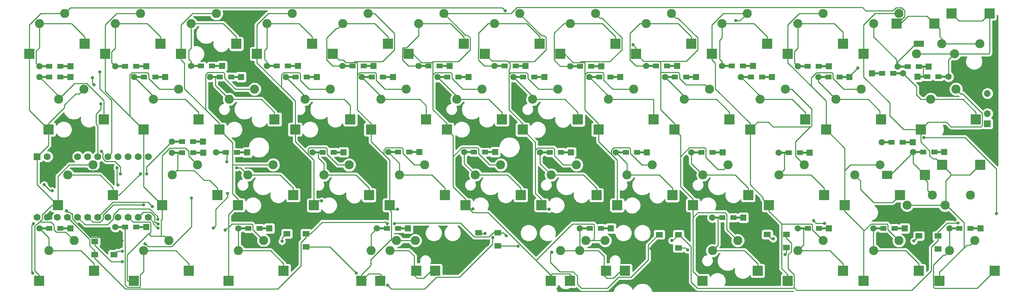
<source format=gbr>
G04 #@! TF.GenerationSoftware,KiCad,Pcbnew,(5.1.4-0-10_14)*
G04 #@! TF.CreationDate,2020-06-13T19:46:11-07:00*
G04 #@! TF.ProjectId,TG4xhotswap,54473478-686f-4747-9377-61702e6b6963,rev?*
G04 #@! TF.SameCoordinates,Original*
G04 #@! TF.FileFunction,Copper,L2,Bot*
G04 #@! TF.FilePolarity,Positive*
%FSLAX46Y46*%
G04 Gerber Fmt 4.6, Leading zero omitted, Abs format (unit mm)*
G04 Created by KiCad (PCBNEW (5.1.4-0-10_14)) date 2020-06-13 19:46:11*
%MOMM*%
%LPD*%
G04 APERTURE LIST*
%ADD10R,2.550000X1.500000*%
%ADD11C,2.286000*%
%ADD12R,2.550000X2.500000*%
%ADD13R,2.500000X2.000000*%
%ADD14C,2.200000*%
%ADD15R,1.800000X1.400000*%
%ADD16R,1.752600X1.752600*%
%ADD17C,1.752600*%
%ADD18R,1.600000X1.600000*%
%ADD19C,1.600000*%
%ADD20R,2.900000X0.500000*%
%ADD21R,1.600000X1.200000*%
%ADD22R,1.700000X1.700000*%
%ADD23O,1.700000X1.700000*%
%ADD24C,0.800000*%
%ADD25C,0.250000*%
%ADD26C,0.254000*%
G04 APERTURE END LIST*
D10*
X238268200Y-23647400D03*
D11*
X226898200Y-18567400D03*
X233248200Y-16027400D03*
D12*
X224418200Y-26187400D03*
X35855600Y-61722000D03*
D11*
X24485600Y-56642000D03*
X30835600Y-54102000D03*
D12*
X22005600Y-64262000D03*
X31105800Y-80797400D03*
D11*
X19735800Y-75717400D03*
X26085800Y-73177400D03*
D12*
X17255800Y-83337400D03*
X54905600Y-80797400D03*
D11*
X43535600Y-75717400D03*
X49885600Y-73177400D03*
D12*
X41055600Y-83337400D03*
X78705400Y-80772000D03*
D11*
X67335400Y-75692000D03*
X73685400Y-73152000D03*
D12*
X64855400Y-83312000D03*
X159667900Y-80797400D03*
D11*
X148297900Y-75717400D03*
X154647900Y-73177400D03*
D12*
X145817900Y-83337400D03*
X164455800Y-80772000D03*
D11*
X153085800Y-75692000D03*
X159435800Y-73152000D03*
D12*
X150605800Y-83312000D03*
X112068300Y-80784700D03*
D11*
X100698300Y-75704700D03*
X107048300Y-73164700D03*
D12*
X98218300Y-83324700D03*
X116805400Y-80772000D03*
D11*
X105435400Y-75692000D03*
X111785400Y-73152000D03*
D12*
X102955400Y-83312000D03*
X239810600Y-56667400D03*
D11*
X251180600Y-61747400D03*
X244830600Y-64287400D03*
D12*
X253660600Y-54127400D03*
D13*
X230272900Y-56616600D03*
D11*
X241642900Y-61696600D03*
X235292900Y-64236600D03*
D12*
X244122900Y-54076600D03*
X232647800Y-18529300D03*
D11*
X244017800Y-23609300D03*
X237667800Y-26149300D03*
D12*
X246497800Y-15989300D03*
X33544200Y-42672000D03*
D11*
X22174200Y-37592000D03*
X28524200Y-35052000D03*
D12*
X19694200Y-45212000D03*
X252619200Y-42672000D03*
D11*
X241249200Y-37592000D03*
X247599200Y-35052000D03*
D12*
X238769200Y-45212000D03*
X76419400Y-42672000D03*
D11*
X65049400Y-37592000D03*
X71399400Y-35052000D03*
D12*
X62569400Y-45212000D03*
X176343000Y-61747400D03*
D11*
X164973000Y-56667400D03*
X171323000Y-54127400D03*
D12*
X162493000Y-64287400D03*
X62068400Y-61722000D03*
D11*
X50698400Y-56642000D03*
X57048400Y-54102000D03*
D12*
X48218400Y-64262000D03*
X100168400Y-61747400D03*
D11*
X88798400Y-56667400D03*
X95148400Y-54127400D03*
D12*
X86318400Y-64287400D03*
X195393000Y-61722000D03*
D11*
X184023000Y-56642000D03*
X190373000Y-54102000D03*
D12*
X181543000Y-64262000D03*
X85868200Y-23622000D03*
D11*
X74498200Y-18542000D03*
X80848200Y-16002000D03*
D12*
X72018200Y-26162000D03*
X214468400Y-61722000D03*
D11*
X203098400Y-56642000D03*
X209448400Y-54102000D03*
D12*
X200618400Y-64262000D03*
X28718200Y-23622000D03*
D11*
X17348200Y-18542000D03*
X23698200Y-16002000D03*
D12*
X14868200Y-26162000D03*
X47768200Y-23622000D03*
D11*
X36398200Y-18542000D03*
X42748200Y-16002000D03*
D12*
X33918200Y-26162000D03*
X66818200Y-23647400D03*
D11*
X55448200Y-18567400D03*
X61798200Y-16027400D03*
D12*
X52968200Y-26187400D03*
X104918200Y-23647400D03*
D11*
X93548200Y-18567400D03*
X99898200Y-16027400D03*
D12*
X91068200Y-26187400D03*
X123968200Y-23647400D03*
D11*
X112598200Y-18567400D03*
X118948200Y-16027400D03*
D12*
X110118200Y-26187400D03*
X143043600Y-23596600D03*
D11*
X131673600Y-18516600D03*
X138023600Y-15976600D03*
D12*
X129193600Y-26136600D03*
X162068200Y-23622000D03*
D11*
X150698200Y-18542000D03*
X157048200Y-16002000D03*
D12*
X148218200Y-26162000D03*
X181118200Y-23622000D03*
D11*
X169748200Y-18542000D03*
X176098200Y-16002000D03*
D12*
X167268200Y-26162000D03*
X200168200Y-23622000D03*
D11*
X188798200Y-18542000D03*
X195148200Y-16002000D03*
D12*
X186318200Y-26162000D03*
X219218200Y-23622000D03*
D11*
X207848200Y-18542000D03*
X214198200Y-16002000D03*
D12*
X205368200Y-26162000D03*
X81093000Y-61722000D03*
D11*
X69723000Y-56642000D03*
X76073000Y-54102000D03*
D12*
X67243000Y-64262000D03*
X119193000Y-61722000D03*
D11*
X107823000Y-56642000D03*
X114173000Y-54102000D03*
D12*
X105343000Y-64262000D03*
X138243000Y-61722000D03*
D11*
X126873000Y-56642000D03*
X133223000Y-54102000D03*
D12*
X124393000Y-64262000D03*
X157293000Y-61722000D03*
D11*
X145923000Y-56642000D03*
X152273000Y-54102000D03*
D12*
X143443000Y-64262000D03*
X233518400Y-61747400D03*
D11*
X222148400Y-56667400D03*
D14*
X228498400Y-54127400D03*
D12*
X219668400Y-64287400D03*
X219218200Y-80772000D03*
D11*
X207848200Y-75692000D03*
X214198200Y-73152000D03*
D12*
X205368200Y-83312000D03*
X238268200Y-80797400D03*
D11*
X226898200Y-75717400D03*
X233248200Y-73177400D03*
D12*
X224418200Y-83337400D03*
X257318200Y-80772000D03*
D11*
X245948200Y-75692000D03*
X252298200Y-73152000D03*
D12*
X243468200Y-83312000D03*
X57344000Y-42672000D03*
D11*
X45974000Y-37592000D03*
X52324000Y-35052000D03*
D12*
X43494000Y-45212000D03*
X95444000Y-42672000D03*
D11*
X84074000Y-37592000D03*
X90424000Y-35052000D03*
D12*
X81594000Y-45212000D03*
X114519400Y-42672000D03*
D11*
X103149400Y-37592000D03*
X109499400Y-35052000D03*
D12*
X100669400Y-45212000D03*
X133544000Y-42672000D03*
D11*
X122174000Y-37592000D03*
X128524000Y-35052000D03*
D12*
X119694000Y-45212000D03*
X152619400Y-42697400D03*
D11*
X141249400Y-37617400D03*
X147599400Y-35077400D03*
D12*
X138769400Y-45237400D03*
X171644000Y-42697400D03*
D11*
X160274000Y-37617400D03*
X166624000Y-35077400D03*
D12*
X157794000Y-45237400D03*
X190719400Y-42672000D03*
D11*
X179349400Y-37592000D03*
X185699400Y-35052000D03*
D12*
X176869400Y-45212000D03*
X209744000Y-42672000D03*
D11*
X198374000Y-37592000D03*
X204724000Y-35052000D03*
D12*
X195894000Y-45212000D03*
X228819400Y-42697400D03*
D11*
X217449400Y-37617400D03*
X223799400Y-35077400D03*
D12*
X214969400Y-45237400D03*
X197780600Y-80772000D03*
D11*
X186410600Y-75692000D03*
X192760600Y-73152000D03*
D12*
X183930600Y-83312000D03*
X242185500Y-18542000D03*
D11*
X253555500Y-23622000D03*
X247205500Y-26162000D03*
D12*
X256035500Y-16002000D03*
D15*
X36050000Y-76675000D03*
X36050000Y-73375000D03*
X31250000Y-73375000D03*
X31250000Y-76675000D03*
X79525000Y-71450000D03*
X79525000Y-74750000D03*
X84325000Y-74750000D03*
X84325000Y-71450000D03*
X127725000Y-71200000D03*
X127725000Y-74500000D03*
X132525000Y-74500000D03*
X132525000Y-71200000D03*
X173075000Y-71675000D03*
X173075000Y-74975000D03*
X177875000Y-74975000D03*
X177875000Y-71675000D03*
X200200000Y-71650000D03*
X200200000Y-74950000D03*
X205000000Y-74950000D03*
X205000000Y-71650000D03*
X238275000Y-72000000D03*
X238275000Y-75300000D03*
X243075000Y-75300000D03*
X243075000Y-72000000D03*
D16*
X16814800Y-52030000D03*
D17*
X19354800Y-52030000D03*
X21894800Y-52030000D03*
X24434800Y-52030000D03*
X26974800Y-52030000D03*
X29514800Y-52030000D03*
X32054800Y-52030000D03*
X34594800Y-52030000D03*
X37134800Y-52030000D03*
X39674800Y-52030000D03*
X42214800Y-52030000D03*
X44754800Y-67270000D03*
X42214800Y-67270000D03*
X39674800Y-67270000D03*
X37134800Y-67270000D03*
X34594800Y-67270000D03*
X32054800Y-67270000D03*
X29514800Y-67270000D03*
X26974800Y-67270000D03*
X24434800Y-67270000D03*
X21894800Y-67270000D03*
X19354800Y-67270000D03*
X44754800Y-52030000D03*
X16814800Y-67270000D03*
D18*
X25147100Y-29298900D03*
D19*
X17347100Y-29298900D03*
D20*
X23747100Y-29298900D03*
D21*
X22647100Y-29298900D03*
X19847100Y-29298900D03*
D20*
X18747100Y-29298900D03*
D18*
X44184400Y-29260800D03*
D19*
X36384400Y-29260800D03*
D20*
X42784400Y-29260800D03*
D21*
X41684400Y-29260800D03*
X38884400Y-29260800D03*
D20*
X37784400Y-29260800D03*
D18*
X63234400Y-29222700D03*
D19*
X55434400Y-29222700D03*
D20*
X61834400Y-29222700D03*
D21*
X60734400Y-29222700D03*
X57934400Y-29222700D03*
D20*
X56834400Y-29222700D03*
D18*
X82284400Y-29248100D03*
D19*
X74484400Y-29248100D03*
D20*
X80884400Y-29248100D03*
D21*
X79784400Y-29248100D03*
X76984400Y-29248100D03*
D20*
X75884400Y-29248100D03*
D18*
X101309000Y-29248100D03*
D19*
X93509000Y-29248100D03*
D20*
X99909000Y-29248100D03*
D21*
X98809000Y-29248100D03*
X96009000Y-29248100D03*
D20*
X94909000Y-29248100D03*
D18*
X120384400Y-29248100D03*
D19*
X112584400Y-29248100D03*
D20*
X118984400Y-29248100D03*
D21*
X117884400Y-29248100D03*
X115084400Y-29248100D03*
D20*
X113984400Y-29248100D03*
D18*
X139485200Y-29222700D03*
D19*
X131685200Y-29222700D03*
D20*
X138085200Y-29222700D03*
D21*
X136985200Y-29222700D03*
X134185200Y-29222700D03*
D20*
X133085200Y-29222700D03*
D18*
X158497100Y-29260800D03*
D19*
X150697100Y-29260800D03*
D20*
X157097100Y-29260800D03*
D21*
X155997100Y-29260800D03*
X153197100Y-29260800D03*
D20*
X152097100Y-29260800D03*
D18*
X177559800Y-29222700D03*
D19*
X169759800Y-29222700D03*
D20*
X176159800Y-29222700D03*
D21*
X175059800Y-29222700D03*
X172259800Y-29222700D03*
D20*
X171159800Y-29222700D03*
D18*
X196597100Y-29222700D03*
D19*
X188797100Y-29222700D03*
D20*
X195197100Y-29222700D03*
D21*
X194097100Y-29222700D03*
X191297100Y-29222700D03*
D20*
X190197100Y-29222700D03*
D18*
X215647100Y-29260800D03*
D19*
X207847100Y-29260800D03*
D20*
X214247100Y-29260800D03*
D21*
X213147100Y-29260800D03*
X210347100Y-29260800D03*
D20*
X209247100Y-29260800D03*
D18*
X240742300Y-29337000D03*
D19*
X232942300Y-29337000D03*
D20*
X239342300Y-29337000D03*
D21*
X238242300Y-29337000D03*
X235442300Y-29337000D03*
D20*
X234342300Y-29337000D03*
D18*
X237895300Y-31902400D03*
D19*
X245695300Y-31902400D03*
D20*
X239295300Y-31902400D03*
D21*
X240395300Y-31902400D03*
X243195300Y-31902400D03*
D20*
X244295300Y-31902400D03*
D18*
X25159800Y-31965900D03*
D19*
X17359800Y-31965900D03*
D20*
X23759800Y-31965900D03*
D21*
X22659800Y-31965900D03*
X19859800Y-31965900D03*
D20*
X18759800Y-31965900D03*
D18*
X48959600Y-32016700D03*
D19*
X41159600Y-32016700D03*
D20*
X47559600Y-32016700D03*
D21*
X46459600Y-32016700D03*
X43659600Y-32016700D03*
D20*
X42559600Y-32016700D03*
D18*
X68009600Y-31978600D03*
D19*
X60209600Y-31978600D03*
D20*
X66609600Y-31978600D03*
D21*
X65509600Y-31978600D03*
X62709600Y-31978600D03*
D20*
X61609600Y-31978600D03*
D18*
X87046900Y-31991300D03*
D19*
X79246900Y-31991300D03*
D20*
X85646900Y-31991300D03*
D21*
X84546900Y-31991300D03*
X81746900Y-31991300D03*
D20*
X80646900Y-31991300D03*
D18*
X106147700Y-32016700D03*
D19*
X98347700Y-32016700D03*
D20*
X104747700Y-32016700D03*
D21*
X103647700Y-32016700D03*
X100847700Y-32016700D03*
D20*
X99747700Y-32016700D03*
D18*
X125146900Y-32016700D03*
D19*
X117346900Y-32016700D03*
D20*
X123746900Y-32016700D03*
D21*
X122646900Y-32016700D03*
X119846900Y-32016700D03*
D20*
X118746900Y-32016700D03*
D18*
X144196900Y-32004000D03*
D19*
X136396900Y-32004000D03*
D20*
X142796900Y-32004000D03*
D21*
X141696900Y-32004000D03*
X138896900Y-32004000D03*
D20*
X137796900Y-32004000D03*
D18*
X163272300Y-31978600D03*
D19*
X155472300Y-31978600D03*
D20*
X161872300Y-31978600D03*
D21*
X160772300Y-31978600D03*
X157972300Y-31978600D03*
D20*
X156872300Y-31978600D03*
D18*
X182309600Y-31991300D03*
D19*
X174509600Y-31991300D03*
D20*
X180909600Y-31991300D03*
D21*
X179809600Y-31991300D03*
X177009600Y-31991300D03*
D20*
X175909600Y-31991300D03*
D18*
X201385000Y-31978600D03*
D19*
X193585000Y-31978600D03*
D20*
X199985000Y-31978600D03*
D21*
X198885000Y-31978600D03*
X196085000Y-31978600D03*
D20*
X194985000Y-31978600D03*
D18*
X220841400Y-32029400D03*
D19*
X213041400Y-32029400D03*
D20*
X219441400Y-32029400D03*
D21*
X218341400Y-32029400D03*
X215541400Y-32029400D03*
D20*
X214441400Y-32029400D03*
D18*
X226500000Y-31080000D03*
D19*
X234300000Y-31080000D03*
D20*
X227900000Y-31080000D03*
D21*
X229000000Y-31080000D03*
X231800000Y-31080000D03*
D20*
X232900000Y-31080000D03*
D18*
X58471900Y-48285400D03*
D19*
X50671900Y-48285400D03*
D20*
X57071900Y-48285400D03*
D21*
X55971900Y-48285400D03*
X53171900Y-48285400D03*
D20*
X52071900Y-48285400D03*
D18*
X58484600Y-51015900D03*
D19*
X50684600Y-51015900D03*
D20*
X57084600Y-51015900D03*
D21*
X55984600Y-51015900D03*
X53184600Y-51015900D03*
D20*
X52084600Y-51015900D03*
X63111200Y-51003200D03*
D21*
X64211200Y-51003200D03*
X67011200Y-51003200D03*
D20*
X68111200Y-51003200D03*
D19*
X61711200Y-51003200D03*
D18*
X69511200Y-51003200D03*
D20*
X87365200Y-50927000D03*
D21*
X88465200Y-50927000D03*
X91265200Y-50927000D03*
D20*
X92365200Y-50927000D03*
D19*
X85965200Y-50927000D03*
D18*
X93765200Y-50927000D03*
D20*
X106389800Y-50914300D03*
D21*
X107489800Y-50914300D03*
X110289800Y-50914300D03*
D20*
X111389800Y-50914300D03*
D19*
X104989800Y-50914300D03*
D18*
X112789800Y-50914300D03*
D20*
X125427100Y-50914300D03*
D21*
X126527100Y-50914300D03*
X129327100Y-50914300D03*
D20*
X130427100Y-50914300D03*
D19*
X124027100Y-50914300D03*
D18*
X131827100Y-50914300D03*
D20*
X144477100Y-50965100D03*
D21*
X145577100Y-50965100D03*
X148377100Y-50965100D03*
D20*
X149477100Y-50965100D03*
D19*
X143077100Y-50965100D03*
D18*
X150877100Y-50965100D03*
D20*
X163552500Y-50927000D03*
D21*
X164652500Y-50927000D03*
X167452500Y-50927000D03*
D20*
X168552500Y-50927000D03*
D19*
X162152500Y-50927000D03*
D18*
X169952500Y-50927000D03*
D20*
X182551700Y-50939700D03*
D21*
X183651700Y-50939700D03*
X186451700Y-50939700D03*
D20*
X187551700Y-50939700D03*
D19*
X181151700Y-50939700D03*
D18*
X188951700Y-50939700D03*
D20*
X204471900Y-51015900D03*
D21*
X205571900Y-51015900D03*
X208371900Y-51015900D03*
D20*
X209471900Y-51015900D03*
D19*
X203071900Y-51015900D03*
D18*
X210871900Y-51015900D03*
X236716400Y-48463200D03*
D19*
X228916400Y-48463200D03*
D20*
X235316400Y-48463200D03*
D21*
X234216400Y-48463200D03*
X231416400Y-48463200D03*
D20*
X230316400Y-48463200D03*
D18*
X244628500Y-50914300D03*
D19*
X236828500Y-50914300D03*
D20*
X243228500Y-50914300D03*
D21*
X242128500Y-50914300D03*
X239328500Y-50914300D03*
D20*
X238228500Y-50914300D03*
D18*
X25147100Y-70091300D03*
D19*
X17347100Y-70091300D03*
D20*
X23747100Y-70091300D03*
D21*
X22647100Y-70091300D03*
X19847100Y-70091300D03*
D20*
X18747100Y-70091300D03*
D18*
X44209800Y-69761100D03*
D19*
X36409800Y-69761100D03*
D20*
X42809800Y-69761100D03*
D21*
X41709800Y-69761100D03*
X38909800Y-69761100D03*
D20*
X37809800Y-69761100D03*
D18*
X75134300Y-70104000D03*
D19*
X67334300Y-70104000D03*
D20*
X73734300Y-70104000D03*
D21*
X72634300Y-70104000D03*
X69834300Y-70104000D03*
D20*
X68734300Y-70104000D03*
D18*
X109945000Y-70129400D03*
D19*
X102145000Y-70129400D03*
D20*
X108545000Y-70129400D03*
D21*
X107445000Y-70129400D03*
X104645000Y-70129400D03*
D20*
X103545000Y-70129400D03*
D18*
X160897400Y-70104000D03*
D19*
X153097400Y-70104000D03*
D20*
X159497400Y-70104000D03*
D21*
X158397400Y-70104000D03*
X155597400Y-70104000D03*
D20*
X154497400Y-70104000D03*
D18*
X194196800Y-67398900D03*
D19*
X186396800Y-67398900D03*
D20*
X192796800Y-67398900D03*
D21*
X191696800Y-67398900D03*
X188896800Y-67398900D03*
D20*
X187796800Y-67398900D03*
D18*
X215672500Y-70104000D03*
D19*
X207872500Y-70104000D03*
D20*
X214272500Y-70104000D03*
D21*
X213172500Y-70104000D03*
X210372500Y-70104000D03*
D20*
X209272500Y-70104000D03*
D18*
X234674700Y-70091300D03*
D19*
X226874700Y-70091300D03*
D20*
X233274700Y-70091300D03*
D21*
X232174700Y-70091300D03*
X229374700Y-70091300D03*
D20*
X228274700Y-70091300D03*
D18*
X253747100Y-70104000D03*
D19*
X245947100Y-70104000D03*
D20*
X252347100Y-70104000D03*
D21*
X251247100Y-70104000D03*
X248447100Y-70104000D03*
D20*
X247347100Y-70104000D03*
D22*
X255490000Y-43764200D03*
D23*
X255490000Y-41224200D03*
X255490000Y-38684200D03*
X255490000Y-36144200D03*
D24*
X32550000Y-30725000D03*
X30625000Y-32175000D03*
X31075000Y-33975000D03*
X32800000Y-38750000D03*
X222930000Y-29740000D03*
X44325000Y-56375000D03*
X42769000Y-56350000D03*
X66925000Y-54827000D03*
X64425000Y-53375000D03*
X134425000Y-15302400D03*
X166475000Y-23900000D03*
X192325000Y-17798999D03*
X64000000Y-70504001D03*
X88276382Y-63192558D03*
X45750000Y-64575000D03*
X107258554Y-65284163D03*
X43575000Y-64200000D03*
X126243598Y-65157700D03*
X47050000Y-67775000D03*
X145364536Y-65294827D03*
X236150000Y-75250000D03*
X202100000Y-75075000D03*
X198475000Y-75025000D03*
X174300000Y-74900000D03*
X171000000Y-75150000D03*
X129875000Y-74275000D03*
X125325000Y-74500000D03*
X81500000Y-74725000D03*
X68825000Y-74275000D03*
X38075000Y-73275000D03*
X35350000Y-56950000D03*
X27225000Y-55200000D03*
X247319130Y-68000000D03*
X24242657Y-65718369D03*
X36825000Y-54825000D03*
X37100000Y-59200000D03*
X55575000Y-62450000D03*
X43878395Y-74008439D03*
X38175000Y-75825000D03*
X134650000Y-71950000D03*
X176225000Y-73175000D03*
X248100000Y-68725000D03*
X37700000Y-56375000D03*
X32925000Y-50725000D03*
X18550000Y-59125000D03*
X20550000Y-60625000D03*
X106495001Y-68948452D03*
X104725000Y-68929398D03*
X38184800Y-78475000D03*
X78300000Y-73350000D03*
X97000000Y-81375000D03*
X104830402Y-84375000D03*
X131225153Y-72375153D03*
X129275000Y-71400000D03*
X137577597Y-74622403D03*
X146100000Y-76075000D03*
X180175000Y-75525000D03*
X201675000Y-72725000D03*
X204680119Y-76668819D03*
X237000000Y-73275000D03*
X15844423Y-68903669D03*
X15721547Y-81328453D03*
X257725000Y-66375000D03*
X239575338Y-47250263D03*
X47177148Y-70001843D03*
X64650000Y-61300000D03*
X61050000Y-70000000D03*
X47215599Y-69002581D03*
X211833547Y-68190353D03*
X214525835Y-68814280D03*
D25*
X28718200Y-22122000D02*
X28718200Y-23622000D01*
X28718200Y-21821666D02*
X28718200Y-22122000D01*
X25438534Y-18542000D02*
X28718200Y-21821666D01*
X17348200Y-18542000D02*
X25438534Y-18542000D01*
X16547101Y-28498901D02*
X17347100Y-29298900D01*
X16547101Y-25427899D02*
X16547101Y-28498901D01*
X17348200Y-24626800D02*
X16547101Y-25427899D01*
X17348200Y-18542000D02*
X17348200Y-24626800D01*
X47768200Y-21821666D02*
X47768200Y-22122000D01*
X44488534Y-18542000D02*
X47768200Y-21821666D01*
X47768200Y-22122000D02*
X47768200Y-23622000D01*
X36398200Y-18542000D02*
X44488534Y-18542000D01*
X35584401Y-28460801D02*
X36384400Y-29260800D01*
X35518201Y-25610997D02*
X35518201Y-28394601D01*
X35518201Y-28394601D02*
X35584401Y-28460801D01*
X36398200Y-24730998D02*
X35518201Y-25610997D01*
X36398200Y-18542000D02*
X36398200Y-24730998D01*
X66818200Y-21847066D02*
X66818200Y-22147400D01*
X66818200Y-22147400D02*
X66818200Y-23647400D01*
X63538534Y-18567400D02*
X66818200Y-21847066D01*
X55448200Y-18567400D02*
X63538534Y-18567400D01*
X54893199Y-25311399D02*
X54893199Y-27550129D01*
X55448200Y-24756398D02*
X54893199Y-25311399D01*
X55434400Y-28091330D02*
X55434400Y-29222700D01*
X54893199Y-27550129D02*
X55434400Y-28091330D01*
X55448200Y-18567400D02*
X55448200Y-24756398D01*
X239342300Y-29337000D02*
X239342300Y-31907700D01*
X32550000Y-34929410D02*
X32550000Y-30725000D01*
X35471099Y-51153701D02*
X35471099Y-37850509D01*
X35471099Y-37850509D02*
X32550000Y-34929410D01*
X34594800Y-52030000D02*
X35471099Y-51153701D01*
X85868200Y-22122000D02*
X85868200Y-23622000D01*
X85868200Y-21821666D02*
X85868200Y-22122000D01*
X82588534Y-18542000D02*
X85868200Y-21821666D01*
X74498200Y-18542000D02*
X82588534Y-18542000D01*
X73943199Y-27575529D02*
X74484400Y-28116730D01*
X74484400Y-28116730D02*
X74484400Y-29248100D01*
X73943199Y-25285999D02*
X73943199Y-27575529D01*
X74498200Y-24730998D02*
X73943199Y-25285999D01*
X74498200Y-18542000D02*
X74498200Y-24730998D01*
X30625000Y-33525000D02*
X31075000Y-33975000D01*
X30625000Y-32175000D02*
X30625000Y-33525000D01*
X32800000Y-39315685D02*
X32800000Y-38750000D01*
X31628633Y-41307901D02*
X32800000Y-40136534D01*
X31628633Y-43866435D02*
X31628633Y-41307901D01*
X32800000Y-40136534D02*
X32800000Y-39315685D01*
X32054800Y-44292602D02*
X31628633Y-43866435D01*
X32054800Y-52030000D02*
X32054800Y-44292602D01*
X220841400Y-31828600D02*
X220841400Y-32029400D01*
X222930000Y-29740000D02*
X220841400Y-31828600D01*
X104918200Y-21847066D02*
X104918200Y-23647400D01*
X101638534Y-18567400D02*
X104918200Y-21847066D01*
X93548200Y-18567400D02*
X101638534Y-18567400D01*
X91018898Y-29248100D02*
X92377630Y-29248100D01*
X89468199Y-27697401D02*
X91018898Y-29248100D01*
X92377630Y-29248100D02*
X93509000Y-29248100D01*
X89468199Y-22177067D02*
X89468199Y-27697401D01*
X91934867Y-19710399D02*
X89468199Y-22177067D01*
X92405201Y-19710399D02*
X91934867Y-19710399D01*
X93548200Y-18567400D02*
X92405201Y-19710399D01*
X123968200Y-22147400D02*
X123968200Y-23647400D01*
X123968200Y-21847066D02*
X123968200Y-22147400D01*
X120688534Y-18567400D02*
X123968200Y-21847066D01*
X112598200Y-18567400D02*
X120688534Y-18567400D01*
X110068898Y-29248100D02*
X112284400Y-29248100D01*
X108518199Y-27697401D02*
X110068898Y-29248100D01*
X108583199Y-24612399D02*
X108518199Y-24677399D01*
X109563535Y-24612399D02*
X108583199Y-24612399D01*
X112598200Y-21577734D02*
X109563535Y-24612399D01*
X112284400Y-29248100D02*
X113984400Y-29248100D01*
X108518199Y-24677399D02*
X108518199Y-27697401D01*
X112598200Y-18567400D02*
X112598200Y-21577734D01*
X143043600Y-21796266D02*
X143043600Y-22096600D01*
X139763934Y-18516600D02*
X143043600Y-21796266D01*
X143043600Y-22096600D02*
X143043600Y-23596600D01*
X131673600Y-18516600D02*
X139763934Y-18516600D01*
X129169698Y-29222700D02*
X130553830Y-29222700D01*
X127593599Y-27646601D02*
X129169698Y-29222700D01*
X127593599Y-24626599D02*
X127593599Y-27646601D01*
X130553830Y-29222700D02*
X131685200Y-29222700D01*
X127658599Y-24561599D02*
X127593599Y-24626599D01*
X127658599Y-20915155D02*
X127658599Y-24561599D01*
X130057154Y-18516600D02*
X127658599Y-20915155D01*
X131673600Y-18516600D02*
X130057154Y-18516600D01*
X162068200Y-22122000D02*
X162068200Y-23622000D01*
X162068200Y-21821666D02*
X162068200Y-22122000D01*
X158788534Y-18542000D02*
X162068200Y-21821666D01*
X150698200Y-18542000D02*
X158788534Y-18542000D01*
X149565730Y-29260800D02*
X150697100Y-29260800D01*
X148206998Y-29260800D02*
X149565730Y-29260800D01*
X146618199Y-27672001D02*
X148206998Y-29260800D01*
X146618199Y-24651999D02*
X146618199Y-27672001D01*
X146683199Y-20940555D02*
X146683199Y-24586999D01*
X146683199Y-24586999D02*
X146618199Y-24651999D01*
X149081754Y-18542000D02*
X146683199Y-20940555D01*
X150698200Y-18542000D02*
X149081754Y-18542000D01*
X181118200Y-21821666D02*
X181118200Y-22122000D01*
X181118200Y-22122000D02*
X181118200Y-23622000D01*
X177838534Y-18542000D02*
X181118200Y-21821666D01*
X169748200Y-18542000D02*
X177838534Y-18542000D01*
X169459800Y-29222700D02*
X171159800Y-29222700D01*
X167218898Y-29222700D02*
X169459800Y-29222700D01*
X165668199Y-27672001D02*
X167218898Y-29222700D01*
X165668199Y-21005555D02*
X165668199Y-27672001D01*
X168131754Y-18542000D02*
X165668199Y-21005555D01*
X169748200Y-18542000D02*
X168131754Y-18542000D01*
X200168200Y-21821666D02*
X200168200Y-22122000D01*
X196888534Y-18542000D02*
X200168200Y-21821666D01*
X200168200Y-22122000D02*
X200168200Y-23622000D01*
X188798200Y-18542000D02*
X196888534Y-18542000D01*
X188243199Y-27537429D02*
X188797100Y-28091330D01*
X188797100Y-28091330D02*
X188797100Y-29222700D01*
X188243199Y-22745999D02*
X188243199Y-27537429D01*
X188798200Y-22190998D02*
X188243199Y-22745999D01*
X188798200Y-18542000D02*
X188798200Y-22190998D01*
X207848200Y-18542000D02*
X217042000Y-18542000D01*
X219218200Y-20718200D02*
X219218200Y-23622000D01*
X217042000Y-18542000D02*
X219218200Y-20718200D01*
X207047101Y-25532097D02*
X207047101Y-28460801D01*
X207848200Y-24730998D02*
X207047101Y-25532097D01*
X207047101Y-28460801D02*
X207847100Y-29260800D01*
X207848200Y-18542000D02*
X207848200Y-24730998D01*
X233142300Y-29337000D02*
X234342300Y-29337000D01*
X232642300Y-28837000D02*
X233142300Y-29337000D01*
X232642300Y-27637000D02*
X232642300Y-28837000D01*
X226898200Y-21892900D02*
X232642300Y-27637000D01*
X226898200Y-18567400D02*
X226898200Y-21892900D01*
X237500530Y-23647400D02*
X232942300Y-28205630D01*
X232942300Y-28205630D02*
X232942300Y-29337000D01*
X238268200Y-23647400D02*
X237500530Y-23647400D01*
X247192800Y-26149300D02*
X247205500Y-26162000D01*
X237667800Y-26149300D02*
X247192800Y-26149300D01*
X245695300Y-27672200D02*
X245695300Y-31902400D01*
X247205500Y-26162000D02*
X245695300Y-27672200D01*
X256035500Y-26014500D02*
X256035500Y-17502000D01*
X256035500Y-17502000D02*
X256035500Y-16002000D01*
X255888000Y-26162000D02*
X256035500Y-26014500D01*
X247205500Y-26162000D02*
X255888000Y-26162000D01*
X254185499Y-17827001D02*
X248360501Y-17827001D01*
X256010500Y-16002000D02*
X254185499Y-17827001D01*
X246522800Y-15989300D02*
X246497800Y-15989300D01*
X248360501Y-17827001D02*
X246522800Y-15989300D01*
X256035500Y-16002000D02*
X256010500Y-16002000D01*
X33544200Y-41172000D02*
X33544200Y-42672000D01*
X33544200Y-37899358D02*
X33544200Y-41172000D01*
X29228841Y-33583999D02*
X33544200Y-37899358D01*
X26182201Y-33583999D02*
X29228841Y-33583999D01*
X22174200Y-37592000D02*
X26182201Y-33583999D01*
X22174200Y-36780300D02*
X22174200Y-37592000D01*
X17359800Y-31965900D02*
X22174200Y-36780300D01*
X57344000Y-41172000D02*
X57344000Y-42672000D01*
X57344000Y-40871666D02*
X57344000Y-41172000D01*
X54064334Y-37592000D02*
X57344000Y-40871666D01*
X45974000Y-37592000D02*
X54064334Y-37592000D01*
X45974000Y-36831100D02*
X45974000Y-37592000D01*
X41159600Y-32016700D02*
X45974000Y-36831100D01*
X76419400Y-41172000D02*
X76419400Y-42672000D01*
X73139734Y-37592000D02*
X76419400Y-40871666D01*
X76419400Y-40871666D02*
X76419400Y-41172000D01*
X65049400Y-37592000D02*
X73139734Y-37592000D01*
X61609600Y-34152200D02*
X65049400Y-37592000D01*
X61609600Y-31978600D02*
X61609600Y-34152200D01*
X95444000Y-39123010D02*
X95444000Y-41172000D01*
X95444000Y-41172000D02*
X95444000Y-42672000D01*
X93912990Y-37592000D02*
X95444000Y-39123010D01*
X84074000Y-37592000D02*
X93912990Y-37592000D01*
X84074000Y-36818400D02*
X84074000Y-37592000D01*
X79246900Y-31991300D02*
X84074000Y-36818400D01*
X114519400Y-41172000D02*
X114519400Y-42672000D01*
X114519400Y-39173810D02*
X114519400Y-41172000D01*
X112937590Y-37592000D02*
X114519400Y-39173810D01*
X103149400Y-37592000D02*
X112937590Y-37592000D01*
X103149400Y-36818400D02*
X103149400Y-37592000D01*
X98347700Y-32016700D02*
X103149400Y-36818400D01*
X133544000Y-40871666D02*
X133544000Y-41172000D01*
X133544000Y-41172000D02*
X133544000Y-42672000D01*
X130264334Y-37592000D02*
X133544000Y-40871666D01*
X122174000Y-37592000D02*
X130264334Y-37592000D01*
X122174000Y-36843800D02*
X122174000Y-37592000D01*
X117346900Y-32016700D02*
X122174000Y-36843800D01*
X152619400Y-40897066D02*
X152619400Y-41197400D01*
X152619400Y-41197400D02*
X152619400Y-42697400D01*
X149339734Y-37617400D02*
X152619400Y-40897066D01*
X141249400Y-37617400D02*
X149339734Y-37617400D01*
X141249400Y-36856500D02*
X141249400Y-37617400D01*
X136396900Y-32004000D02*
X141249400Y-36856500D01*
X171644000Y-41197400D02*
X171644000Y-42697400D01*
X171644000Y-37794000D02*
X171644000Y-41197400D01*
X171467400Y-37617400D02*
X171644000Y-37794000D01*
X160274000Y-37617400D02*
X171467400Y-37617400D01*
X160274000Y-36780300D02*
X160274000Y-37617400D01*
X155472300Y-31978600D02*
X160274000Y-36780300D01*
X190719400Y-41172000D02*
X190719400Y-42672000D01*
X187439734Y-37592000D02*
X190719400Y-40871666D01*
X190719400Y-40871666D02*
X190719400Y-41172000D01*
X179349400Y-37592000D02*
X187439734Y-37592000D01*
X179349400Y-36831100D02*
X179349400Y-37592000D01*
X174509600Y-31991300D02*
X179349400Y-36831100D01*
X198374000Y-36767600D02*
X198374000Y-37592000D01*
X193585000Y-31978600D02*
X198374000Y-36767600D01*
X209744000Y-40871666D02*
X209744000Y-41172000D01*
X209744000Y-41172000D02*
X209744000Y-42672000D01*
X206464334Y-37592000D02*
X209744000Y-40871666D01*
X198374000Y-37592000D02*
X206464334Y-37592000D01*
X213041400Y-33209400D02*
X217449400Y-37617400D01*
X213041400Y-32029400D02*
X213041400Y-33209400D01*
X228449999Y-42327999D02*
X228819400Y-42697400D01*
X228449999Y-40527665D02*
X228449999Y-42327999D01*
X225539734Y-37617400D02*
X228449999Y-40527665D01*
X217449400Y-37617400D02*
X225539734Y-37617400D01*
X237667801Y-35607801D02*
X237667801Y-35241401D01*
X237667801Y-36449001D02*
X237667801Y-35607801D01*
X237667801Y-34447801D02*
X234300000Y-31080000D01*
X237667801Y-35607801D02*
X237667801Y-34447801D01*
X238810800Y-37592000D02*
X241249200Y-37592000D01*
X237667801Y-36449001D02*
X238810800Y-37592000D01*
X242865646Y-37592000D02*
X241249200Y-37592000D01*
X252619200Y-40871666D02*
X249339534Y-37592000D01*
X249339534Y-37592000D02*
X242865646Y-37592000D01*
X252619200Y-42672000D02*
X252619200Y-40871666D01*
X35855600Y-60222000D02*
X35855600Y-61722000D01*
X35855600Y-59921666D02*
X35855600Y-60222000D01*
X32575934Y-56642000D02*
X35855600Y-59921666D01*
X24485600Y-56642000D02*
X32575934Y-56642000D01*
X44325000Y-54632300D02*
X44325000Y-56375000D01*
X50671900Y-48285400D02*
X44325000Y-54632300D01*
X37397000Y-61722000D02*
X35855600Y-61722000D01*
X42769000Y-56350000D02*
X37397000Y-61722000D01*
X62068400Y-60222000D02*
X62068400Y-61722000D01*
X60152833Y-58006099D02*
X62068400Y-59921666D01*
X62068400Y-59921666D02*
X62068400Y-60222000D01*
X58779857Y-58006099D02*
X60152833Y-58006099D01*
X51841399Y-55499001D02*
X56272759Y-55499001D01*
X56272759Y-55499001D02*
X58779857Y-58006099D01*
X50698400Y-56642000D02*
X51841399Y-55499001D01*
X52084600Y-55255800D02*
X50698400Y-56642000D01*
X52084600Y-51015900D02*
X52084600Y-55255800D01*
X81093000Y-60222000D02*
X81093000Y-61722000D01*
X81093000Y-59921666D02*
X81093000Y-60222000D01*
X77813334Y-56642000D02*
X81093000Y-59921666D01*
X69723000Y-56642000D02*
X77813334Y-56642000D01*
X67908000Y-54827000D02*
X66925000Y-54827000D01*
X69723000Y-56642000D02*
X67908000Y-54827000D01*
X64425000Y-51217000D02*
X64211200Y-51003200D01*
X64425000Y-53375000D02*
X64425000Y-51217000D01*
X100168400Y-59947066D02*
X100168400Y-60247400D01*
X100168400Y-60247400D02*
X100168400Y-61747400D01*
X96888734Y-56667400D02*
X100168400Y-59947066D01*
X88798400Y-56667400D02*
X96888734Y-56667400D01*
X87365200Y-51427000D02*
X87365200Y-50927000D01*
X87365200Y-52327000D02*
X87365200Y-51427000D01*
X88798400Y-53760200D02*
X87365200Y-52327000D01*
X88798400Y-56667400D02*
X88798400Y-53760200D01*
X119193000Y-60222000D02*
X119193000Y-61722000D01*
X119193000Y-59921666D02*
X119193000Y-60222000D01*
X115913334Y-56642000D02*
X119193000Y-59921666D01*
X107823000Y-56642000D02*
X115913334Y-56642000D01*
X107823000Y-53747500D02*
X104989800Y-50914300D01*
X107823000Y-56642000D02*
X107823000Y-53747500D01*
X138243000Y-60222000D02*
X138243000Y-61722000D01*
X138243000Y-59921666D02*
X138243000Y-60222000D01*
X134963334Y-56642000D02*
X138243000Y-59921666D01*
X126873000Y-56642000D02*
X134963334Y-56642000D01*
X124027100Y-53796100D02*
X126873000Y-56642000D01*
X124027100Y-50914300D02*
X124027100Y-53796100D01*
X157293000Y-60222000D02*
X157293000Y-61722000D01*
X157293000Y-59921666D02*
X157293000Y-60222000D01*
X154013334Y-56642000D02*
X157293000Y-59921666D01*
X145923000Y-56642000D02*
X154013334Y-56642000D01*
X143077100Y-53796100D02*
X145923000Y-56642000D01*
X143077100Y-50965100D02*
X143077100Y-53796100D01*
X176343000Y-59947066D02*
X176343000Y-60247400D01*
X173063334Y-56667400D02*
X176343000Y-59947066D01*
X176343000Y-60247400D02*
X176343000Y-61747400D01*
X164973000Y-56667400D02*
X173063334Y-56667400D01*
X164973000Y-53747500D02*
X164973000Y-56667400D01*
X162152500Y-50927000D02*
X164973000Y-53747500D01*
X195393000Y-59921666D02*
X195393000Y-60222000D01*
X195393000Y-60222000D02*
X195393000Y-61722000D01*
X192113334Y-56642000D02*
X195393000Y-59921666D01*
X184023000Y-56642000D02*
X192113334Y-56642000D01*
X181151700Y-53770700D02*
X184023000Y-56642000D01*
X181151700Y-50939700D02*
X181151700Y-53770700D01*
X214468400Y-60222000D02*
X214468400Y-61722000D01*
X214468400Y-59921666D02*
X214468400Y-60222000D01*
X211188734Y-56642000D02*
X214468400Y-59921666D01*
X203098400Y-56642000D02*
X211188734Y-56642000D01*
X204471900Y-55268500D02*
X203098400Y-56642000D01*
X204471900Y-51015900D02*
X204471900Y-55268500D01*
X233493400Y-61747400D02*
X233518400Y-61747400D01*
X231668399Y-63572401D02*
X233493400Y-61747400D01*
X226891427Y-63572401D02*
X231668399Y-63572401D01*
X223639499Y-58158499D02*
X223639499Y-60320473D01*
X223639499Y-60320473D02*
X226891427Y-63572401D01*
X222148400Y-56667400D02*
X223639499Y-58158499D01*
X236028501Y-51714299D02*
X236828500Y-50914300D01*
X231126200Y-56616600D02*
X236028501Y-51714299D01*
X230272900Y-56616600D02*
X231126200Y-56616600D01*
X239785600Y-56667400D02*
X239810600Y-56667400D01*
X236828500Y-53710300D02*
X239785600Y-56667400D01*
X236828500Y-50914300D02*
X236828500Y-53710300D01*
X240499901Y-60553601D02*
X241642900Y-61696600D01*
X240499901Y-58391627D02*
X240499901Y-60553601D01*
X239810600Y-57702326D02*
X240499901Y-58391627D01*
X239810600Y-56667400D02*
X239810600Y-57702326D01*
X31105800Y-79297400D02*
X31105800Y-80797400D01*
X31105800Y-78997066D02*
X31105800Y-79297400D01*
X27826134Y-75717400D02*
X31105800Y-78997066D01*
X19735800Y-75717400D02*
X27826134Y-75717400D01*
X19735800Y-72480000D02*
X17347100Y-70091300D01*
X19735800Y-75717400D02*
X19735800Y-72480000D01*
X54905600Y-78997066D02*
X54905600Y-79297400D01*
X54905600Y-79297400D02*
X54905600Y-80797400D01*
X51625934Y-75717400D02*
X54905600Y-78997066D01*
X43535600Y-75717400D02*
X51625934Y-75717400D01*
X42590601Y-84912401D02*
X39520599Y-84912401D01*
X42655601Y-84847401D02*
X42590601Y-84912401D01*
X42655601Y-81827399D02*
X42655601Y-84847401D01*
X39520599Y-84912401D02*
X38909800Y-84301602D01*
X43535600Y-80947400D02*
X42655601Y-81827399D01*
X38909800Y-70611100D02*
X38909800Y-69761100D01*
X38909800Y-84301602D02*
X38909800Y-70611100D01*
X43535600Y-75717400D02*
X43535600Y-80947400D01*
X78705400Y-79272000D02*
X78705400Y-80772000D01*
X78705400Y-78971666D02*
X78705400Y-79272000D01*
X75425734Y-75692000D02*
X78705400Y-78971666D01*
X67335400Y-75692000D02*
X75425734Y-75692000D01*
X67334300Y-75690900D02*
X67335400Y-75692000D01*
X67334300Y-70104000D02*
X67334300Y-75690900D01*
X110137374Y-75692000D02*
X105435400Y-75692000D01*
X111564301Y-77118927D02*
X110137374Y-75692000D01*
X111564301Y-79562097D02*
X111564301Y-77118927D01*
X111230399Y-79895999D02*
X111564301Y-79562097D01*
X111230399Y-81648001D02*
X111230399Y-79895999D01*
X112179399Y-82597001D02*
X111230399Y-81648001D01*
X113931401Y-82597001D02*
X112179399Y-82597001D01*
X115756402Y-80772000D02*
X113931401Y-82597001D01*
X116805400Y-80772000D02*
X115756402Y-80772000D01*
X101345001Y-70929399D02*
X102145000Y-70129400D01*
X100698300Y-71576100D02*
X101345001Y-70929399D01*
X100698300Y-75704700D02*
X100698300Y-71576100D01*
X153060400Y-75717400D02*
X153085800Y-75692000D01*
X148297900Y-75717400D02*
X153060400Y-75717400D01*
X157787774Y-75692000D02*
X153085800Y-75692000D01*
X159214701Y-77118927D02*
X157787774Y-75692000D01*
X158880799Y-79895999D02*
X159214701Y-79562097D01*
X158880799Y-81648001D02*
X158880799Y-79895999D01*
X159829799Y-82597001D02*
X158880799Y-81648001D01*
X159214701Y-79562097D02*
X159214701Y-77118927D01*
X161581801Y-82597001D02*
X159829799Y-82597001D01*
X163406802Y-80772000D02*
X161581801Y-82597001D01*
X164455800Y-80772000D02*
X163406802Y-80772000D01*
X153085800Y-70115600D02*
X153097400Y-70104000D01*
X153085800Y-75692000D02*
X153085800Y-70115600D01*
X197780600Y-79272000D02*
X197780600Y-80772000D01*
X197780600Y-78971666D02*
X197780600Y-79272000D01*
X194500934Y-75692000D02*
X197780600Y-78971666D01*
X186410600Y-75692000D02*
X194500934Y-75692000D01*
X187796800Y-74305800D02*
X186410600Y-75692000D01*
X187796800Y-67398900D02*
X187796800Y-74305800D01*
X219218200Y-79272000D02*
X219218200Y-80772000D01*
X219218200Y-78971666D02*
X219218200Y-79272000D01*
X215938534Y-75692000D02*
X219218200Y-78971666D01*
X207848200Y-75692000D02*
X215938534Y-75692000D01*
X209272500Y-74267700D02*
X207848200Y-75692000D01*
X209272500Y-70104000D02*
X209272500Y-74267700D01*
X238268200Y-79297400D02*
X238268200Y-80797400D01*
X238268200Y-78997066D02*
X238268200Y-79297400D01*
X234988534Y-75717400D02*
X238268200Y-78997066D01*
X226898200Y-75717400D02*
X234988534Y-75717400D01*
X226874700Y-75693900D02*
X226898200Y-75717400D01*
X226874700Y-70091300D02*
X226874700Y-75693900D01*
X257293200Y-80772000D02*
X257318200Y-80772000D01*
X252928199Y-85137001D02*
X257293200Y-80772000D01*
X241868199Y-84822001D02*
X242183199Y-85137001D01*
X244334867Y-76834999D02*
X241868199Y-79301667D01*
X242183199Y-85137001D02*
X252928199Y-85137001D01*
X241868199Y-79301667D02*
X241868199Y-84822001D01*
X244805201Y-76834999D02*
X244334867Y-76834999D01*
X245948200Y-75692000D02*
X244805201Y-76834999D01*
X245948200Y-70105100D02*
X245947100Y-70104000D01*
X245948200Y-75692000D02*
X245948200Y-70105100D01*
X14868200Y-40411000D02*
X19669200Y-45212000D01*
X19669200Y-45212000D02*
X19694200Y-45212000D01*
X14868200Y-26162000D02*
X14868200Y-40411000D01*
X19694200Y-49150600D02*
X16814800Y-52030000D01*
X19694200Y-45212000D02*
X19694200Y-49150600D01*
X21980600Y-64262000D02*
X22005600Y-64262000D01*
X16814800Y-59096200D02*
X21980600Y-64262000D01*
X16814800Y-52030000D02*
X16814800Y-59096200D01*
X17255800Y-81837400D02*
X17255800Y-83337400D01*
X16222099Y-80803699D02*
X17255800Y-81837400D01*
X16222099Y-69551299D02*
X16222099Y-80803699D01*
X16807099Y-68966299D02*
X16222099Y-69551299D01*
X16896427Y-68966299D02*
X16807099Y-68966299D01*
X20480600Y-64262000D02*
X18016101Y-66726499D01*
X18016101Y-66726499D02*
X18016101Y-67846625D01*
X22005600Y-64262000D02*
X20480600Y-64262000D01*
X157794000Y-43737400D02*
X157794000Y-45237400D01*
X154257101Y-28335799D02*
X154322101Y-28400799D01*
X154322101Y-40265501D02*
X157794000Y-43737400D01*
X149263302Y-26162000D02*
X151437101Y-28335799D01*
X148218200Y-26162000D02*
X149263302Y-26162000D01*
X162493000Y-62787400D02*
X162493000Y-64287400D01*
X162493000Y-52932502D02*
X162493000Y-62787400D01*
X157794000Y-45237400D02*
X157794000Y-48233502D01*
X17396301Y-68471301D02*
X17393863Y-68468863D01*
X20972101Y-69231299D02*
X20212103Y-68471301D01*
X21587099Y-71016301D02*
X20972101Y-70401303D01*
X23924701Y-71016301D02*
X21587099Y-71016301D01*
X20972101Y-70401303D02*
X20972101Y-69231299D01*
X26085800Y-73177400D02*
X23924701Y-71016301D01*
X17393863Y-68468863D02*
X16896427Y-68966299D01*
X20212103Y-68471301D02*
X17396301Y-68471301D01*
X18016101Y-67846625D02*
X17393863Y-68468863D01*
X22005600Y-62762000D02*
X22005600Y-64262000D01*
X22005600Y-56949358D02*
X22005600Y-62762000D01*
X24852958Y-54102000D02*
X22005600Y-56949358D01*
X30835600Y-54102000D02*
X24852958Y-54102000D01*
X165512501Y-49801999D02*
X161612499Y-49801999D01*
X161612499Y-49801999D02*
X161017749Y-50396749D01*
X165777501Y-50066999D02*
X165512501Y-49801999D01*
X168667898Y-54127400D02*
X165777501Y-51237003D01*
X165777501Y-51237003D02*
X165777501Y-50066999D01*
X161017749Y-51457251D02*
X162493000Y-52932502D01*
X161017749Y-50396749D02*
X161017749Y-51457251D01*
X171323000Y-54127400D02*
X168667898Y-54127400D01*
X157794000Y-48233502D02*
X161017749Y-51457251D01*
X154932299Y-30853599D02*
X154347299Y-31438599D01*
X158832301Y-30853599D02*
X154932299Y-30853599D01*
X159097301Y-31118599D02*
X158832301Y-30853599D01*
X161352400Y-35077400D02*
X159097301Y-32822301D01*
X159097301Y-32822301D02*
X159097301Y-31118599D01*
X166624000Y-35077400D02*
X161352400Y-35077400D01*
X154347299Y-32402701D02*
X154322101Y-32427899D01*
X154347299Y-31438599D02*
X154347299Y-32402701D01*
X154322101Y-32427899D02*
X154322101Y-40265501D01*
X154322101Y-28400799D02*
X154322101Y-32427899D01*
X23665299Y-39740901D02*
X19694200Y-43712000D01*
X23665299Y-39018927D02*
X23665299Y-39740901D01*
X19694200Y-43712000D02*
X19694200Y-45212000D01*
X26489227Y-36194999D02*
X23665299Y-39018927D01*
X27381201Y-36194999D02*
X26489227Y-36194999D01*
X28524200Y-35052000D02*
X27381201Y-36194999D01*
X14868200Y-24662000D02*
X14868200Y-26162000D01*
X17715558Y-16002000D02*
X14868200Y-18849358D01*
X14868200Y-18849358D02*
X14868200Y-24662000D01*
X23698200Y-16002000D02*
X17715558Y-16002000D01*
X153389201Y-28135799D02*
X153189201Y-28335799D01*
X158701201Y-17144999D02*
X163668201Y-22111999D01*
X163668201Y-25132001D02*
X160664403Y-28135799D01*
X158191199Y-17144999D02*
X158701201Y-17144999D01*
X163668201Y-22111999D02*
X163668201Y-25132001D01*
X157048200Y-16002000D02*
X158191199Y-17144999D01*
X160664403Y-28135799D02*
X153389201Y-28135799D01*
X153189201Y-28335799D02*
X154257101Y-28335799D01*
X151437101Y-28335799D02*
X153189201Y-28335799D01*
X133656599Y-14533999D02*
X134425000Y-15302400D01*
X25166201Y-14533999D02*
X133656599Y-14533999D01*
X23698200Y-16002000D02*
X25166201Y-14533999D01*
X43469000Y-45212000D02*
X43494000Y-45212000D01*
X33918200Y-26162000D02*
X33918200Y-35661200D01*
X48193400Y-64262000D02*
X48218400Y-64262000D01*
X43494000Y-59562600D02*
X48193400Y-64262000D01*
X43494000Y-45212000D02*
X43494000Y-59562600D01*
X39402599Y-83209399D02*
X39530600Y-83337400D01*
X39530600Y-83337400D02*
X41055600Y-83337400D01*
X39402599Y-76753303D02*
X39402599Y-83209399D01*
X176869400Y-43712000D02*
X176869400Y-45212000D01*
X173384599Y-40227199D02*
X176869400Y-43712000D01*
X173384599Y-31451299D02*
X173384599Y-40227199D01*
X173384801Y-31451097D02*
X173384599Y-31451299D01*
X173009103Y-27987001D02*
X173384801Y-28362699D01*
X167293200Y-26162000D02*
X169118201Y-27987001D01*
X167268200Y-26162000D02*
X167293200Y-26162000D01*
X181543000Y-62762000D02*
X181543000Y-64262000D01*
X178394400Y-59613400D02*
X181543000Y-62762000D01*
X176894400Y-45212000D02*
X178394400Y-46712000D01*
X176869400Y-45212000D02*
X176894400Y-45212000D01*
X183905600Y-83312000D02*
X183930600Y-83312000D01*
X181543000Y-80949400D02*
X183905600Y-83312000D01*
X182787999Y-66087001D02*
X181543000Y-67332000D01*
X190021801Y-66538899D02*
X189569903Y-66087001D01*
X192760600Y-73152000D02*
X190021801Y-70413201D01*
X190021801Y-70413201D02*
X190021801Y-66538899D01*
X181543000Y-67332000D02*
X181543000Y-80949400D01*
X189569903Y-66087001D02*
X182787999Y-66087001D01*
X181543000Y-64262000D02*
X181543000Y-67332000D01*
X49885600Y-73177400D02*
X48742601Y-72034401D01*
X44765451Y-71390451D02*
X39402599Y-76753303D01*
X48218400Y-51817098D02*
X48218400Y-62762000D01*
X50144599Y-49890899D02*
X48218400Y-51817098D01*
X54044601Y-49890899D02*
X50144599Y-49890899D01*
X54859599Y-51913199D02*
X54859599Y-50705897D01*
X48218400Y-62762000D02*
X48218400Y-64262000D01*
X54859599Y-50705897D02*
X54044601Y-49890899D01*
X57048400Y-54102000D02*
X54859599Y-51913199D01*
X184511701Y-49814699D02*
X180611699Y-49814699D01*
X184800000Y-50102998D02*
X184511701Y-49814699D01*
X180611699Y-49814699D02*
X178394400Y-52031998D01*
X184800000Y-52200000D02*
X184800000Y-50102998D01*
X189230001Y-55244999D02*
X187844999Y-55244999D01*
X190373000Y-54102000D02*
X189230001Y-55244999D01*
X178394400Y-52031998D02*
X178394400Y-58055600D01*
X178394400Y-58055600D02*
X178394400Y-59613400D01*
X187844999Y-55244999D02*
X184800000Y-52200000D01*
X178394400Y-46712000D02*
X178394400Y-58055600D01*
X178134601Y-32301303D02*
X178134601Y-31131299D01*
X179742299Y-33909001D02*
X178134601Y-32301303D01*
X177863103Y-30859801D02*
X173384801Y-30859801D01*
X178134601Y-31131299D02*
X177863103Y-30859801D01*
X184556401Y-33909001D02*
X179742299Y-33909001D01*
X185699400Y-35052000D02*
X184556401Y-33909001D01*
X173384801Y-30859801D02*
X173384801Y-31451097D01*
X173384801Y-28362699D02*
X173384801Y-30859801D01*
X40034599Y-41777599D02*
X41528500Y-43271500D01*
X40034599Y-31476699D02*
X40034599Y-41777599D01*
X40619599Y-30891699D02*
X40034599Y-31476699D01*
X44784601Y-32326703D02*
X44784601Y-31156699D01*
X47509898Y-35052000D02*
X44784601Y-32326703D01*
X44784601Y-31156699D02*
X44519601Y-30891699D01*
X52324000Y-35052000D02*
X47509898Y-35052000D01*
X33918200Y-35661200D02*
X41528500Y-43271500D01*
X44519601Y-30891699D02*
X40619599Y-30891699D01*
X41528500Y-43271500D02*
X43469000Y-45212000D01*
X33918200Y-24662000D02*
X33918200Y-26162000D01*
X33918200Y-18849358D02*
X33918200Y-24662000D01*
X36765558Y-16002000D02*
X33918200Y-18849358D01*
X42748200Y-16002000D02*
X36765558Y-16002000D01*
X179863201Y-27987001D02*
X172812001Y-27987001D01*
X182718201Y-25132001D02*
X179863201Y-27987001D01*
X182718201Y-22111999D02*
X182718201Y-25132001D01*
X177751201Y-17144999D02*
X182718201Y-22111999D01*
X177241199Y-17144999D02*
X177751201Y-17144999D01*
X176098200Y-16002000D02*
X177241199Y-17144999D01*
X172812001Y-27987001D02*
X173009103Y-27987001D01*
X169118201Y-27987001D02*
X172812001Y-27987001D01*
X167268200Y-24693200D02*
X167268200Y-26162000D01*
X166475000Y-23900000D02*
X167268200Y-24693200D01*
X45334801Y-68701099D02*
X45334801Y-71090199D01*
X40876101Y-68471301D02*
X45105003Y-68471301D01*
X45105003Y-68471301D02*
X45334801Y-68701099D01*
X39674800Y-67270000D02*
X40876101Y-68471301D01*
X44900000Y-71525000D02*
X44765451Y-71390451D01*
X45334801Y-71090199D02*
X44900000Y-71525000D01*
X45409401Y-72034401D02*
X44900000Y-71525000D01*
X48218400Y-67593400D02*
X48218400Y-67668400D01*
X48218400Y-64262000D02*
X48218400Y-67593400D01*
X48218400Y-67593400D02*
X48218400Y-67937502D01*
X47940599Y-67946201D02*
X47940599Y-72034401D01*
X47940599Y-72034401D02*
X45409401Y-72034401D01*
X48218400Y-67668400D02*
X47940599Y-67946201D01*
X48742601Y-72034401D02*
X47940599Y-72034401D01*
X53792001Y-34934601D02*
X62569400Y-43712000D01*
X53792001Y-28511201D02*
X53792001Y-34934601D01*
X52968200Y-27687400D02*
X53792001Y-28511201D01*
X52968200Y-26187400D02*
X52968200Y-27687400D01*
X67243000Y-62762000D02*
X67243000Y-64262000D01*
X62594400Y-45212000D02*
X65886199Y-48503799D01*
X65886199Y-61405199D02*
X67243000Y-62762000D01*
X62569400Y-45212000D02*
X62594400Y-45212000D01*
X64855400Y-81812000D02*
X64855400Y-83312000D01*
X67218000Y-64262000D02*
X64855400Y-66624600D01*
X67243000Y-64262000D02*
X67218000Y-64262000D01*
X187167401Y-34985401D02*
X195894000Y-43712000D01*
X187167401Y-28511201D02*
X187167401Y-34985401D01*
X186318200Y-27662000D02*
X187167401Y-28511201D01*
X195894000Y-43712000D02*
X195894000Y-45212000D01*
X186318200Y-26162000D02*
X186318200Y-27662000D01*
X200593400Y-64262000D02*
X200618400Y-64262000D01*
X199093400Y-62762000D02*
X200593400Y-64262000D01*
X199093400Y-62312398D02*
X199093400Y-62762000D01*
X195894000Y-59112998D02*
X199093400Y-62312398D01*
X195894000Y-45212000D02*
X195894000Y-59112998D01*
X205368200Y-81812000D02*
X205368200Y-83312000D01*
X200618400Y-65762000D02*
X203774999Y-68918599D01*
X203774999Y-80218799D02*
X205368200Y-81812000D01*
X200618400Y-64262000D02*
X200618400Y-65762000D01*
X204021001Y-68978999D02*
X203774999Y-69225001D01*
X211232501Y-68978999D02*
X204021001Y-68978999D01*
X211497501Y-69243999D02*
X211232501Y-68978999D01*
X211497501Y-70451301D02*
X211497501Y-69243999D01*
X214198200Y-73152000D02*
X211497501Y-70451301D01*
X203774999Y-69225001D02*
X203774999Y-80218799D01*
X203774999Y-68918599D02*
X203774999Y-69225001D01*
X65746001Y-68978999D02*
X64855400Y-69869600D01*
X70959301Y-70425901D02*
X70959301Y-69243999D01*
X73685400Y-73152000D02*
X70959301Y-70425901D01*
X70959301Y-69243999D02*
X70694301Y-68978999D01*
X70694301Y-68978999D02*
X65746001Y-68978999D01*
X64855400Y-66624600D02*
X64855400Y-69869600D01*
X66002000Y-54102000D02*
X65886199Y-53986199D01*
X76073000Y-54102000D02*
X66002000Y-54102000D01*
X65886199Y-53986199D02*
X65886199Y-61405199D01*
X65886199Y-48503799D02*
X65886199Y-53986199D01*
X197744001Y-43386999D02*
X195919000Y-45212000D01*
X200520001Y-43386999D02*
X197744001Y-43386999D01*
X201630003Y-44497001D02*
X200520001Y-43386999D01*
X211029001Y-44497001D02*
X201630003Y-44497001D01*
X195919000Y-45212000D02*
X195894000Y-45212000D01*
X211344001Y-40055555D02*
X211344001Y-44182001D01*
X206340446Y-35052000D02*
X211344001Y-40055555D01*
X204724000Y-35052000D02*
X206340446Y-35052000D01*
X52968200Y-24687400D02*
X52968200Y-26187400D01*
X52968200Y-18874758D02*
X52968200Y-24687400D01*
X55815558Y-16027400D02*
X52968200Y-18874758D01*
X61798200Y-16027400D02*
X55815558Y-16027400D01*
X186318200Y-24662000D02*
X186318200Y-26162000D01*
X186318200Y-18849358D02*
X186318200Y-24662000D01*
X189165558Y-16002000D02*
X186318200Y-18849358D01*
X195148200Y-16002000D02*
X189165558Y-16002000D01*
X62569400Y-43712000D02*
X62569400Y-45212000D01*
X59084599Y-31438599D02*
X59084599Y-40227199D01*
X59669599Y-30853599D02*
X59084599Y-31438599D01*
X63569601Y-30853599D02*
X59669599Y-30853599D01*
X63834601Y-31118599D02*
X63569601Y-30853599D01*
X63834601Y-32288603D02*
X63834601Y-31118599D01*
X59084599Y-40227199D02*
X62569400Y-43712000D01*
X66597998Y-35052000D02*
X63834601Y-32288603D01*
X71399400Y-35052000D02*
X66597998Y-35052000D01*
X193351201Y-17798999D02*
X192325000Y-17798999D01*
X195148200Y-16002000D02*
X193351201Y-17798999D01*
X64399999Y-70104002D02*
X64754002Y-70104002D01*
X64000000Y-70504001D02*
X64399999Y-70104002D01*
X64855400Y-70205400D02*
X64855400Y-81812000D01*
X64754002Y-70104002D02*
X64855400Y-70205400D01*
X64855400Y-69869600D02*
X64855400Y-70205400D01*
X207246899Y-48279103D02*
X211113001Y-44413001D01*
X207246899Y-51900499D02*
X207246899Y-48279103D01*
X209448400Y-54102000D02*
X207246899Y-51900499D01*
X211113001Y-44413001D02*
X211029001Y-44497001D01*
X211344001Y-44182001D02*
X211113001Y-44413001D01*
X81594000Y-43712000D02*
X81594000Y-45212000D01*
X81594000Y-38022702D02*
X81594000Y-43712000D01*
X72018200Y-26162000D02*
X72018200Y-28446902D01*
X86318400Y-62787400D02*
X86318400Y-64287400D01*
X86318400Y-52945202D02*
X86318400Y-62787400D01*
X81594000Y-45212000D02*
X81594000Y-48220802D01*
X214969400Y-43737400D02*
X214969400Y-45237400D01*
X214969400Y-38048102D02*
X214969400Y-43737400D01*
X205368200Y-26162000D02*
X205368200Y-28446902D01*
X214994400Y-45237400D02*
X219668400Y-49911400D01*
X219668400Y-62787400D02*
X219668400Y-64287400D01*
X214969400Y-45237400D02*
X214994400Y-45237400D01*
X224418200Y-81837400D02*
X224418200Y-83337400D01*
X219668400Y-65787400D02*
X224418200Y-70537200D01*
X219668400Y-64287400D02*
X219668400Y-65787400D01*
X230499701Y-69231299D02*
X230234701Y-68966299D01*
X230499701Y-70449701D02*
X230499701Y-69231299D01*
X230234701Y-68966299D02*
X226233701Y-68966299D01*
X232084401Y-72034401D02*
X230499701Y-70449701D01*
X232105201Y-72034401D02*
X232084401Y-72034401D01*
X226233701Y-68966299D02*
X224418200Y-70781800D01*
X224418200Y-70781800D02*
X224418200Y-81837400D01*
X233248200Y-73177400D02*
X232105201Y-72034401D01*
X224418200Y-70537200D02*
X224418200Y-70781800D01*
X84840199Y-51467001D02*
X85086599Y-51713401D01*
X89590201Y-50066999D02*
X89325201Y-49801999D01*
X84840199Y-50159801D02*
X84840199Y-51467001D01*
X85198001Y-49801999D02*
X84840199Y-50159801D01*
X89325201Y-49801999D02*
X85198001Y-49801999D01*
X89590201Y-51415201D02*
X89590201Y-50066999D01*
X95148400Y-54127400D02*
X92302400Y-54127400D01*
X92302400Y-54127400D02*
X89590201Y-51415201D01*
X81594000Y-48220802D02*
X85086599Y-51713401D01*
X85086599Y-51713401D02*
X86318400Y-52945202D01*
X221097600Y-54127400D02*
X219668400Y-55556600D01*
X219668400Y-55556600D02*
X219668400Y-62787400D01*
X228498400Y-54127400D02*
X221097600Y-54127400D01*
X219668400Y-49911400D02*
X219668400Y-55556600D01*
X216401401Y-30904399D02*
X212501399Y-30904399D01*
X212501399Y-30904399D02*
X211248149Y-32157649D01*
X216666401Y-31169399D02*
X216401401Y-30904399D01*
X219404398Y-35077400D02*
X216666401Y-32339403D01*
X216666401Y-32339403D02*
X216666401Y-31169399D01*
X223799400Y-35077400D02*
X219404398Y-35077400D01*
X211248149Y-32157649D02*
X211248149Y-34326851D01*
X211248149Y-34326851D02*
X214969400Y-38048102D01*
X205368200Y-28446902D02*
X211248149Y-34326851D01*
X78121899Y-34550601D02*
X78648149Y-35076851D01*
X78121899Y-31451299D02*
X78121899Y-34550601D01*
X82606901Y-30866299D02*
X78706899Y-30866299D01*
X82871901Y-31131299D02*
X82606901Y-30866299D01*
X78706899Y-30866299D02*
X78121899Y-31451299D01*
X82871901Y-32851301D02*
X82871901Y-31131299D01*
X85072600Y-35052000D02*
X82871901Y-32851301D01*
X90424000Y-35052000D02*
X85072600Y-35052000D01*
X78648149Y-35076851D02*
X81594000Y-38022702D01*
X72018200Y-28446902D02*
X78648149Y-35076851D01*
X72018200Y-24662000D02*
X72018200Y-26162000D01*
X72018200Y-18849358D02*
X72018200Y-24662000D01*
X74865558Y-16002000D02*
X72018200Y-18849358D01*
X80848200Y-16002000D02*
X74865558Y-16002000D01*
X208215558Y-16002000D02*
X205368200Y-18849358D01*
X205368200Y-24662000D02*
X205368200Y-26162000D01*
X205368200Y-18849358D02*
X205368200Y-24662000D01*
X214198200Y-16002000D02*
X208215558Y-16002000D01*
X87413242Y-63192558D02*
X86318400Y-64287400D01*
X88276382Y-63192558D02*
X87413242Y-63192558D01*
X100669400Y-43712000D02*
X100669400Y-45212000D01*
X97222699Y-40265299D02*
X100669400Y-43712000D01*
X93687400Y-27687400D02*
X94323099Y-28323099D01*
X92593200Y-27687400D02*
X93687400Y-27687400D01*
X97069001Y-28323099D02*
X97222699Y-28476797D01*
X91093200Y-26187400D02*
X92593200Y-27687400D01*
X91068200Y-26187400D02*
X91093200Y-26187400D01*
X105343000Y-52932502D02*
X105343000Y-65468000D01*
X100669400Y-45212000D02*
X100669400Y-48258902D01*
X98218300Y-81824700D02*
X98218300Y-83324700D01*
X100604201Y-77971441D02*
X100604201Y-79438799D01*
X105770001Y-65895001D02*
X105770001Y-72805641D01*
X100604201Y-79438799D02*
X98218300Y-81824700D01*
X105343000Y-65468000D02*
X105770001Y-65895001D01*
X103793301Y-82448699D02*
X103793301Y-83312000D01*
X102844301Y-81499699D02*
X103793301Y-82448699D01*
X100068301Y-81499699D02*
X102844301Y-81499699D01*
X98243300Y-83324700D02*
X100068301Y-81499699D01*
X98218300Y-83324700D02*
X98243300Y-83324700D01*
X244097900Y-54076600D02*
X244122900Y-54076600D01*
X241805798Y-52576600D02*
X242597900Y-52576600D01*
X241003499Y-51774301D02*
X241805798Y-52576600D01*
X242597900Y-52576600D02*
X244097900Y-54076600D01*
X243468200Y-81131800D02*
X243468200Y-81812000D01*
X249572101Y-68643623D02*
X249572101Y-75027899D01*
X245051699Y-58094327D02*
X245051699Y-64123221D01*
X246257527Y-56888499D02*
X245051699Y-58094327D01*
X244147900Y-54076600D02*
X246257527Y-56186227D01*
X243468200Y-81812000D02*
X243468200Y-83312000D01*
X245051699Y-64123221D02*
X249572101Y-68643623D01*
X244122900Y-54076600D02*
X244147900Y-54076600D01*
X224418200Y-26187400D02*
X224418200Y-31976802D01*
X251155201Y-74294999D02*
X250305001Y-74294999D01*
X252298200Y-73152000D02*
X251155201Y-74294999D01*
X249437500Y-75162500D02*
X243468200Y-81131800D01*
X250305001Y-74294999D02*
X249437500Y-75162500D01*
X249572101Y-75027899D02*
X249437500Y-75162500D01*
X105839700Y-73164700D02*
X105625321Y-72950321D01*
X105625321Y-72950321D02*
X100604201Y-77971441D01*
X107048300Y-73164700D02*
X105839700Y-73164700D01*
X105770001Y-72805641D02*
X105625321Y-72950321D01*
X103864799Y-51454301D02*
X104417749Y-52007251D01*
X104449799Y-49789299D02*
X103864799Y-50374299D01*
X103864799Y-50374299D02*
X103864799Y-51454301D01*
X108614801Y-50054299D02*
X108349801Y-49789299D01*
X108614801Y-51189801D02*
X108614801Y-50054299D01*
X114173000Y-54102000D02*
X111527000Y-54102000D01*
X104417749Y-52007251D02*
X105343000Y-52932502D01*
X108349801Y-49789299D02*
X104449799Y-49789299D01*
X111527000Y-54102000D02*
X108614801Y-51189801D01*
X100669400Y-48258902D02*
X104417749Y-52007251D01*
X253635600Y-54127400D02*
X251080473Y-56682527D01*
X251080473Y-56682527D02*
X246257527Y-56682527D01*
X253660600Y-54127400D02*
X253635600Y-54127400D01*
X246257527Y-56682527D02*
X246257527Y-56888499D01*
X246257527Y-56186227D02*
X246257527Y-56682527D01*
X235343700Y-64287400D02*
X235292900Y-64236600D01*
X244830600Y-64287400D02*
X235343700Y-64287400D01*
X103552503Y-28123099D02*
X96576901Y-28123099D01*
X106518201Y-25157401D02*
X103552503Y-28123099D01*
X106518201Y-21030955D02*
X106518201Y-25157401D01*
X101514646Y-16027400D02*
X106518201Y-21030955D01*
X96576901Y-28123099D02*
X96376901Y-28323099D01*
X99898200Y-16027400D02*
X101514646Y-16027400D01*
X96376901Y-28323099D02*
X97069001Y-28323099D01*
X94323099Y-28323099D02*
X96376901Y-28323099D01*
X224418200Y-18874758D02*
X224418200Y-24687400D01*
X224418200Y-24687400D02*
X224418200Y-26187400D01*
X227265558Y-16027400D02*
X224418200Y-18874758D01*
X233248200Y-16027400D02*
X227265558Y-16027400D01*
X97222699Y-31476699D02*
X97222699Y-31927301D01*
X97807699Y-30891699D02*
X97222699Y-31476699D01*
X101707701Y-30891699D02*
X97807699Y-30891699D01*
X104148000Y-35052000D02*
X101972701Y-32876701D01*
X109499400Y-35052000D02*
X104148000Y-35052000D01*
X101972701Y-31156699D02*
X101707701Y-30891699D01*
X97222699Y-31927301D02*
X97222699Y-40265299D01*
X101972701Y-32876701D02*
X101972701Y-31156699D01*
X97222699Y-28476797D02*
X97222699Y-31927301D01*
X111772700Y-73164700D02*
X111785400Y-73152000D01*
X107048300Y-73164700D02*
X111772700Y-73164700D01*
X32054800Y-67270000D02*
X35849800Y-63475000D01*
X44650000Y-63475000D02*
X45750000Y-64575000D01*
X35849800Y-63475000D02*
X44650000Y-63475000D01*
X106365163Y-65284163D02*
X105343000Y-64262000D01*
X107258554Y-65284163D02*
X106365163Y-65284163D01*
X230995699Y-41715901D02*
X231249899Y-41970101D01*
X230995699Y-38554301D02*
X230995699Y-41715901D01*
X231100001Y-41820203D02*
X231249899Y-41970101D01*
X224418200Y-31976802D02*
X230995699Y-38554301D01*
X254219201Y-41161999D02*
X249252201Y-36194999D01*
X248742199Y-36194999D02*
X247599200Y-35052000D01*
X253904201Y-44497001D02*
X254219201Y-44182001D01*
X246352999Y-44497001D02*
X253904201Y-44497001D01*
X249252201Y-36194999D02*
X248742199Y-36194999D01*
X254219201Y-44182001D02*
X254219201Y-41161999D01*
X251465801Y-44497001D02*
X246352999Y-44497001D01*
X238794200Y-45212000D02*
X238769200Y-45212000D01*
X240619201Y-43386999D02*
X238794200Y-45212000D01*
X245242997Y-43386999D02*
X240619201Y-43386999D01*
X246352999Y-44497001D02*
X245242997Y-43386999D01*
X238769200Y-45212000D02*
X234491798Y-45212000D01*
X234491798Y-45212000D02*
X234214899Y-44935101D01*
X231249899Y-41970101D02*
X234214899Y-44935101D01*
X241003499Y-50604297D02*
X241003499Y-50943499D01*
X238769200Y-45212000D02*
X238769200Y-48369998D01*
X238769200Y-48369998D02*
X241003499Y-50604297D01*
X241003499Y-50943499D02*
X241003499Y-51774301D01*
X119694000Y-43712000D02*
X119694000Y-45212000D01*
X116209401Y-40227401D02*
X119694000Y-43712000D01*
X116144401Y-28323099D02*
X116209401Y-28388099D01*
X111188702Y-26187400D02*
X113324401Y-28323099D01*
X110118200Y-26187400D02*
X111188702Y-26187400D01*
X121219000Y-59588000D02*
X124393000Y-62762000D01*
X124393000Y-62762000D02*
X124393000Y-64262000D01*
X119719000Y-45212000D02*
X121219000Y-46712000D01*
X119694000Y-45212000D02*
X119719000Y-45212000D01*
X126243001Y-66087001D02*
X130067501Y-66087001D01*
X124418000Y-64262000D02*
X126243001Y-66087001D01*
X145817900Y-81837400D02*
X145817900Y-83337400D01*
X124393000Y-64262000D02*
X124418000Y-64262000D01*
X150443901Y-81512399D02*
X151392901Y-82461399D01*
X146142901Y-81512399D02*
X150443901Y-81512399D01*
X151392901Y-82461399D02*
X151392901Y-83312000D01*
X145817900Y-81837400D02*
X146142901Y-81512399D01*
X151246001Y-68978999D02*
X142102750Y-78122250D01*
X156457401Y-68978999D02*
X151246001Y-68978999D01*
X156722401Y-69243999D02*
X156457401Y-68978999D01*
X156722401Y-72719345D02*
X156722401Y-69243999D01*
X154647900Y-73177400D02*
X156264346Y-73177400D01*
X142102750Y-78122250D02*
X145817900Y-81837400D01*
X156264346Y-73177400D02*
X156722401Y-72719345D01*
X130067501Y-66087001D02*
X142102750Y-78122250D01*
X159410400Y-73177400D02*
X159435800Y-73152000D01*
X154647900Y-73177400D02*
X159410400Y-73177400D01*
X121219000Y-52057398D02*
X121219000Y-58244000D01*
X123487099Y-49789299D02*
X121219000Y-52057398D01*
X127652101Y-51277101D02*
X127652101Y-50054299D01*
X127652101Y-50054299D02*
X127387101Y-49789299D01*
X133223000Y-54102000D02*
X130477000Y-54102000D01*
X127387101Y-49789299D02*
X123487099Y-49789299D01*
X130477000Y-54102000D02*
X127652101Y-51277101D01*
X121219000Y-58244000D02*
X121219000Y-59588000D01*
X121219000Y-46712000D02*
X121219000Y-58244000D01*
X116209401Y-31489197D02*
X116209401Y-31709401D01*
X120706901Y-30891699D02*
X116806899Y-30891699D01*
X120971901Y-31156699D02*
X120706901Y-30891699D01*
X120971901Y-32326703D02*
X120971901Y-31156699D01*
X123697198Y-35052000D02*
X120971901Y-32326703D01*
X116806899Y-30891699D02*
X116209401Y-31489197D01*
X128524000Y-35052000D02*
X123697198Y-35052000D01*
X116209401Y-31709401D02*
X116209401Y-40227401D01*
X116209401Y-28388099D02*
X116209401Y-31709401D01*
X116198099Y-28123099D02*
X115998099Y-28323099D01*
X122602503Y-28123099D02*
X116198099Y-28123099D01*
X125568201Y-25157401D02*
X122602503Y-28123099D01*
X125568201Y-22137399D02*
X125568201Y-25157401D01*
X124928212Y-21497410D02*
X125568201Y-22137399D01*
X124418210Y-21497410D02*
X124928212Y-21497410D01*
X118948200Y-16027400D02*
X124418210Y-21497410D01*
X115998099Y-28323099D02*
X116144401Y-28323099D01*
X113324401Y-28323099D02*
X115998099Y-28323099D01*
X235521799Y-16704299D02*
X240322799Y-16704299D01*
X233696798Y-18529300D02*
X235521799Y-16704299D01*
X242160500Y-18542000D02*
X242185500Y-18542000D01*
X240322799Y-16704299D02*
X242160500Y-18542000D01*
X232647800Y-18529300D02*
X233696798Y-18529300D01*
X244017800Y-22317800D02*
X244017800Y-23609300D01*
X242210500Y-18542000D02*
X243489599Y-19821099D01*
X243489599Y-21789599D02*
X244017800Y-22317800D01*
X243489599Y-19821099D02*
X243489599Y-21789599D01*
X242185500Y-18542000D02*
X242210500Y-18542000D01*
X253542800Y-23609300D02*
X253555500Y-23622000D01*
X244017800Y-23609300D02*
X253542800Y-23609300D01*
X232918942Y-18529300D02*
X232647800Y-18529300D01*
X234716201Y-15322759D02*
X234716201Y-16732041D01*
X234716201Y-16732041D02*
X232918942Y-18529300D01*
X232543559Y-14559399D02*
X233952841Y-14559399D01*
X231780199Y-15322759D02*
X232543559Y-14559399D01*
X224108599Y-14508599D02*
X224922759Y-15322759D01*
X233952841Y-14559399D02*
X234716201Y-15322759D01*
X224922759Y-15322759D02*
X231780199Y-15322759D01*
X137316401Y-14508599D02*
X224108599Y-14508599D01*
X135797600Y-16027400D02*
X137316401Y-14508599D01*
X118948200Y-16027400D02*
X135797600Y-16027400D01*
X33393499Y-66693375D02*
X35886874Y-64200000D01*
X33393499Y-67709227D02*
X33393499Y-66693375D01*
X35886874Y-64200000D02*
X43575000Y-64200000D01*
X32631425Y-68471301D02*
X33393499Y-67709227D01*
X30716101Y-68471301D02*
X32631425Y-68471301D01*
X29514800Y-67270000D02*
X30716101Y-68471301D01*
X125288700Y-65157700D02*
X124393000Y-64262000D01*
X126243598Y-65157700D02*
X125288700Y-65157700D01*
X135271899Y-40239899D02*
X138769400Y-43737400D01*
X138769400Y-43737400D02*
X138769400Y-45237400D01*
X135600000Y-29822502D02*
X135271899Y-30150603D01*
X131043601Y-27961601D02*
X134909103Y-27961601D01*
X135600000Y-28652498D02*
X135600000Y-29822502D01*
X129218600Y-26136600D02*
X131043601Y-27961601D01*
X129193600Y-26136600D02*
X129218600Y-26136600D01*
X143443000Y-62762000D02*
X143443000Y-64262000D01*
X141952099Y-61271099D02*
X143443000Y-62762000D01*
X138794400Y-45237400D02*
X141952099Y-48395099D01*
X138769400Y-45237400D02*
X138794400Y-45237400D01*
X142537099Y-49840099D02*
X141952099Y-50425099D01*
X146437101Y-49840099D02*
X142537099Y-49840099D01*
X146702101Y-50105099D02*
X146437101Y-49840099D01*
X141952099Y-50425099D02*
X141952099Y-50622901D01*
X146702101Y-51825101D02*
X146702101Y-50105099D01*
X148979000Y-54102000D02*
X146702101Y-51825101D01*
X152273000Y-54102000D02*
X148979000Y-54102000D01*
X141952099Y-48395099D02*
X141952099Y-50622901D01*
X141952099Y-50622901D02*
X141952099Y-61271099D01*
X135739799Y-30878999D02*
X135271899Y-31346899D01*
X140021901Y-32314003D02*
X140021901Y-31143999D01*
X142785298Y-35077400D02*
X140021901Y-32314003D01*
X139756901Y-30878999D02*
X135739799Y-30878999D01*
X135271899Y-31346899D02*
X135271899Y-40239899D01*
X140021901Y-31143999D02*
X139756901Y-30878999D01*
X147599400Y-35077400D02*
X142785298Y-35077400D01*
X135271899Y-30150603D02*
X135271899Y-31346899D01*
X135527301Y-28097699D02*
X135286251Y-28338749D01*
X144643601Y-22086599D02*
X144643601Y-25106601D01*
X144166868Y-21609866D02*
X144643601Y-22086599D01*
X141652503Y-28097699D02*
X135527301Y-28097699D01*
X143493610Y-21609866D02*
X144166868Y-21609866D01*
X138023600Y-16139856D02*
X143493610Y-21609866D01*
X144643601Y-25106601D02*
X141652503Y-28097699D01*
X138023600Y-15976600D02*
X138023600Y-16139856D01*
X135286251Y-28338749D02*
X135600000Y-28652498D01*
X134909103Y-27961601D02*
X135286251Y-28338749D01*
X35933499Y-66693375D02*
X37426874Y-65200000D01*
X35933499Y-67709227D02*
X35933499Y-66693375D01*
X28854800Y-69150000D02*
X34492726Y-69150000D01*
X34492726Y-69150000D02*
X35933499Y-67709227D01*
X26974800Y-67270000D02*
X28854800Y-69150000D01*
X144475827Y-65294827D02*
X143443000Y-64262000D01*
X145364536Y-65294827D02*
X144475827Y-65294827D01*
X47050000Y-67209315D02*
X47050000Y-67775000D01*
X47050000Y-67150864D02*
X47050000Y-67209315D01*
X45099136Y-65200000D02*
X47050000Y-67150864D01*
X44025000Y-65200000D02*
X45099136Y-65200000D01*
X37426874Y-65200000D02*
X44025000Y-65200000D01*
X44025000Y-65200000D02*
X44475000Y-65200000D01*
X236200000Y-75300000D02*
X236150000Y-75250000D01*
X238275000Y-75300000D02*
X236200000Y-75300000D01*
X200325000Y-75075000D02*
X200200000Y-74950000D01*
X202100000Y-75075000D02*
X200325000Y-75075000D01*
X198550000Y-74950000D02*
X198475000Y-75025000D01*
X200200000Y-74950000D02*
X198550000Y-74950000D01*
X173150000Y-74900000D02*
X173075000Y-74975000D01*
X174300000Y-74900000D02*
X173150000Y-74900000D01*
X171175000Y-74975000D02*
X171000000Y-75150000D01*
X173075000Y-74975000D02*
X171175000Y-74975000D01*
X127950000Y-74275000D02*
X127725000Y-74500000D01*
X129875000Y-74275000D02*
X127950000Y-74275000D01*
X127725000Y-74500000D02*
X125325000Y-74500000D01*
X79550000Y-74725000D02*
X79525000Y-74750000D01*
X81500000Y-74725000D02*
X79550000Y-74725000D01*
X69300000Y-74750000D02*
X68825000Y-74275000D01*
X79525000Y-74750000D02*
X69300000Y-74750000D01*
X36150000Y-73275000D02*
X36050000Y-73375000D01*
X38075000Y-73275000D02*
X36150000Y-73275000D01*
X27595001Y-55570001D02*
X27225000Y-55200000D01*
X33970001Y-55570001D02*
X27595001Y-55570001D01*
X35350000Y-56950000D02*
X33970001Y-55570001D01*
X244625000Y-68000000D02*
X247319130Y-68000000D01*
X238275000Y-74350000D02*
X244625000Y-68000000D01*
X238275000Y-75300000D02*
X238275000Y-74350000D01*
X24592987Y-66068699D02*
X24242657Y-65718369D01*
X25636101Y-66693375D02*
X25011425Y-66068699D01*
X36050000Y-73375000D02*
X34900000Y-73375000D01*
X25636101Y-67709227D02*
X25636101Y-66693375D01*
X34900000Y-73375000D02*
X33874999Y-72349999D01*
X30276873Y-72349999D02*
X25636101Y-67709227D01*
X25011425Y-66068699D02*
X24592987Y-66068699D01*
X33874999Y-72349999D02*
X30276873Y-72349999D01*
X36825000Y-58925000D02*
X37100000Y-59200000D01*
X36825000Y-54825000D02*
X36825000Y-58925000D01*
X43999281Y-74008439D02*
X43878395Y-74008439D01*
X44636243Y-74645401D02*
X43999281Y-74008439D01*
X50590241Y-74645401D02*
X44636243Y-74645401D01*
X55575000Y-69660642D02*
X50590241Y-74645401D01*
X55575000Y-62450000D02*
X55575000Y-69660642D01*
X36900000Y-75825000D02*
X36050000Y-76675000D01*
X38175000Y-75825000D02*
X36900000Y-75825000D01*
X30024999Y-74499999D02*
X31250000Y-75725000D01*
X30024999Y-72860199D02*
X30024999Y-74499999D01*
X31250000Y-75725000D02*
X31250000Y-76675000D01*
X24434800Y-67270000D02*
X30024999Y-72860199D01*
X84325000Y-72400000D02*
X84325000Y-71450000D01*
X83099999Y-73625001D02*
X84325000Y-72400000D01*
X83099999Y-79487403D02*
X83099999Y-73625001D01*
X77224991Y-85362411D02*
X83099999Y-79487403D01*
X38987411Y-85362411D02*
X77224991Y-85362411D01*
X31250000Y-77625000D02*
X38987411Y-85362411D01*
X31250000Y-76675000D02*
X31250000Y-77625000D01*
X88375000Y-68550000D02*
X103850000Y-68550000D01*
X85475000Y-71450000D02*
X88375000Y-68550000D01*
X84325000Y-71450000D02*
X85475000Y-71450000D01*
X131375000Y-71200000D02*
X132525000Y-71200000D01*
X130349999Y-72225001D02*
X131375000Y-71200000D01*
X126564999Y-72225001D02*
X130349999Y-72225001D01*
X123089998Y-68750000D02*
X126564999Y-72225001D01*
X106700000Y-68750000D02*
X123089998Y-68750000D01*
X133900000Y-71200000D02*
X134650000Y-71950000D01*
X132525000Y-71200000D02*
X133900000Y-71200000D01*
X176375000Y-73175000D02*
X177875000Y-71675000D01*
X176225000Y-73175000D02*
X176375000Y-73175000D01*
X206225001Y-73825001D02*
X205000000Y-72600000D01*
X206225001Y-75910001D02*
X206225001Y-73825001D01*
X205402299Y-80236097D02*
X205402299Y-76732703D01*
X206968201Y-81801999D02*
X205402299Y-80236097D01*
X205000000Y-72600000D02*
X205000000Y-71650000D01*
X205402299Y-76732703D02*
X206225001Y-75910001D01*
X206968201Y-84822001D02*
X206968201Y-81801999D01*
X182645599Y-85137001D02*
X206653201Y-85137001D01*
X181075000Y-83566402D02*
X182645599Y-85137001D01*
X181075000Y-74675000D02*
X181075000Y-83566402D01*
X178075000Y-71675000D02*
X181075000Y-74675000D01*
X177875000Y-71675000D02*
X178075000Y-71675000D01*
X236525602Y-85650000D02*
X241418189Y-80757413D01*
X207550000Y-85650000D02*
X236525602Y-85650000D01*
X206845101Y-84945101D02*
X207550000Y-85650000D01*
X206653201Y-85137001D02*
X206845101Y-84945101D01*
X241418189Y-80757413D02*
X241418189Y-74831811D01*
X206845101Y-84945101D02*
X206968201Y-84822001D01*
X243075000Y-73175000D02*
X243075000Y-72000000D01*
X241418189Y-74831811D02*
X243075000Y-73175000D01*
X245400000Y-68725000D02*
X248100000Y-68725000D01*
X243075000Y-71050000D02*
X245400000Y-68725000D01*
X243075000Y-72000000D02*
X243075000Y-71050000D01*
X33256101Y-51056101D02*
X32925000Y-50725000D01*
X37700000Y-54626998D02*
X36304303Y-53231301D01*
X33256101Y-52469227D02*
X33256101Y-51056101D01*
X36304303Y-53231301D02*
X34018175Y-53231301D01*
X34018175Y-53231301D02*
X33256101Y-52469227D01*
X37700000Y-56375000D02*
X37700000Y-54626998D01*
X20050000Y-60625000D02*
X20550000Y-60625000D01*
X18550000Y-59125000D02*
X20050000Y-60625000D01*
X106693453Y-68750000D02*
X106495001Y-68948452D01*
X106700000Y-68750000D02*
X106693453Y-68750000D01*
X103870601Y-68529399D02*
X103850000Y-68550000D01*
X104325001Y-68529399D02*
X103870601Y-68529399D01*
X104725000Y-68929398D02*
X104325001Y-68529399D01*
X35400000Y-78475000D02*
X38184800Y-78475000D01*
X31250000Y-74325000D02*
X35400000Y-78475000D01*
X31250000Y-73375000D02*
X31250000Y-74325000D01*
X79325000Y-71450000D02*
X79525000Y-71450000D01*
X78300000Y-72475000D02*
X79325000Y-71450000D01*
X78300000Y-73350000D02*
X78300000Y-72475000D01*
X90375000Y-74750000D02*
X97000000Y-81375000D01*
X84325000Y-74750000D02*
X90375000Y-74750000D01*
X122876001Y-82347001D02*
X131125000Y-74098002D01*
X114123026Y-85350000D02*
X117126025Y-82347001D01*
X117126025Y-82347001D02*
X122876001Y-82347001D01*
X105805402Y-85350000D02*
X114123026Y-85350000D01*
X104830402Y-84375000D02*
X105805402Y-85350000D01*
X131125000Y-72475306D02*
X131225153Y-72375153D01*
X131125000Y-74098002D02*
X131125000Y-72475306D01*
X127925000Y-71400000D02*
X127725000Y-71200000D01*
X129275000Y-71400000D02*
X127925000Y-71400000D01*
X137455194Y-74500000D02*
X137577597Y-74622403D01*
X132525000Y-74500000D02*
X137455194Y-74500000D01*
X172875000Y-71675000D02*
X173075000Y-71675000D01*
X170274999Y-74275001D02*
X172875000Y-71675000D01*
X170274999Y-78062803D02*
X170274999Y-74275001D01*
X165990801Y-82347001D02*
X170274999Y-78062803D01*
X162790799Y-82347001D02*
X165990801Y-82347001D01*
X153479799Y-85137001D02*
X160000799Y-85137001D01*
X152530799Y-84188001D02*
X153479799Y-85137001D01*
X152530799Y-82126997D02*
X152530799Y-84188001D01*
X151466191Y-81062389D02*
X152530799Y-82126997D01*
X148092555Y-81062389D02*
X151466191Y-81062389D01*
X145700001Y-78669835D02*
X148092555Y-81062389D01*
X160000799Y-85137001D02*
X162790799Y-82347001D01*
X145700001Y-76474999D02*
X145700001Y-78669835D01*
X146100000Y-76075000D02*
X145700001Y-76474999D01*
X179625000Y-74975000D02*
X180175000Y-75525000D01*
X177875000Y-74975000D02*
X179625000Y-74975000D01*
X201275000Y-72725000D02*
X200200000Y-71650000D01*
X201675000Y-72725000D02*
X201275000Y-72725000D01*
X205000000Y-76348938D02*
X204680119Y-76668819D01*
X205000000Y-74950000D02*
X205000000Y-76348938D01*
X237000000Y-73275000D02*
X238275000Y-72000000D01*
X15444424Y-81051330D02*
X15721547Y-81328453D01*
X15444424Y-69303668D02*
X15444424Y-81051330D01*
X15844423Y-68903669D02*
X15444424Y-69303668D01*
X249893465Y-47250263D02*
X239575338Y-47250263D01*
X257725000Y-55081798D02*
X249893465Y-47250263D01*
X257725000Y-66375000D02*
X257725000Y-55081798D01*
X45874989Y-68858781D02*
X47018051Y-70001843D01*
X47018051Y-70001843D02*
X47177148Y-70001843D01*
X45874989Y-68390189D02*
X45874989Y-68858781D01*
X44754800Y-67270000D02*
X45874989Y-68390189D01*
X61650000Y-69400000D02*
X61050000Y-70000000D01*
X61650000Y-65250402D02*
X61650000Y-69400000D01*
X64650000Y-62250402D02*
X61650000Y-65250402D01*
X64650000Y-61300000D02*
X64650000Y-62250402D01*
X45331425Y-66068699D02*
X46324999Y-67062273D01*
X43416101Y-66068699D02*
X45331425Y-66068699D01*
X46324999Y-67062273D02*
X46324999Y-68672381D01*
X42214800Y-67270000D02*
X43416101Y-66068699D01*
X46885399Y-68672381D02*
X47215599Y-69002581D01*
X46324999Y-68672381D02*
X46885399Y-68672381D01*
X212457474Y-68814280D02*
X214525835Y-68814280D01*
X211833547Y-68190353D02*
X212457474Y-68814280D01*
D26*
G36*
X136255565Y-33439000D02*
G01*
X136538235Y-33439000D01*
X136720787Y-33402688D01*
X139841802Y-36523704D01*
X139673757Y-36775201D01*
X139539728Y-37098777D01*
X139471400Y-37442282D01*
X139471400Y-37792518D01*
X139539728Y-38136023D01*
X139673757Y-38459599D01*
X139817422Y-38674609D01*
X139545979Y-38728602D01*
X139275562Y-38840612D01*
X139032194Y-39003226D01*
X138825226Y-39210194D01*
X138662612Y-39453562D01*
X138550602Y-39723979D01*
X138493500Y-40011052D01*
X138493500Y-40303748D01*
X138550602Y-40590821D01*
X138662612Y-40861238D01*
X138825226Y-41104606D01*
X139032194Y-41311574D01*
X139275562Y-41474188D01*
X139545979Y-41586198D01*
X139833052Y-41643300D01*
X140125748Y-41643300D01*
X140412821Y-41586198D01*
X140683238Y-41474188D01*
X140926606Y-41311574D01*
X141133574Y-41104606D01*
X141296188Y-40861238D01*
X141408198Y-40590821D01*
X141465300Y-40303748D01*
X141465300Y-40011052D01*
X141408198Y-39723979D01*
X141296188Y-39453562D01*
X141257325Y-39395400D01*
X141424518Y-39395400D01*
X141768023Y-39327072D01*
X142091599Y-39193043D01*
X142382809Y-38998463D01*
X142630463Y-38750809D01*
X142825043Y-38459599D01*
X142859091Y-38377400D01*
X143121574Y-38377400D01*
X143017400Y-38481574D01*
X142729699Y-38912149D01*
X142531527Y-39390578D01*
X142430500Y-39898476D01*
X142430500Y-40416324D01*
X142531527Y-40924222D01*
X142729699Y-41402651D01*
X143017400Y-41833226D01*
X143383574Y-42199400D01*
X143814149Y-42487101D01*
X144292578Y-42685273D01*
X144800476Y-42786300D01*
X145318324Y-42786300D01*
X145826222Y-42685273D01*
X146304651Y-42487101D01*
X146735226Y-42199400D01*
X146805637Y-42128989D01*
X146734400Y-42487121D01*
X146734400Y-42907679D01*
X146816447Y-43320156D01*
X146977388Y-43708702D01*
X147211037Y-44058383D01*
X147508417Y-44355763D01*
X147858098Y-44589412D01*
X148246644Y-44750353D01*
X148659121Y-44832400D01*
X149079679Y-44832400D01*
X149492156Y-44750353D01*
X149880702Y-44589412D01*
X150230383Y-44355763D01*
X150527763Y-44058383D01*
X150706328Y-43791141D01*
X150706328Y-43947400D01*
X150718588Y-44071882D01*
X150754898Y-44191580D01*
X150813863Y-44301894D01*
X150893215Y-44398585D01*
X150989906Y-44477937D01*
X151100220Y-44536902D01*
X151219918Y-44573212D01*
X151344400Y-44585472D01*
X153894400Y-44585472D01*
X154018882Y-44573212D01*
X154138580Y-44536902D01*
X154248894Y-44477937D01*
X154345585Y-44398585D01*
X154424937Y-44301894D01*
X154483902Y-44191580D01*
X154520212Y-44071882D01*
X154532472Y-43947400D01*
X154532472Y-41550673D01*
X156355287Y-43373489D01*
X156274820Y-43397898D01*
X156164506Y-43456863D01*
X156067815Y-43536215D01*
X155988463Y-43632906D01*
X155929498Y-43743220D01*
X155893188Y-43862918D01*
X155880928Y-43987400D01*
X155880928Y-46487400D01*
X155893188Y-46611882D01*
X155929498Y-46731580D01*
X155988463Y-46841894D01*
X156067815Y-46938585D01*
X156164506Y-47017937D01*
X156274820Y-47076902D01*
X156394518Y-47113212D01*
X156519000Y-47125472D01*
X157034001Y-47125472D01*
X157034001Y-48196170D01*
X157030324Y-48233502D01*
X157034001Y-48270835D01*
X157044998Y-48382488D01*
X157050795Y-48401597D01*
X157088454Y-48525748D01*
X157159026Y-48657778D01*
X157230201Y-48744504D01*
X157254000Y-48773503D01*
X157282998Y-48797301D01*
X160453955Y-51968259D01*
X160477749Y-51997252D01*
X160506742Y-52021046D01*
X160506746Y-52021050D01*
X160506751Y-52021054D01*
X161733000Y-53247304D01*
X161733001Y-62399328D01*
X161218000Y-62399328D01*
X161093518Y-62411588D01*
X160973820Y-62447898D01*
X160863506Y-62506863D01*
X160766815Y-62586215D01*
X160687463Y-62682906D01*
X160628498Y-62793220D01*
X160592188Y-62912918D01*
X160579928Y-63037400D01*
X160579928Y-65537400D01*
X160592188Y-65661882D01*
X160628498Y-65781580D01*
X160687463Y-65891894D01*
X160766815Y-65988585D01*
X160863506Y-66067937D01*
X160973820Y-66126902D01*
X161093518Y-66163212D01*
X161218000Y-66175472D01*
X163768000Y-66175472D01*
X163892482Y-66163212D01*
X164012180Y-66126902D01*
X164122494Y-66067937D01*
X164219185Y-65988585D01*
X164298537Y-65891894D01*
X164357502Y-65781580D01*
X164393812Y-65661882D01*
X164406072Y-65537400D01*
X164406072Y-65381141D01*
X164584637Y-65648383D01*
X164882017Y-65945763D01*
X165231698Y-66179412D01*
X165620244Y-66340353D01*
X166032721Y-66422400D01*
X166453279Y-66422400D01*
X166865756Y-66340353D01*
X167254302Y-66179412D01*
X167603983Y-65945763D01*
X167901363Y-65648383D01*
X168135012Y-65298702D01*
X168295953Y-64910156D01*
X168378000Y-64497679D01*
X168378000Y-64077121D01*
X168295953Y-63664644D01*
X168135012Y-63276098D01*
X167901363Y-62926417D01*
X167603983Y-62629037D01*
X167254302Y-62395388D01*
X166865756Y-62234447D01*
X166453279Y-62152400D01*
X166032721Y-62152400D01*
X165620244Y-62234447D01*
X165231698Y-62395388D01*
X164882017Y-62629037D01*
X164584637Y-62926417D01*
X164406072Y-63193659D01*
X164406072Y-63037400D01*
X164393812Y-62912918D01*
X164357502Y-62793220D01*
X164298537Y-62682906D01*
X164219185Y-62586215D01*
X164122494Y-62506863D01*
X164012180Y-62447898D01*
X163892482Y-62411588D01*
X163768000Y-62399328D01*
X163253000Y-62399328D01*
X163253000Y-60629331D01*
X163269579Y-60636198D01*
X163556652Y-60693300D01*
X163849348Y-60693300D01*
X164136421Y-60636198D01*
X164406838Y-60524188D01*
X164650206Y-60361574D01*
X164857174Y-60154606D01*
X165019788Y-59911238D01*
X165131798Y-59640821D01*
X165188900Y-59353748D01*
X165188900Y-59061052D01*
X165131798Y-58773979D01*
X165019788Y-58503562D01*
X164980925Y-58445400D01*
X165148118Y-58445400D01*
X165491623Y-58377072D01*
X165815199Y-58243043D01*
X166106409Y-58048463D01*
X166354063Y-57800809D01*
X166548643Y-57509599D01*
X166582691Y-57427400D01*
X166845174Y-57427400D01*
X166741000Y-57531574D01*
X166453299Y-57962149D01*
X166255127Y-58440578D01*
X166154100Y-58948476D01*
X166154100Y-59466324D01*
X166255127Y-59974222D01*
X166453299Y-60452651D01*
X166741000Y-60883226D01*
X167107174Y-61249400D01*
X167537749Y-61537101D01*
X168016178Y-61735273D01*
X168524076Y-61836300D01*
X169041924Y-61836300D01*
X169549822Y-61735273D01*
X170028251Y-61537101D01*
X170458826Y-61249400D01*
X170529237Y-61178989D01*
X170458000Y-61537121D01*
X170458000Y-61957679D01*
X170540047Y-62370156D01*
X170700988Y-62758702D01*
X170934637Y-63108383D01*
X171232017Y-63405763D01*
X171581698Y-63639412D01*
X171970244Y-63800353D01*
X172382721Y-63882400D01*
X172803279Y-63882400D01*
X173215756Y-63800353D01*
X173604302Y-63639412D01*
X173953983Y-63405763D01*
X174251363Y-63108383D01*
X174429928Y-62841141D01*
X174429928Y-62997400D01*
X174442188Y-63121882D01*
X174478498Y-63241580D01*
X174537463Y-63351894D01*
X174616815Y-63448585D01*
X174713506Y-63527937D01*
X174823820Y-63586902D01*
X174943518Y-63623212D01*
X175068000Y-63635472D01*
X177618000Y-63635472D01*
X177742482Y-63623212D01*
X177862180Y-63586902D01*
X177972494Y-63527937D01*
X178069185Y-63448585D01*
X178148537Y-63351894D01*
X178207502Y-63241580D01*
X178243812Y-63121882D01*
X178256072Y-62997400D01*
X178256072Y-60549873D01*
X180104287Y-62398089D01*
X180023820Y-62422498D01*
X179913506Y-62481463D01*
X179816815Y-62560815D01*
X179737463Y-62657506D01*
X179678498Y-62767820D01*
X179642188Y-62887518D01*
X179629928Y-63012000D01*
X179629928Y-65512000D01*
X179642188Y-65636482D01*
X179678498Y-65756180D01*
X179737463Y-65866494D01*
X179816815Y-65963185D01*
X179913506Y-66042537D01*
X180023820Y-66101502D01*
X180143518Y-66137812D01*
X180268000Y-66150072D01*
X180783001Y-66150072D01*
X180783001Y-67294658D01*
X180783000Y-67294668D01*
X180783000Y-67294678D01*
X180779324Y-67332000D01*
X180783000Y-67369322D01*
X180783000Y-73308199D01*
X179413072Y-71938271D01*
X179413072Y-70975000D01*
X179400812Y-70850518D01*
X179364502Y-70730820D01*
X179305537Y-70620506D01*
X179226185Y-70523815D01*
X179129494Y-70444463D01*
X179019180Y-70385498D01*
X178899482Y-70349188D01*
X178775000Y-70336928D01*
X176975000Y-70336928D01*
X176850518Y-70349188D01*
X176730820Y-70385498D01*
X176620506Y-70444463D01*
X176523815Y-70523815D01*
X176444463Y-70620506D01*
X176385498Y-70730820D01*
X176349188Y-70850518D01*
X176336928Y-70975000D01*
X176336928Y-72138271D01*
X176333828Y-72141370D01*
X176326939Y-72140000D01*
X176123061Y-72140000D01*
X175923102Y-72179774D01*
X175734744Y-72257795D01*
X175565226Y-72371063D01*
X175421063Y-72515226D01*
X175307795Y-72684744D01*
X175229774Y-72873102D01*
X175190000Y-73073061D01*
X175190000Y-73276939D01*
X175229774Y-73476898D01*
X175307795Y-73665256D01*
X175421063Y-73834774D01*
X175565226Y-73978937D01*
X175734744Y-74092205D01*
X175923102Y-74170226D01*
X176123061Y-74210000D01*
X176326939Y-74210000D01*
X176343657Y-74206675D01*
X176336928Y-74275000D01*
X176336928Y-75675000D01*
X176349188Y-75799482D01*
X176385498Y-75919180D01*
X176444463Y-76029494D01*
X176523815Y-76126185D01*
X176620506Y-76205537D01*
X176730820Y-76264502D01*
X176850518Y-76300812D01*
X176975000Y-76313072D01*
X178775000Y-76313072D01*
X178899482Y-76300812D01*
X179019180Y-76264502D01*
X179129494Y-76205537D01*
X179226185Y-76126185D01*
X179284465Y-76055170D01*
X179371063Y-76184774D01*
X179515226Y-76328937D01*
X179684744Y-76442205D01*
X179873102Y-76520226D01*
X180073061Y-76560000D01*
X180276939Y-76560000D01*
X180315000Y-76552429D01*
X180315001Y-83529070D01*
X180311324Y-83566402D01*
X180315001Y-83603735D01*
X180325998Y-83715388D01*
X180333472Y-83740026D01*
X180369454Y-83858648D01*
X180440026Y-83990678D01*
X180508163Y-84073702D01*
X180535000Y-84106403D01*
X180563998Y-84130201D01*
X182081804Y-85648009D01*
X182105598Y-85677002D01*
X182134591Y-85700796D01*
X182134595Y-85700800D01*
X182180141Y-85738178D01*
X182221323Y-85771975D01*
X182353352Y-85842547D01*
X182496613Y-85886004D01*
X182608266Y-85897001D01*
X182608275Y-85897001D01*
X182645598Y-85900677D01*
X182682921Y-85897001D01*
X206615879Y-85897001D01*
X206653201Y-85900677D01*
X206690523Y-85897001D01*
X206690534Y-85897001D01*
X206719360Y-85894162D01*
X206788120Y-85962922D01*
X171397274Y-85961398D01*
X171352873Y-85738178D01*
X171154701Y-85259749D01*
X170867000Y-84829174D01*
X170500826Y-84463000D01*
X170070251Y-84175299D01*
X169591822Y-83977127D01*
X169083924Y-83876100D01*
X168566076Y-83876100D01*
X168058178Y-83977127D01*
X167579749Y-84175299D01*
X167149174Y-84463000D01*
X166783000Y-84829174D01*
X166495299Y-85259749D01*
X166437500Y-85399288D01*
X166379701Y-85259749D01*
X166092000Y-84829174D01*
X165725826Y-84463000D01*
X165295251Y-84175299D01*
X164816822Y-83977127D01*
X164308924Y-83876100D01*
X163791076Y-83876100D01*
X163283178Y-83977127D01*
X162804749Y-84175299D01*
X162374174Y-84463000D01*
X162008000Y-84829174D01*
X161720299Y-85259749D01*
X161522127Y-85738178D01*
X161477811Y-85960971D01*
X147597070Y-85960373D01*
X147552873Y-85738178D01*
X147354701Y-85259749D01*
X147305704Y-85186420D01*
X147337080Y-85176902D01*
X147447394Y-85117937D01*
X147544085Y-85038585D01*
X147623437Y-84941894D01*
X147682402Y-84831580D01*
X147718712Y-84711882D01*
X147730972Y-84587400D01*
X147730972Y-84431141D01*
X147909537Y-84698383D01*
X148206917Y-84995763D01*
X148556598Y-85229412D01*
X148945144Y-85390353D01*
X149357621Y-85472400D01*
X149778179Y-85472400D01*
X150190656Y-85390353D01*
X150579202Y-85229412D01*
X150623112Y-85200072D01*
X151880800Y-85200072D01*
X152005282Y-85187812D01*
X152124980Y-85151502D01*
X152235294Y-85092537D01*
X152304081Y-85036085D01*
X152916000Y-85648004D01*
X152939798Y-85677002D01*
X153055523Y-85771975D01*
X153187552Y-85842547D01*
X153330813Y-85886004D01*
X153442466Y-85897001D01*
X153442474Y-85897001D01*
X153479799Y-85900677D01*
X153517124Y-85897001D01*
X159963477Y-85897001D01*
X160000799Y-85900677D01*
X160038121Y-85897001D01*
X160038132Y-85897001D01*
X160149785Y-85886004D01*
X160293046Y-85842547D01*
X160425075Y-85771975D01*
X160540800Y-85677002D01*
X160564603Y-85647998D01*
X163105601Y-83107001D01*
X165953479Y-83107001D01*
X165990801Y-83110677D01*
X166028123Y-83107001D01*
X166028134Y-83107001D01*
X166139787Y-83096004D01*
X166283048Y-83052547D01*
X166415077Y-82981975D01*
X166530802Y-82887002D01*
X166554605Y-82857998D01*
X170786003Y-78626601D01*
X170815000Y-78602804D01*
X170861187Y-78546525D01*
X170909973Y-78487080D01*
X170980545Y-78355050D01*
X170999816Y-78291520D01*
X171024002Y-78211789D01*
X171034999Y-78100136D01*
X171034999Y-78100126D01*
X171038675Y-78062803D01*
X171034999Y-78025480D01*
X171034999Y-74589802D01*
X172611730Y-73013072D01*
X173975000Y-73013072D01*
X174099482Y-73000812D01*
X174219180Y-72964502D01*
X174329494Y-72905537D01*
X174426185Y-72826185D01*
X174505537Y-72729494D01*
X174564502Y-72619180D01*
X174600812Y-72499482D01*
X174613072Y-72375000D01*
X174613072Y-70975000D01*
X174600812Y-70850518D01*
X174564502Y-70730820D01*
X174505537Y-70620506D01*
X174426185Y-70523815D01*
X174329494Y-70444463D01*
X174219180Y-70385498D01*
X174099482Y-70349188D01*
X173975000Y-70336928D01*
X172175000Y-70336928D01*
X172050518Y-70349188D01*
X171930820Y-70385498D01*
X171820506Y-70444463D01*
X171723815Y-70523815D01*
X171644463Y-70620506D01*
X171585498Y-70730820D01*
X171549188Y-70850518D01*
X171536928Y-70975000D01*
X171536928Y-71938270D01*
X169763997Y-73711202D01*
X169734999Y-73735000D01*
X169711201Y-73763998D01*
X169711200Y-73763999D01*
X169640025Y-73850725D01*
X169569453Y-73982755D01*
X169541472Y-74075000D01*
X169525997Y-74126015D01*
X169516629Y-74221125D01*
X169511323Y-74275001D01*
X169515000Y-74312333D01*
X169514999Y-77748001D01*
X166368872Y-80894129D01*
X166368872Y-79522000D01*
X166356612Y-79397518D01*
X166320302Y-79277820D01*
X166261337Y-79167506D01*
X166181985Y-79070815D01*
X166085294Y-78991463D01*
X165974980Y-78932498D01*
X165855282Y-78896188D01*
X165730800Y-78883928D01*
X163314090Y-78883928D01*
X163404598Y-78665421D01*
X163461700Y-78378348D01*
X163461700Y-78085652D01*
X163404598Y-77798579D01*
X163292588Y-77528162D01*
X163129974Y-77284794D01*
X162923006Y-77077826D01*
X162679638Y-76915212D01*
X162409221Y-76803202D01*
X162122148Y-76746100D01*
X161829452Y-76746100D01*
X161542379Y-76803202D01*
X161271962Y-76915212D01*
X161028594Y-77077826D01*
X160821626Y-77284794D01*
X160659012Y-77528162D01*
X160547002Y-77798579D01*
X160489900Y-78085652D01*
X160489900Y-78378348D01*
X160541349Y-78637000D01*
X160495521Y-78637000D01*
X160083044Y-78719047D01*
X159974701Y-78763924D01*
X159974701Y-77156260D01*
X159978378Y-77118927D01*
X159963704Y-76969941D01*
X159920247Y-76826680D01*
X159849675Y-76694651D01*
X159778500Y-76607924D01*
X159754702Y-76578926D01*
X159725704Y-76555128D01*
X158351578Y-75181003D01*
X158327775Y-75151999D01*
X158212050Y-75057026D01*
X158080021Y-74986454D01*
X157936760Y-74942997D01*
X157825107Y-74932000D01*
X157825096Y-74932000D01*
X157787774Y-74928324D01*
X157750452Y-74932000D01*
X154940657Y-74932000D01*
X155166523Y-74887072D01*
X155490099Y-74753043D01*
X155781309Y-74558463D01*
X156028963Y-74310809D01*
X156223543Y-74019599D01*
X156256393Y-73940293D01*
X156264346Y-73941076D01*
X156301668Y-73937400D01*
X157836630Y-73937400D01*
X157860157Y-73994199D01*
X158054737Y-74285409D01*
X158302391Y-74533063D01*
X158593601Y-74727643D01*
X158917177Y-74861672D01*
X159260682Y-74930000D01*
X159610918Y-74930000D01*
X159954423Y-74861672D01*
X160277999Y-74727643D01*
X160569209Y-74533063D01*
X160816863Y-74285409D01*
X161011443Y-73994199D01*
X161145472Y-73670623D01*
X161213800Y-73327118D01*
X161213800Y-72976882D01*
X161145472Y-72633377D01*
X161011443Y-72309801D01*
X160816863Y-72018591D01*
X160569209Y-71770937D01*
X160277999Y-71576357D01*
X160195227Y-71542072D01*
X161697400Y-71542072D01*
X161821882Y-71529812D01*
X161896853Y-71507070D01*
X161973970Y-71894757D01*
X162136719Y-72287670D01*
X162372996Y-72641282D01*
X162673718Y-72942004D01*
X163027330Y-73178281D01*
X163420243Y-73341030D01*
X163837357Y-73424000D01*
X164262643Y-73424000D01*
X164679757Y-73341030D01*
X165072670Y-73178281D01*
X165426282Y-72942004D01*
X165727004Y-72641282D01*
X165963281Y-72287670D01*
X166126030Y-71894757D01*
X166209000Y-71477643D01*
X166209000Y-71052357D01*
X166666000Y-71052357D01*
X166666000Y-71477643D01*
X166748970Y-71894757D01*
X166911719Y-72287670D01*
X167147996Y-72641282D01*
X167448718Y-72942004D01*
X167802330Y-73178281D01*
X168195243Y-73341030D01*
X168612357Y-73424000D01*
X169037643Y-73424000D01*
X169454757Y-73341030D01*
X169847670Y-73178281D01*
X170201282Y-72942004D01*
X170502004Y-72641282D01*
X170738281Y-72287670D01*
X170901030Y-71894757D01*
X170984000Y-71477643D01*
X170984000Y-71052357D01*
X170901030Y-70635243D01*
X170738281Y-70242330D01*
X170502004Y-69888718D01*
X170201282Y-69587996D01*
X169847670Y-69351719D01*
X169454757Y-69188970D01*
X169037643Y-69106000D01*
X168612357Y-69106000D01*
X168195243Y-69188970D01*
X167802330Y-69351719D01*
X167448718Y-69587996D01*
X167147996Y-69888718D01*
X166911719Y-70242330D01*
X166748970Y-70635243D01*
X166666000Y-71052357D01*
X166209000Y-71052357D01*
X166126030Y-70635243D01*
X165963281Y-70242330D01*
X165727004Y-69888718D01*
X165426282Y-69587996D01*
X165072670Y-69351719D01*
X164679757Y-69188970D01*
X164262643Y-69106000D01*
X163837357Y-69106000D01*
X163420243Y-69188970D01*
X163027330Y-69351719D01*
X162673718Y-69587996D01*
X162372996Y-69888718D01*
X162335472Y-69944876D01*
X162335472Y-69304000D01*
X162323212Y-69179518D01*
X162286902Y-69059820D01*
X162227937Y-68949506D01*
X162148585Y-68852815D01*
X162051894Y-68773463D01*
X161941580Y-68714498D01*
X161821882Y-68678188D01*
X161697400Y-68665928D01*
X160097400Y-68665928D01*
X159972918Y-68678188D01*
X159853220Y-68714498D01*
X159742906Y-68773463D01*
X159646215Y-68852815D01*
X159566863Y-68949506D01*
X159553398Y-68974697D01*
X159551894Y-68973463D01*
X159441580Y-68914498D01*
X159321882Y-68878188D01*
X159197400Y-68865928D01*
X157597400Y-68865928D01*
X157472918Y-68878188D01*
X157400386Y-68900190D01*
X157357375Y-68819723D01*
X157262402Y-68703998D01*
X157233398Y-68680195D01*
X157021205Y-68468002D01*
X156997402Y-68438998D01*
X156881677Y-68344025D01*
X156749648Y-68273453D01*
X156606387Y-68229996D01*
X156494734Y-68218999D01*
X156494723Y-68218999D01*
X156457401Y-68215323D01*
X156420079Y-68218999D01*
X151283334Y-68218999D01*
X151246001Y-68215322D01*
X151208668Y-68218999D01*
X151097015Y-68229996D01*
X150953754Y-68273453D01*
X150821725Y-68344025D01*
X150706000Y-68438998D01*
X150682202Y-68467996D01*
X146991846Y-72158353D01*
X147101030Y-71894757D01*
X147184000Y-71477643D01*
X147184000Y-71052357D01*
X147101030Y-70635243D01*
X146938281Y-70242330D01*
X146702004Y-69888718D01*
X146401282Y-69587996D01*
X146047670Y-69351719D01*
X145654757Y-69188970D01*
X145237643Y-69106000D01*
X144812357Y-69106000D01*
X144395243Y-69188970D01*
X144002330Y-69351719D01*
X143648718Y-69587996D01*
X143347996Y-69888718D01*
X143111719Y-70242330D01*
X142948970Y-70635243D01*
X142866000Y-71052357D01*
X142866000Y-71477643D01*
X142948970Y-71894757D01*
X143111719Y-72287670D01*
X143347996Y-72641282D01*
X143648718Y-72942004D01*
X144002330Y-73178281D01*
X144395243Y-73341030D01*
X144812357Y-73424000D01*
X145237643Y-73424000D01*
X145654757Y-73341030D01*
X145918353Y-73231846D01*
X142102750Y-77047448D01*
X136107659Y-71052357D01*
X138091000Y-71052357D01*
X138091000Y-71477643D01*
X138173970Y-71894757D01*
X138336719Y-72287670D01*
X138572996Y-72641282D01*
X138873718Y-72942004D01*
X139227330Y-73178281D01*
X139620243Y-73341030D01*
X140037357Y-73424000D01*
X140462643Y-73424000D01*
X140879757Y-73341030D01*
X141272670Y-73178281D01*
X141626282Y-72942004D01*
X141927004Y-72641282D01*
X142163281Y-72287670D01*
X142326030Y-71894757D01*
X142409000Y-71477643D01*
X142409000Y-71052357D01*
X142326030Y-70635243D01*
X142163281Y-70242330D01*
X141927004Y-69888718D01*
X141626282Y-69587996D01*
X141272670Y-69351719D01*
X140879757Y-69188970D01*
X140462643Y-69106000D01*
X140037357Y-69106000D01*
X139620243Y-69188970D01*
X139227330Y-69351719D01*
X138873718Y-69587996D01*
X138572996Y-69888718D01*
X138336719Y-70242330D01*
X138173970Y-70635243D01*
X138091000Y-71052357D01*
X136107659Y-71052357D01*
X130631305Y-65576004D01*
X130607502Y-65547000D01*
X130491777Y-65452027D01*
X130359748Y-65381455D01*
X130216487Y-65337998D01*
X130104834Y-65327001D01*
X130104823Y-65327001D01*
X130067501Y-65323325D01*
X130030179Y-65327001D01*
X129999132Y-65327001D01*
X130035012Y-65273302D01*
X130195953Y-64884756D01*
X130278000Y-64472279D01*
X130278000Y-64051721D01*
X130195953Y-63639244D01*
X130035012Y-63250698D01*
X129801363Y-62901017D01*
X129503983Y-62603637D01*
X129154302Y-62369988D01*
X128765756Y-62209047D01*
X128353279Y-62127000D01*
X127932721Y-62127000D01*
X127520244Y-62209047D01*
X127131698Y-62369988D01*
X126782017Y-62603637D01*
X126484637Y-62901017D01*
X126306072Y-63168259D01*
X126306072Y-63012000D01*
X126293812Y-62887518D01*
X126257502Y-62767820D01*
X126198537Y-62657506D01*
X126119185Y-62560815D01*
X126022494Y-62481463D01*
X125912180Y-62422498D01*
X125792482Y-62386188D01*
X125668000Y-62373928D01*
X125047326Y-62373928D01*
X125027974Y-62337724D01*
X124933001Y-62221999D01*
X124904003Y-62198201D01*
X121979000Y-59273199D01*
X121979000Y-52372199D01*
X122756122Y-51595078D01*
X122912463Y-51829059D01*
X123112341Y-52028937D01*
X123267100Y-52132344D01*
X123267101Y-53758768D01*
X123263424Y-53796100D01*
X123267101Y-53833433D01*
X123278098Y-53945086D01*
X123288208Y-53978414D01*
X123321554Y-54088346D01*
X123392126Y-54220376D01*
X123459539Y-54302518D01*
X123487100Y-54336101D01*
X123516098Y-54359899D01*
X125197376Y-56041178D01*
X125163328Y-56123377D01*
X125095000Y-56466882D01*
X125095000Y-56817118D01*
X125163328Y-57160623D01*
X125297357Y-57484199D01*
X125441022Y-57699209D01*
X125169579Y-57753202D01*
X124899162Y-57865212D01*
X124655794Y-58027826D01*
X124448826Y-58234794D01*
X124286212Y-58478162D01*
X124174202Y-58748579D01*
X124117100Y-59035652D01*
X124117100Y-59328348D01*
X124174202Y-59615421D01*
X124286212Y-59885838D01*
X124448826Y-60129206D01*
X124655794Y-60336174D01*
X124899162Y-60498788D01*
X125169579Y-60610798D01*
X125456652Y-60667900D01*
X125749348Y-60667900D01*
X126036421Y-60610798D01*
X126306838Y-60498788D01*
X126550206Y-60336174D01*
X126757174Y-60129206D01*
X126919788Y-59885838D01*
X127031798Y-59615421D01*
X127088900Y-59328348D01*
X127088900Y-59035652D01*
X127031798Y-58748579D01*
X126919788Y-58478162D01*
X126880925Y-58420000D01*
X127048118Y-58420000D01*
X127391623Y-58351672D01*
X127715199Y-58217643D01*
X128006409Y-58023063D01*
X128254063Y-57775409D01*
X128448643Y-57484199D01*
X128482691Y-57402000D01*
X128745174Y-57402000D01*
X128641000Y-57506174D01*
X128353299Y-57936749D01*
X128155127Y-58415178D01*
X128054100Y-58923076D01*
X128054100Y-59440924D01*
X128155127Y-59948822D01*
X128353299Y-60427251D01*
X128641000Y-60857826D01*
X129007174Y-61224000D01*
X129437749Y-61511701D01*
X129916178Y-61709873D01*
X130424076Y-61810900D01*
X130941924Y-61810900D01*
X131449822Y-61709873D01*
X131928251Y-61511701D01*
X132358826Y-61224000D01*
X132429237Y-61153589D01*
X132358000Y-61511721D01*
X132358000Y-61932279D01*
X132440047Y-62344756D01*
X132600988Y-62733302D01*
X132834637Y-63082983D01*
X133132017Y-63380363D01*
X133481698Y-63614012D01*
X133870244Y-63774953D01*
X134282721Y-63857000D01*
X134703279Y-63857000D01*
X135115756Y-63774953D01*
X135504302Y-63614012D01*
X135853983Y-63380363D01*
X136151363Y-63082983D01*
X136329928Y-62815741D01*
X136329928Y-62972000D01*
X136342188Y-63096482D01*
X136378498Y-63216180D01*
X136437463Y-63326494D01*
X136516815Y-63423185D01*
X136613506Y-63502537D01*
X136723820Y-63561502D01*
X136843518Y-63597812D01*
X136968000Y-63610072D01*
X139518000Y-63610072D01*
X139642482Y-63597812D01*
X139762180Y-63561502D01*
X139872494Y-63502537D01*
X139969185Y-63423185D01*
X140048537Y-63326494D01*
X140107502Y-63216180D01*
X140143812Y-63096482D01*
X140156072Y-62972000D01*
X140156072Y-60472000D01*
X140143812Y-60347518D01*
X140107502Y-60227820D01*
X140048537Y-60117506D01*
X139969185Y-60020815D01*
X139872494Y-59941463D01*
X139762180Y-59882498D01*
X139642482Y-59846188D01*
X139518000Y-59833928D01*
X138998035Y-59833928D01*
X138992003Y-59772680D01*
X138948546Y-59629419D01*
X138912830Y-59562600D01*
X138877974Y-59497389D01*
X138806799Y-59410663D01*
X138783001Y-59381665D01*
X138754004Y-59357868D01*
X135527138Y-56131003D01*
X135503335Y-56101999D01*
X135387610Y-56007026D01*
X135255581Y-55936454D01*
X135112320Y-55892997D01*
X135000667Y-55882000D01*
X135000656Y-55882000D01*
X134963334Y-55878324D01*
X134926012Y-55882000D01*
X128482691Y-55882000D01*
X128448643Y-55799801D01*
X128254063Y-55508591D01*
X128006409Y-55260937D01*
X127715199Y-55066357D01*
X127391623Y-54932328D01*
X127048118Y-54864000D01*
X126697882Y-54864000D01*
X126354377Y-54932328D01*
X126272178Y-54966376D01*
X124787100Y-53481299D01*
X124787100Y-52132343D01*
X124941859Y-52028937D01*
X125141737Y-51829059D01*
X125159569Y-51802372D01*
X125161059Y-51802372D01*
X125196563Y-51868794D01*
X125275915Y-51965485D01*
X125372606Y-52044837D01*
X125482920Y-52103802D01*
X125602618Y-52140112D01*
X125727100Y-52152372D01*
X127327100Y-52152372D01*
X127441321Y-52141123D01*
X129913205Y-54613008D01*
X129936999Y-54642001D01*
X129965992Y-54665795D01*
X129965996Y-54665799D01*
X129997612Y-54691745D01*
X130052724Y-54736974D01*
X130184753Y-54807546D01*
X130328014Y-54851003D01*
X130439667Y-54862000D01*
X130439676Y-54862000D01*
X130476999Y-54865676D01*
X130514322Y-54862000D01*
X131613309Y-54862000D01*
X131647357Y-54944199D01*
X131841937Y-55235409D01*
X132089591Y-55483063D01*
X132380801Y-55677643D01*
X132704377Y-55811672D01*
X133047882Y-55880000D01*
X133398118Y-55880000D01*
X133741623Y-55811672D01*
X134065199Y-55677643D01*
X134356409Y-55483063D01*
X134604063Y-55235409D01*
X134798643Y-54944199D01*
X134932672Y-54620623D01*
X135001000Y-54277118D01*
X135001000Y-53926882D01*
X134932672Y-53583377D01*
X134798643Y-53259801D01*
X134604063Y-52968591D01*
X134356409Y-52720937D01*
X134065199Y-52526357D01*
X133741623Y-52392328D01*
X133398118Y-52324000D01*
X133047882Y-52324000D01*
X132704377Y-52392328D01*
X132380801Y-52526357D01*
X132089591Y-52720937D01*
X131841937Y-52968591D01*
X131647357Y-53259801D01*
X131613309Y-53342000D01*
X130791803Y-53342000D01*
X129602174Y-52152372D01*
X130127100Y-52152372D01*
X130251582Y-52140112D01*
X130371280Y-52103802D01*
X130481594Y-52044837D01*
X130483098Y-52043603D01*
X130496563Y-52068794D01*
X130575915Y-52165485D01*
X130672606Y-52244837D01*
X130782920Y-52303802D01*
X130902618Y-52340112D01*
X131027100Y-52352372D01*
X132627100Y-52352372D01*
X132751582Y-52340112D01*
X132871280Y-52303802D01*
X132981594Y-52244837D01*
X133078285Y-52165485D01*
X133157637Y-52068794D01*
X133216602Y-51958480D01*
X133252912Y-51838782D01*
X133265172Y-51714300D01*
X133265172Y-51168491D01*
X133386062Y-51349415D01*
X133753085Y-51716438D01*
X134184659Y-52004807D01*
X134664199Y-52203439D01*
X135173275Y-52304700D01*
X135692325Y-52304700D01*
X136201401Y-52203439D01*
X136680941Y-52004807D01*
X137112515Y-51716438D01*
X137479538Y-51349415D01*
X137767907Y-50917841D01*
X137966539Y-50438301D01*
X138067800Y-49929225D01*
X138067800Y-49410175D01*
X137966539Y-48901099D01*
X137767907Y-48421559D01*
X137479538Y-47989985D01*
X137112515Y-47622962D01*
X136680941Y-47334593D01*
X136201401Y-47135961D01*
X135692325Y-47034700D01*
X135173275Y-47034700D01*
X134664199Y-47135961D01*
X134184659Y-47334593D01*
X133753085Y-47622962D01*
X133386062Y-47989985D01*
X133097693Y-48421559D01*
X132899061Y-48901099D01*
X132797800Y-49410175D01*
X132797800Y-49502508D01*
X132751582Y-49488488D01*
X132627100Y-49476228D01*
X131027100Y-49476228D01*
X130902618Y-49488488D01*
X130782920Y-49524798D01*
X130672606Y-49583763D01*
X130575915Y-49663115D01*
X130496563Y-49759806D01*
X130483098Y-49784997D01*
X130481594Y-49783763D01*
X130371280Y-49724798D01*
X130251582Y-49688488D01*
X130127100Y-49676228D01*
X128527100Y-49676228D01*
X128402618Y-49688488D01*
X128330086Y-49710490D01*
X128287075Y-49630023D01*
X128192102Y-49514298D01*
X128163098Y-49490495D01*
X127950905Y-49278302D01*
X127927102Y-49249298D01*
X127811377Y-49154325D01*
X127679348Y-49083753D01*
X127536087Y-49040296D01*
X127424434Y-49029299D01*
X127424423Y-49029299D01*
X127387101Y-49025623D01*
X127349779Y-49029299D01*
X123524421Y-49029299D01*
X123487098Y-49025623D01*
X123449775Y-49029299D01*
X123449766Y-49029299D01*
X123338113Y-49040296D01*
X123194852Y-49083753D01*
X123062823Y-49154325D01*
X122947098Y-49249298D01*
X122923300Y-49278296D01*
X121979000Y-50222596D01*
X121979000Y-46766346D01*
X122083017Y-46870363D01*
X122432698Y-47104012D01*
X122821244Y-47264953D01*
X123233721Y-47347000D01*
X123654279Y-47347000D01*
X124066756Y-47264953D01*
X124455302Y-47104012D01*
X124804983Y-46870363D01*
X125102363Y-46572983D01*
X125336012Y-46223302D01*
X125496953Y-45834756D01*
X125579000Y-45422279D01*
X125579000Y-45001721D01*
X125496953Y-44589244D01*
X125336012Y-44200698D01*
X125102363Y-43851017D01*
X124804983Y-43553637D01*
X124455302Y-43319988D01*
X124066756Y-43159047D01*
X123654279Y-43077000D01*
X123233721Y-43077000D01*
X122821244Y-43159047D01*
X122432698Y-43319988D01*
X122083017Y-43553637D01*
X121785637Y-43851017D01*
X121607072Y-44118259D01*
X121607072Y-43962000D01*
X121594812Y-43837518D01*
X121558502Y-43717820D01*
X121499537Y-43607506D01*
X121420185Y-43510815D01*
X121323494Y-43431463D01*
X121213180Y-43372498D01*
X121093482Y-43336188D01*
X120969000Y-43323928D01*
X120348326Y-43323928D01*
X120328974Y-43287724D01*
X120234001Y-43171999D01*
X120205004Y-43148202D01*
X116969401Y-39912600D01*
X116969401Y-33404723D01*
X117205565Y-33451700D01*
X117488235Y-33451700D01*
X117670787Y-33415388D01*
X120761315Y-36505917D01*
X120598357Y-36749801D01*
X120464328Y-37073377D01*
X120396000Y-37416882D01*
X120396000Y-37767118D01*
X120464328Y-38110623D01*
X120598357Y-38434199D01*
X120742022Y-38649209D01*
X120470579Y-38703202D01*
X120200162Y-38815212D01*
X119956794Y-38977826D01*
X119749826Y-39184794D01*
X119587212Y-39428162D01*
X119475202Y-39698579D01*
X119418100Y-39985652D01*
X119418100Y-40278348D01*
X119475202Y-40565421D01*
X119587212Y-40835838D01*
X119749826Y-41079206D01*
X119956794Y-41286174D01*
X120200162Y-41448788D01*
X120470579Y-41560798D01*
X120757652Y-41617900D01*
X121050348Y-41617900D01*
X121337421Y-41560798D01*
X121607838Y-41448788D01*
X121851206Y-41286174D01*
X122058174Y-41079206D01*
X122220788Y-40835838D01*
X122332798Y-40565421D01*
X122389900Y-40278348D01*
X122389900Y-39985652D01*
X122332798Y-39698579D01*
X122220788Y-39428162D01*
X122181925Y-39370000D01*
X122349118Y-39370000D01*
X122692623Y-39301672D01*
X123016199Y-39167643D01*
X123307409Y-38973063D01*
X123555063Y-38725409D01*
X123749643Y-38434199D01*
X123783691Y-38352000D01*
X124046174Y-38352000D01*
X123942000Y-38456174D01*
X123654299Y-38886749D01*
X123456127Y-39365178D01*
X123355100Y-39873076D01*
X123355100Y-40390924D01*
X123456127Y-40898822D01*
X123654299Y-41377251D01*
X123942000Y-41807826D01*
X124308174Y-42174000D01*
X124738749Y-42461701D01*
X125217178Y-42659873D01*
X125725076Y-42760900D01*
X126242924Y-42760900D01*
X126750822Y-42659873D01*
X127229251Y-42461701D01*
X127659826Y-42174000D01*
X127730237Y-42103589D01*
X127659000Y-42461721D01*
X127659000Y-42882279D01*
X127741047Y-43294756D01*
X127901988Y-43683302D01*
X128135637Y-44032983D01*
X128433017Y-44330363D01*
X128782698Y-44564012D01*
X129171244Y-44724953D01*
X129583721Y-44807000D01*
X130004279Y-44807000D01*
X130416756Y-44724953D01*
X130805302Y-44564012D01*
X131154983Y-44330363D01*
X131452363Y-44032983D01*
X131630928Y-43765741D01*
X131630928Y-43922000D01*
X131643188Y-44046482D01*
X131679498Y-44166180D01*
X131738463Y-44276494D01*
X131817815Y-44373185D01*
X131914506Y-44452537D01*
X132024820Y-44511502D01*
X132144518Y-44547812D01*
X132269000Y-44560072D01*
X134819000Y-44560072D01*
X134943482Y-44547812D01*
X135063180Y-44511502D01*
X135173494Y-44452537D01*
X135270185Y-44373185D01*
X135349537Y-44276494D01*
X135408502Y-44166180D01*
X135444812Y-44046482D01*
X135457072Y-43922000D01*
X135457072Y-41499873D01*
X137330687Y-43373489D01*
X137250220Y-43397898D01*
X137139906Y-43456863D01*
X137043215Y-43536215D01*
X136963863Y-43632906D01*
X136904898Y-43743220D01*
X136868588Y-43862918D01*
X136856328Y-43987400D01*
X136856328Y-46487400D01*
X136868588Y-46611882D01*
X136904898Y-46731580D01*
X136963863Y-46841894D01*
X137043215Y-46938585D01*
X137139906Y-47017937D01*
X137250220Y-47076902D01*
X137369918Y-47113212D01*
X137494400Y-47125472D01*
X139607671Y-47125472D01*
X141192099Y-48709901D01*
X141192100Y-50387758D01*
X141192099Y-50387767D01*
X141192099Y-50387777D01*
X141188423Y-50425099D01*
X141192099Y-50462421D01*
X141192099Y-50585569D01*
X141192100Y-61233767D01*
X141188423Y-61271099D01*
X141192100Y-61308432D01*
X141200004Y-61388676D01*
X141203097Y-61420084D01*
X141246553Y-61563345D01*
X141317125Y-61695375D01*
X141369615Y-61759333D01*
X141412099Y-61811100D01*
X141441097Y-61834898D01*
X142004287Y-62398089D01*
X141923820Y-62422498D01*
X141813506Y-62481463D01*
X141716815Y-62560815D01*
X141637463Y-62657506D01*
X141578498Y-62767820D01*
X141542188Y-62887518D01*
X141529928Y-63012000D01*
X141529928Y-65512000D01*
X141542188Y-65636482D01*
X141578498Y-65756180D01*
X141637463Y-65866494D01*
X141716815Y-65963185D01*
X141813506Y-66042537D01*
X141923820Y-66101502D01*
X142043518Y-66137812D01*
X142168000Y-66150072D01*
X144718000Y-66150072D01*
X144773386Y-66144617D01*
X144874280Y-66212032D01*
X145062638Y-66290053D01*
X145262597Y-66329827D01*
X145466475Y-66329827D01*
X145666434Y-66290053D01*
X145854792Y-66212032D01*
X146024310Y-66098764D01*
X146054232Y-66068842D01*
X146181698Y-66154012D01*
X146570244Y-66314953D01*
X146982721Y-66397000D01*
X147403279Y-66397000D01*
X147815756Y-66314953D01*
X148204302Y-66154012D01*
X148553983Y-65920363D01*
X148851363Y-65622983D01*
X149085012Y-65273302D01*
X149245953Y-64884756D01*
X149328000Y-64472279D01*
X149328000Y-64051721D01*
X149245953Y-63639244D01*
X149085012Y-63250698D01*
X148851363Y-62901017D01*
X148553983Y-62603637D01*
X148204302Y-62369988D01*
X147815756Y-62209047D01*
X147403279Y-62127000D01*
X146982721Y-62127000D01*
X146570244Y-62209047D01*
X146181698Y-62369988D01*
X145832017Y-62603637D01*
X145534637Y-62901017D01*
X145356072Y-63168259D01*
X145356072Y-63012000D01*
X145343812Y-62887518D01*
X145307502Y-62767820D01*
X145248537Y-62657506D01*
X145169185Y-62560815D01*
X145072494Y-62481463D01*
X144962180Y-62422498D01*
X144842482Y-62386188D01*
X144718000Y-62373928D01*
X144097326Y-62373928D01*
X144077974Y-62337724D01*
X144036675Y-62287401D01*
X144006799Y-62250996D01*
X144006795Y-62250992D01*
X143983001Y-62221999D01*
X143954009Y-62198206D01*
X142712099Y-60956298D01*
X142712099Y-54505900D01*
X144247376Y-56041178D01*
X144213328Y-56123377D01*
X144145000Y-56466882D01*
X144145000Y-56817118D01*
X144213328Y-57160623D01*
X144347357Y-57484199D01*
X144491022Y-57699209D01*
X144219579Y-57753202D01*
X143949162Y-57865212D01*
X143705794Y-58027826D01*
X143498826Y-58234794D01*
X143336212Y-58478162D01*
X143224202Y-58748579D01*
X143167100Y-59035652D01*
X143167100Y-59328348D01*
X143224202Y-59615421D01*
X143336212Y-59885838D01*
X143498826Y-60129206D01*
X143705794Y-60336174D01*
X143949162Y-60498788D01*
X144219579Y-60610798D01*
X144506652Y-60667900D01*
X144799348Y-60667900D01*
X145086421Y-60610798D01*
X145356838Y-60498788D01*
X145600206Y-60336174D01*
X145807174Y-60129206D01*
X145969788Y-59885838D01*
X146081798Y-59615421D01*
X146138900Y-59328348D01*
X146138900Y-59035652D01*
X146081798Y-58748579D01*
X145969788Y-58478162D01*
X145930925Y-58420000D01*
X146098118Y-58420000D01*
X146441623Y-58351672D01*
X146765199Y-58217643D01*
X147056409Y-58023063D01*
X147304063Y-57775409D01*
X147498643Y-57484199D01*
X147532691Y-57402000D01*
X147795174Y-57402000D01*
X147691000Y-57506174D01*
X147403299Y-57936749D01*
X147205127Y-58415178D01*
X147104100Y-58923076D01*
X147104100Y-59440924D01*
X147205127Y-59948822D01*
X147403299Y-60427251D01*
X147691000Y-60857826D01*
X148057174Y-61224000D01*
X148487749Y-61511701D01*
X148966178Y-61709873D01*
X149474076Y-61810900D01*
X149991924Y-61810900D01*
X150499822Y-61709873D01*
X150978251Y-61511701D01*
X151408826Y-61224000D01*
X151479237Y-61153589D01*
X151408000Y-61511721D01*
X151408000Y-61932279D01*
X151490047Y-62344756D01*
X151650988Y-62733302D01*
X151884637Y-63082983D01*
X152182017Y-63380363D01*
X152531698Y-63614012D01*
X152920244Y-63774953D01*
X153332721Y-63857000D01*
X153753279Y-63857000D01*
X154165756Y-63774953D01*
X154554302Y-63614012D01*
X154903983Y-63380363D01*
X155201363Y-63082983D01*
X155379928Y-62815741D01*
X155379928Y-62972000D01*
X155392188Y-63096482D01*
X155428498Y-63216180D01*
X155487463Y-63326494D01*
X155566815Y-63423185D01*
X155663506Y-63502537D01*
X155773820Y-63561502D01*
X155893518Y-63597812D01*
X156018000Y-63610072D01*
X158568000Y-63610072D01*
X158692482Y-63597812D01*
X158812180Y-63561502D01*
X158922494Y-63502537D01*
X159019185Y-63423185D01*
X159098537Y-63326494D01*
X159157502Y-63216180D01*
X159193812Y-63096482D01*
X159206072Y-62972000D01*
X159206072Y-60472000D01*
X159193812Y-60347518D01*
X159157502Y-60227820D01*
X159098537Y-60117506D01*
X159019185Y-60020815D01*
X158922494Y-59941463D01*
X158812180Y-59882498D01*
X158692482Y-59846188D01*
X158568000Y-59833928D01*
X158048035Y-59833928D01*
X158042003Y-59772680D01*
X157998546Y-59629419D01*
X157962830Y-59562600D01*
X157927974Y-59497389D01*
X157856799Y-59410663D01*
X157833001Y-59381665D01*
X157804004Y-59357868D01*
X154577138Y-56131003D01*
X154553335Y-56101999D01*
X154437610Y-56007026D01*
X154305581Y-55936454D01*
X154162320Y-55892997D01*
X154050667Y-55882000D01*
X154050656Y-55882000D01*
X154013334Y-55878324D01*
X153976012Y-55882000D01*
X147532691Y-55882000D01*
X147498643Y-55799801D01*
X147304063Y-55508591D01*
X147056409Y-55260937D01*
X146765199Y-55066357D01*
X146441623Y-54932328D01*
X146098118Y-54864000D01*
X145747882Y-54864000D01*
X145404377Y-54932328D01*
X145322178Y-54966376D01*
X143837100Y-53481299D01*
X143837100Y-52183143D01*
X143991859Y-52079737D01*
X144191737Y-51879859D01*
X144209569Y-51853172D01*
X144211059Y-51853172D01*
X144246563Y-51919594D01*
X144325915Y-52016285D01*
X144422606Y-52095637D01*
X144532920Y-52154602D01*
X144652618Y-52190912D01*
X144777100Y-52203172D01*
X146042430Y-52203172D01*
X146067127Y-52249377D01*
X146095832Y-52284354D01*
X146162100Y-52365102D01*
X146191103Y-52388905D01*
X148415205Y-54613008D01*
X148438999Y-54642001D01*
X148467992Y-54665795D01*
X148467996Y-54665799D01*
X148499612Y-54691745D01*
X148554724Y-54736974D01*
X148686753Y-54807546D01*
X148830014Y-54851003D01*
X148941667Y-54862000D01*
X148941676Y-54862000D01*
X148978999Y-54865676D01*
X149016322Y-54862000D01*
X150663309Y-54862000D01*
X150697357Y-54944199D01*
X150891937Y-55235409D01*
X151139591Y-55483063D01*
X151430801Y-55677643D01*
X151754377Y-55811672D01*
X152097882Y-55880000D01*
X152448118Y-55880000D01*
X152791623Y-55811672D01*
X153115199Y-55677643D01*
X153406409Y-55483063D01*
X153654063Y-55235409D01*
X153848643Y-54944199D01*
X153982672Y-54620623D01*
X154051000Y-54277118D01*
X154051000Y-53926882D01*
X153982672Y-53583377D01*
X153848643Y-53259801D01*
X153654063Y-52968591D01*
X153406409Y-52720937D01*
X153115199Y-52526357D01*
X152791623Y-52392328D01*
X152448118Y-52324000D01*
X152097882Y-52324000D01*
X151877935Y-52367751D01*
X151921280Y-52354602D01*
X152031594Y-52295637D01*
X152128285Y-52216285D01*
X152207637Y-52119594D01*
X152266602Y-52009280D01*
X152302912Y-51889582D01*
X152315172Y-51765100D01*
X152315172Y-50165100D01*
X152302912Y-50040618D01*
X152266602Y-49920920D01*
X152207637Y-49810606D01*
X152128285Y-49713915D01*
X152031594Y-49634563D01*
X151921280Y-49575598D01*
X151801582Y-49539288D01*
X151677100Y-49527028D01*
X150077100Y-49527028D01*
X149952618Y-49539288D01*
X149832920Y-49575598D01*
X149722606Y-49634563D01*
X149625915Y-49713915D01*
X149546563Y-49810606D01*
X149533098Y-49835797D01*
X149531594Y-49834563D01*
X149421280Y-49775598D01*
X149301582Y-49739288D01*
X149177100Y-49727028D01*
X147577100Y-49727028D01*
X147452618Y-49739288D01*
X147380086Y-49761290D01*
X147337075Y-49680823D01*
X147242102Y-49565098D01*
X147213098Y-49541295D01*
X147000905Y-49329102D01*
X146977102Y-49300098D01*
X146861377Y-49205125D01*
X146729348Y-49134553D01*
X146586087Y-49091096D01*
X146474434Y-49080099D01*
X146474423Y-49080099D01*
X146437101Y-49076423D01*
X146399779Y-49080099D01*
X142712099Y-49080099D01*
X142712099Y-48432424D01*
X142715775Y-48395099D01*
X142712099Y-48357774D01*
X142712099Y-48357766D01*
X142701102Y-48246113D01*
X142657645Y-48102852D01*
X142587073Y-47970823D01*
X142492100Y-47855098D01*
X142463103Y-47831301D01*
X141928489Y-47296687D01*
X142309121Y-47372400D01*
X142729679Y-47372400D01*
X143142156Y-47290353D01*
X143530702Y-47129412D01*
X143880383Y-46895763D01*
X144177763Y-46598383D01*
X144411412Y-46248702D01*
X144572353Y-45860156D01*
X144654400Y-45447679D01*
X144654400Y-45027121D01*
X144572353Y-44614644D01*
X144411412Y-44226098D01*
X144177763Y-43876417D01*
X143880383Y-43579037D01*
X143530702Y-43345388D01*
X143142156Y-43184447D01*
X142729679Y-43102400D01*
X142309121Y-43102400D01*
X141896644Y-43184447D01*
X141508098Y-43345388D01*
X141158417Y-43579037D01*
X140861037Y-43876417D01*
X140682472Y-44143659D01*
X140682472Y-43987400D01*
X140670212Y-43862918D01*
X140633902Y-43743220D01*
X140574937Y-43632906D01*
X140495585Y-43536215D01*
X140398894Y-43456863D01*
X140288580Y-43397898D01*
X140168882Y-43361588D01*
X140044400Y-43349328D01*
X139423726Y-43349328D01*
X139404374Y-43313124D01*
X139309401Y-43197399D01*
X139280404Y-43173602D01*
X136031899Y-39925098D01*
X136031899Y-33394509D01*
X136255565Y-33439000D01*
X136255565Y-33439000D01*
G37*
X136255565Y-33439000D02*
X136538235Y-33439000D01*
X136720787Y-33402688D01*
X139841802Y-36523704D01*
X139673757Y-36775201D01*
X139539728Y-37098777D01*
X139471400Y-37442282D01*
X139471400Y-37792518D01*
X139539728Y-38136023D01*
X139673757Y-38459599D01*
X139817422Y-38674609D01*
X139545979Y-38728602D01*
X139275562Y-38840612D01*
X139032194Y-39003226D01*
X138825226Y-39210194D01*
X138662612Y-39453562D01*
X138550602Y-39723979D01*
X138493500Y-40011052D01*
X138493500Y-40303748D01*
X138550602Y-40590821D01*
X138662612Y-40861238D01*
X138825226Y-41104606D01*
X139032194Y-41311574D01*
X139275562Y-41474188D01*
X139545979Y-41586198D01*
X139833052Y-41643300D01*
X140125748Y-41643300D01*
X140412821Y-41586198D01*
X140683238Y-41474188D01*
X140926606Y-41311574D01*
X141133574Y-41104606D01*
X141296188Y-40861238D01*
X141408198Y-40590821D01*
X141465300Y-40303748D01*
X141465300Y-40011052D01*
X141408198Y-39723979D01*
X141296188Y-39453562D01*
X141257325Y-39395400D01*
X141424518Y-39395400D01*
X141768023Y-39327072D01*
X142091599Y-39193043D01*
X142382809Y-38998463D01*
X142630463Y-38750809D01*
X142825043Y-38459599D01*
X142859091Y-38377400D01*
X143121574Y-38377400D01*
X143017400Y-38481574D01*
X142729699Y-38912149D01*
X142531527Y-39390578D01*
X142430500Y-39898476D01*
X142430500Y-40416324D01*
X142531527Y-40924222D01*
X142729699Y-41402651D01*
X143017400Y-41833226D01*
X143383574Y-42199400D01*
X143814149Y-42487101D01*
X144292578Y-42685273D01*
X144800476Y-42786300D01*
X145318324Y-42786300D01*
X145826222Y-42685273D01*
X146304651Y-42487101D01*
X146735226Y-42199400D01*
X146805637Y-42128989D01*
X146734400Y-42487121D01*
X146734400Y-42907679D01*
X146816447Y-43320156D01*
X146977388Y-43708702D01*
X147211037Y-44058383D01*
X147508417Y-44355763D01*
X147858098Y-44589412D01*
X148246644Y-44750353D01*
X148659121Y-44832400D01*
X149079679Y-44832400D01*
X149492156Y-44750353D01*
X149880702Y-44589412D01*
X150230383Y-44355763D01*
X150527763Y-44058383D01*
X150706328Y-43791141D01*
X150706328Y-43947400D01*
X150718588Y-44071882D01*
X150754898Y-44191580D01*
X150813863Y-44301894D01*
X150893215Y-44398585D01*
X150989906Y-44477937D01*
X151100220Y-44536902D01*
X151219918Y-44573212D01*
X151344400Y-44585472D01*
X153894400Y-44585472D01*
X154018882Y-44573212D01*
X154138580Y-44536902D01*
X154248894Y-44477937D01*
X154345585Y-44398585D01*
X154424937Y-44301894D01*
X154483902Y-44191580D01*
X154520212Y-44071882D01*
X154532472Y-43947400D01*
X154532472Y-41550673D01*
X156355287Y-43373489D01*
X156274820Y-43397898D01*
X156164506Y-43456863D01*
X156067815Y-43536215D01*
X155988463Y-43632906D01*
X155929498Y-43743220D01*
X155893188Y-43862918D01*
X155880928Y-43987400D01*
X155880928Y-46487400D01*
X155893188Y-46611882D01*
X155929498Y-46731580D01*
X155988463Y-46841894D01*
X156067815Y-46938585D01*
X156164506Y-47017937D01*
X156274820Y-47076902D01*
X156394518Y-47113212D01*
X156519000Y-47125472D01*
X157034001Y-47125472D01*
X157034001Y-48196170D01*
X157030324Y-48233502D01*
X157034001Y-48270835D01*
X157044998Y-48382488D01*
X157050795Y-48401597D01*
X157088454Y-48525748D01*
X157159026Y-48657778D01*
X157230201Y-48744504D01*
X157254000Y-48773503D01*
X157282998Y-48797301D01*
X160453955Y-51968259D01*
X160477749Y-51997252D01*
X160506742Y-52021046D01*
X160506746Y-52021050D01*
X160506751Y-52021054D01*
X161733000Y-53247304D01*
X161733001Y-62399328D01*
X161218000Y-62399328D01*
X161093518Y-62411588D01*
X160973820Y-62447898D01*
X160863506Y-62506863D01*
X160766815Y-62586215D01*
X160687463Y-62682906D01*
X160628498Y-62793220D01*
X160592188Y-62912918D01*
X160579928Y-63037400D01*
X160579928Y-65537400D01*
X160592188Y-65661882D01*
X160628498Y-65781580D01*
X160687463Y-65891894D01*
X160766815Y-65988585D01*
X160863506Y-66067937D01*
X160973820Y-66126902D01*
X161093518Y-66163212D01*
X161218000Y-66175472D01*
X163768000Y-66175472D01*
X163892482Y-66163212D01*
X164012180Y-66126902D01*
X164122494Y-66067937D01*
X164219185Y-65988585D01*
X164298537Y-65891894D01*
X164357502Y-65781580D01*
X164393812Y-65661882D01*
X164406072Y-65537400D01*
X164406072Y-65381141D01*
X164584637Y-65648383D01*
X164882017Y-65945763D01*
X165231698Y-66179412D01*
X165620244Y-66340353D01*
X166032721Y-66422400D01*
X166453279Y-66422400D01*
X166865756Y-66340353D01*
X167254302Y-66179412D01*
X167603983Y-65945763D01*
X167901363Y-65648383D01*
X168135012Y-65298702D01*
X168295953Y-64910156D01*
X168378000Y-64497679D01*
X168378000Y-64077121D01*
X168295953Y-63664644D01*
X168135012Y-63276098D01*
X167901363Y-62926417D01*
X167603983Y-62629037D01*
X167254302Y-62395388D01*
X166865756Y-62234447D01*
X166453279Y-62152400D01*
X166032721Y-62152400D01*
X165620244Y-62234447D01*
X165231698Y-62395388D01*
X164882017Y-62629037D01*
X164584637Y-62926417D01*
X164406072Y-63193659D01*
X164406072Y-63037400D01*
X164393812Y-62912918D01*
X164357502Y-62793220D01*
X164298537Y-62682906D01*
X164219185Y-62586215D01*
X164122494Y-62506863D01*
X164012180Y-62447898D01*
X163892482Y-62411588D01*
X163768000Y-62399328D01*
X163253000Y-62399328D01*
X163253000Y-60629331D01*
X163269579Y-60636198D01*
X163556652Y-60693300D01*
X163849348Y-60693300D01*
X164136421Y-60636198D01*
X164406838Y-60524188D01*
X164650206Y-60361574D01*
X164857174Y-60154606D01*
X165019788Y-59911238D01*
X165131798Y-59640821D01*
X165188900Y-59353748D01*
X165188900Y-59061052D01*
X165131798Y-58773979D01*
X165019788Y-58503562D01*
X164980925Y-58445400D01*
X165148118Y-58445400D01*
X165491623Y-58377072D01*
X165815199Y-58243043D01*
X166106409Y-58048463D01*
X166354063Y-57800809D01*
X166548643Y-57509599D01*
X166582691Y-57427400D01*
X166845174Y-57427400D01*
X166741000Y-57531574D01*
X166453299Y-57962149D01*
X166255127Y-58440578D01*
X166154100Y-58948476D01*
X166154100Y-59466324D01*
X166255127Y-59974222D01*
X166453299Y-60452651D01*
X166741000Y-60883226D01*
X167107174Y-61249400D01*
X167537749Y-61537101D01*
X168016178Y-61735273D01*
X168524076Y-61836300D01*
X169041924Y-61836300D01*
X169549822Y-61735273D01*
X170028251Y-61537101D01*
X170458826Y-61249400D01*
X170529237Y-61178989D01*
X170458000Y-61537121D01*
X170458000Y-61957679D01*
X170540047Y-62370156D01*
X170700988Y-62758702D01*
X170934637Y-63108383D01*
X171232017Y-63405763D01*
X171581698Y-63639412D01*
X171970244Y-63800353D01*
X172382721Y-63882400D01*
X172803279Y-63882400D01*
X173215756Y-63800353D01*
X173604302Y-63639412D01*
X173953983Y-63405763D01*
X174251363Y-63108383D01*
X174429928Y-62841141D01*
X174429928Y-62997400D01*
X174442188Y-63121882D01*
X174478498Y-63241580D01*
X174537463Y-63351894D01*
X174616815Y-63448585D01*
X174713506Y-63527937D01*
X174823820Y-63586902D01*
X174943518Y-63623212D01*
X175068000Y-63635472D01*
X177618000Y-63635472D01*
X177742482Y-63623212D01*
X177862180Y-63586902D01*
X177972494Y-63527937D01*
X178069185Y-63448585D01*
X178148537Y-63351894D01*
X178207502Y-63241580D01*
X178243812Y-63121882D01*
X178256072Y-62997400D01*
X178256072Y-60549873D01*
X180104287Y-62398089D01*
X180023820Y-62422498D01*
X179913506Y-62481463D01*
X179816815Y-62560815D01*
X179737463Y-62657506D01*
X179678498Y-62767820D01*
X179642188Y-62887518D01*
X179629928Y-63012000D01*
X179629928Y-65512000D01*
X179642188Y-65636482D01*
X179678498Y-65756180D01*
X179737463Y-65866494D01*
X179816815Y-65963185D01*
X179913506Y-66042537D01*
X180023820Y-66101502D01*
X180143518Y-66137812D01*
X180268000Y-66150072D01*
X180783001Y-66150072D01*
X180783001Y-67294658D01*
X180783000Y-67294668D01*
X180783000Y-67294678D01*
X180779324Y-67332000D01*
X180783000Y-67369322D01*
X180783000Y-73308199D01*
X179413072Y-71938271D01*
X179413072Y-70975000D01*
X179400812Y-70850518D01*
X179364502Y-70730820D01*
X179305537Y-70620506D01*
X179226185Y-70523815D01*
X179129494Y-70444463D01*
X179019180Y-70385498D01*
X178899482Y-70349188D01*
X178775000Y-70336928D01*
X176975000Y-70336928D01*
X176850518Y-70349188D01*
X176730820Y-70385498D01*
X176620506Y-70444463D01*
X176523815Y-70523815D01*
X176444463Y-70620506D01*
X176385498Y-70730820D01*
X176349188Y-70850518D01*
X176336928Y-70975000D01*
X176336928Y-72138271D01*
X176333828Y-72141370D01*
X176326939Y-72140000D01*
X176123061Y-72140000D01*
X175923102Y-72179774D01*
X175734744Y-72257795D01*
X175565226Y-72371063D01*
X175421063Y-72515226D01*
X175307795Y-72684744D01*
X175229774Y-72873102D01*
X175190000Y-73073061D01*
X175190000Y-73276939D01*
X175229774Y-73476898D01*
X175307795Y-73665256D01*
X175421063Y-73834774D01*
X175565226Y-73978937D01*
X175734744Y-74092205D01*
X175923102Y-74170226D01*
X176123061Y-74210000D01*
X176326939Y-74210000D01*
X176343657Y-74206675D01*
X176336928Y-74275000D01*
X176336928Y-75675000D01*
X176349188Y-75799482D01*
X176385498Y-75919180D01*
X176444463Y-76029494D01*
X176523815Y-76126185D01*
X176620506Y-76205537D01*
X176730820Y-76264502D01*
X176850518Y-76300812D01*
X176975000Y-76313072D01*
X178775000Y-76313072D01*
X178899482Y-76300812D01*
X179019180Y-76264502D01*
X179129494Y-76205537D01*
X179226185Y-76126185D01*
X179284465Y-76055170D01*
X179371063Y-76184774D01*
X179515226Y-76328937D01*
X179684744Y-76442205D01*
X179873102Y-76520226D01*
X180073061Y-76560000D01*
X180276939Y-76560000D01*
X180315000Y-76552429D01*
X180315001Y-83529070D01*
X180311324Y-83566402D01*
X180315001Y-83603735D01*
X180325998Y-83715388D01*
X180333472Y-83740026D01*
X180369454Y-83858648D01*
X180440026Y-83990678D01*
X180508163Y-84073702D01*
X180535000Y-84106403D01*
X180563998Y-84130201D01*
X182081804Y-85648009D01*
X182105598Y-85677002D01*
X182134591Y-85700796D01*
X182134595Y-85700800D01*
X182180141Y-85738178D01*
X182221323Y-85771975D01*
X182353352Y-85842547D01*
X182496613Y-85886004D01*
X182608266Y-85897001D01*
X182608275Y-85897001D01*
X182645598Y-85900677D01*
X182682921Y-85897001D01*
X206615879Y-85897001D01*
X206653201Y-85900677D01*
X206690523Y-85897001D01*
X206690534Y-85897001D01*
X206719360Y-85894162D01*
X206788120Y-85962922D01*
X171397274Y-85961398D01*
X171352873Y-85738178D01*
X171154701Y-85259749D01*
X170867000Y-84829174D01*
X170500826Y-84463000D01*
X170070251Y-84175299D01*
X169591822Y-83977127D01*
X169083924Y-83876100D01*
X168566076Y-83876100D01*
X168058178Y-83977127D01*
X167579749Y-84175299D01*
X167149174Y-84463000D01*
X166783000Y-84829174D01*
X166495299Y-85259749D01*
X166437500Y-85399288D01*
X166379701Y-85259749D01*
X166092000Y-84829174D01*
X165725826Y-84463000D01*
X165295251Y-84175299D01*
X164816822Y-83977127D01*
X164308924Y-83876100D01*
X163791076Y-83876100D01*
X163283178Y-83977127D01*
X162804749Y-84175299D01*
X162374174Y-84463000D01*
X162008000Y-84829174D01*
X161720299Y-85259749D01*
X161522127Y-85738178D01*
X161477811Y-85960971D01*
X147597070Y-85960373D01*
X147552873Y-85738178D01*
X147354701Y-85259749D01*
X147305704Y-85186420D01*
X147337080Y-85176902D01*
X147447394Y-85117937D01*
X147544085Y-85038585D01*
X147623437Y-84941894D01*
X147682402Y-84831580D01*
X147718712Y-84711882D01*
X147730972Y-84587400D01*
X147730972Y-84431141D01*
X147909537Y-84698383D01*
X148206917Y-84995763D01*
X148556598Y-85229412D01*
X148945144Y-85390353D01*
X149357621Y-85472400D01*
X149778179Y-85472400D01*
X150190656Y-85390353D01*
X150579202Y-85229412D01*
X150623112Y-85200072D01*
X151880800Y-85200072D01*
X152005282Y-85187812D01*
X152124980Y-85151502D01*
X152235294Y-85092537D01*
X152304081Y-85036085D01*
X152916000Y-85648004D01*
X152939798Y-85677002D01*
X153055523Y-85771975D01*
X153187552Y-85842547D01*
X153330813Y-85886004D01*
X153442466Y-85897001D01*
X153442474Y-85897001D01*
X153479799Y-85900677D01*
X153517124Y-85897001D01*
X159963477Y-85897001D01*
X160000799Y-85900677D01*
X160038121Y-85897001D01*
X160038132Y-85897001D01*
X160149785Y-85886004D01*
X160293046Y-85842547D01*
X160425075Y-85771975D01*
X160540800Y-85677002D01*
X160564603Y-85647998D01*
X163105601Y-83107001D01*
X165953479Y-83107001D01*
X165990801Y-83110677D01*
X166028123Y-83107001D01*
X166028134Y-83107001D01*
X166139787Y-83096004D01*
X166283048Y-83052547D01*
X166415077Y-82981975D01*
X166530802Y-82887002D01*
X166554605Y-82857998D01*
X170786003Y-78626601D01*
X170815000Y-78602804D01*
X170861187Y-78546525D01*
X170909973Y-78487080D01*
X170980545Y-78355050D01*
X170999816Y-78291520D01*
X171024002Y-78211789D01*
X171034999Y-78100136D01*
X171034999Y-78100126D01*
X171038675Y-78062803D01*
X171034999Y-78025480D01*
X171034999Y-74589802D01*
X172611730Y-73013072D01*
X173975000Y-73013072D01*
X174099482Y-73000812D01*
X174219180Y-72964502D01*
X174329494Y-72905537D01*
X174426185Y-72826185D01*
X174505537Y-72729494D01*
X174564502Y-72619180D01*
X174600812Y-72499482D01*
X174613072Y-72375000D01*
X174613072Y-70975000D01*
X174600812Y-70850518D01*
X174564502Y-70730820D01*
X174505537Y-70620506D01*
X174426185Y-70523815D01*
X174329494Y-70444463D01*
X174219180Y-70385498D01*
X174099482Y-70349188D01*
X173975000Y-70336928D01*
X172175000Y-70336928D01*
X172050518Y-70349188D01*
X171930820Y-70385498D01*
X171820506Y-70444463D01*
X171723815Y-70523815D01*
X171644463Y-70620506D01*
X171585498Y-70730820D01*
X171549188Y-70850518D01*
X171536928Y-70975000D01*
X171536928Y-71938270D01*
X169763997Y-73711202D01*
X169734999Y-73735000D01*
X169711201Y-73763998D01*
X169711200Y-73763999D01*
X169640025Y-73850725D01*
X169569453Y-73982755D01*
X169541472Y-74075000D01*
X169525997Y-74126015D01*
X169516629Y-74221125D01*
X169511323Y-74275001D01*
X169515000Y-74312333D01*
X169514999Y-77748001D01*
X166368872Y-80894129D01*
X166368872Y-79522000D01*
X166356612Y-79397518D01*
X166320302Y-79277820D01*
X166261337Y-79167506D01*
X166181985Y-79070815D01*
X166085294Y-78991463D01*
X165974980Y-78932498D01*
X165855282Y-78896188D01*
X165730800Y-78883928D01*
X163314090Y-78883928D01*
X163404598Y-78665421D01*
X163461700Y-78378348D01*
X163461700Y-78085652D01*
X163404598Y-77798579D01*
X163292588Y-77528162D01*
X163129974Y-77284794D01*
X162923006Y-77077826D01*
X162679638Y-76915212D01*
X162409221Y-76803202D01*
X162122148Y-76746100D01*
X161829452Y-76746100D01*
X161542379Y-76803202D01*
X161271962Y-76915212D01*
X161028594Y-77077826D01*
X160821626Y-77284794D01*
X160659012Y-77528162D01*
X160547002Y-77798579D01*
X160489900Y-78085652D01*
X160489900Y-78378348D01*
X160541349Y-78637000D01*
X160495521Y-78637000D01*
X160083044Y-78719047D01*
X159974701Y-78763924D01*
X159974701Y-77156260D01*
X159978378Y-77118927D01*
X159963704Y-76969941D01*
X159920247Y-76826680D01*
X159849675Y-76694651D01*
X159778500Y-76607924D01*
X159754702Y-76578926D01*
X159725704Y-76555128D01*
X158351578Y-75181003D01*
X158327775Y-75151999D01*
X158212050Y-75057026D01*
X158080021Y-74986454D01*
X157936760Y-74942997D01*
X157825107Y-74932000D01*
X157825096Y-74932000D01*
X157787774Y-74928324D01*
X157750452Y-74932000D01*
X154940657Y-74932000D01*
X155166523Y-74887072D01*
X155490099Y-74753043D01*
X155781309Y-74558463D01*
X156028963Y-74310809D01*
X156223543Y-74019599D01*
X156256393Y-73940293D01*
X156264346Y-73941076D01*
X156301668Y-73937400D01*
X157836630Y-73937400D01*
X157860157Y-73994199D01*
X158054737Y-74285409D01*
X158302391Y-74533063D01*
X158593601Y-74727643D01*
X158917177Y-74861672D01*
X159260682Y-74930000D01*
X159610918Y-74930000D01*
X159954423Y-74861672D01*
X160277999Y-74727643D01*
X160569209Y-74533063D01*
X160816863Y-74285409D01*
X161011443Y-73994199D01*
X161145472Y-73670623D01*
X161213800Y-73327118D01*
X161213800Y-72976882D01*
X161145472Y-72633377D01*
X161011443Y-72309801D01*
X160816863Y-72018591D01*
X160569209Y-71770937D01*
X160277999Y-71576357D01*
X160195227Y-71542072D01*
X161697400Y-71542072D01*
X161821882Y-71529812D01*
X161896853Y-71507070D01*
X161973970Y-71894757D01*
X162136719Y-72287670D01*
X162372996Y-72641282D01*
X162673718Y-72942004D01*
X163027330Y-73178281D01*
X163420243Y-73341030D01*
X163837357Y-73424000D01*
X164262643Y-73424000D01*
X164679757Y-73341030D01*
X165072670Y-73178281D01*
X165426282Y-72942004D01*
X165727004Y-72641282D01*
X165963281Y-72287670D01*
X166126030Y-71894757D01*
X166209000Y-71477643D01*
X166209000Y-71052357D01*
X166666000Y-71052357D01*
X166666000Y-71477643D01*
X166748970Y-71894757D01*
X166911719Y-72287670D01*
X167147996Y-72641282D01*
X167448718Y-72942004D01*
X167802330Y-73178281D01*
X168195243Y-73341030D01*
X168612357Y-73424000D01*
X169037643Y-73424000D01*
X169454757Y-73341030D01*
X169847670Y-73178281D01*
X170201282Y-72942004D01*
X170502004Y-72641282D01*
X170738281Y-72287670D01*
X170901030Y-71894757D01*
X170984000Y-71477643D01*
X170984000Y-71052357D01*
X170901030Y-70635243D01*
X170738281Y-70242330D01*
X170502004Y-69888718D01*
X170201282Y-69587996D01*
X169847670Y-69351719D01*
X169454757Y-69188970D01*
X169037643Y-69106000D01*
X168612357Y-69106000D01*
X168195243Y-69188970D01*
X167802330Y-69351719D01*
X167448718Y-69587996D01*
X167147996Y-69888718D01*
X166911719Y-70242330D01*
X166748970Y-70635243D01*
X166666000Y-71052357D01*
X166209000Y-71052357D01*
X166126030Y-70635243D01*
X165963281Y-70242330D01*
X165727004Y-69888718D01*
X165426282Y-69587996D01*
X165072670Y-69351719D01*
X164679757Y-69188970D01*
X164262643Y-69106000D01*
X163837357Y-69106000D01*
X163420243Y-69188970D01*
X163027330Y-69351719D01*
X162673718Y-69587996D01*
X162372996Y-69888718D01*
X162335472Y-69944876D01*
X162335472Y-69304000D01*
X162323212Y-69179518D01*
X162286902Y-69059820D01*
X162227937Y-68949506D01*
X162148585Y-68852815D01*
X162051894Y-68773463D01*
X161941580Y-68714498D01*
X161821882Y-68678188D01*
X161697400Y-68665928D01*
X160097400Y-68665928D01*
X159972918Y-68678188D01*
X159853220Y-68714498D01*
X159742906Y-68773463D01*
X159646215Y-68852815D01*
X159566863Y-68949506D01*
X159553398Y-68974697D01*
X159551894Y-68973463D01*
X159441580Y-68914498D01*
X159321882Y-68878188D01*
X159197400Y-68865928D01*
X157597400Y-68865928D01*
X157472918Y-68878188D01*
X157400386Y-68900190D01*
X157357375Y-68819723D01*
X157262402Y-68703998D01*
X157233398Y-68680195D01*
X157021205Y-68468002D01*
X156997402Y-68438998D01*
X156881677Y-68344025D01*
X156749648Y-68273453D01*
X156606387Y-68229996D01*
X156494734Y-68218999D01*
X156494723Y-68218999D01*
X156457401Y-68215323D01*
X156420079Y-68218999D01*
X151283334Y-68218999D01*
X151246001Y-68215322D01*
X151208668Y-68218999D01*
X151097015Y-68229996D01*
X150953754Y-68273453D01*
X150821725Y-68344025D01*
X150706000Y-68438998D01*
X150682202Y-68467996D01*
X146991846Y-72158353D01*
X147101030Y-71894757D01*
X147184000Y-71477643D01*
X147184000Y-71052357D01*
X147101030Y-70635243D01*
X146938281Y-70242330D01*
X146702004Y-69888718D01*
X146401282Y-69587996D01*
X146047670Y-69351719D01*
X145654757Y-69188970D01*
X145237643Y-69106000D01*
X144812357Y-69106000D01*
X144395243Y-69188970D01*
X144002330Y-69351719D01*
X143648718Y-69587996D01*
X143347996Y-69888718D01*
X143111719Y-70242330D01*
X142948970Y-70635243D01*
X142866000Y-71052357D01*
X142866000Y-71477643D01*
X142948970Y-71894757D01*
X143111719Y-72287670D01*
X143347996Y-72641282D01*
X143648718Y-72942004D01*
X144002330Y-73178281D01*
X144395243Y-73341030D01*
X144812357Y-73424000D01*
X145237643Y-73424000D01*
X145654757Y-73341030D01*
X145918353Y-73231846D01*
X142102750Y-77047448D01*
X136107659Y-71052357D01*
X138091000Y-71052357D01*
X138091000Y-71477643D01*
X138173970Y-71894757D01*
X138336719Y-72287670D01*
X138572996Y-72641282D01*
X138873718Y-72942004D01*
X139227330Y-73178281D01*
X139620243Y-73341030D01*
X140037357Y-73424000D01*
X140462643Y-73424000D01*
X140879757Y-73341030D01*
X141272670Y-73178281D01*
X141626282Y-72942004D01*
X141927004Y-72641282D01*
X142163281Y-72287670D01*
X142326030Y-71894757D01*
X142409000Y-71477643D01*
X142409000Y-71052357D01*
X142326030Y-70635243D01*
X142163281Y-70242330D01*
X141927004Y-69888718D01*
X141626282Y-69587996D01*
X141272670Y-69351719D01*
X140879757Y-69188970D01*
X140462643Y-69106000D01*
X140037357Y-69106000D01*
X139620243Y-69188970D01*
X139227330Y-69351719D01*
X138873718Y-69587996D01*
X138572996Y-69888718D01*
X138336719Y-70242330D01*
X138173970Y-70635243D01*
X138091000Y-71052357D01*
X136107659Y-71052357D01*
X130631305Y-65576004D01*
X130607502Y-65547000D01*
X130491777Y-65452027D01*
X130359748Y-65381455D01*
X130216487Y-65337998D01*
X130104834Y-65327001D01*
X130104823Y-65327001D01*
X130067501Y-65323325D01*
X130030179Y-65327001D01*
X129999132Y-65327001D01*
X130035012Y-65273302D01*
X130195953Y-64884756D01*
X130278000Y-64472279D01*
X130278000Y-64051721D01*
X130195953Y-63639244D01*
X130035012Y-63250698D01*
X129801363Y-62901017D01*
X129503983Y-62603637D01*
X129154302Y-62369988D01*
X128765756Y-62209047D01*
X128353279Y-62127000D01*
X127932721Y-62127000D01*
X127520244Y-62209047D01*
X127131698Y-62369988D01*
X126782017Y-62603637D01*
X126484637Y-62901017D01*
X126306072Y-63168259D01*
X126306072Y-63012000D01*
X126293812Y-62887518D01*
X126257502Y-62767820D01*
X126198537Y-62657506D01*
X126119185Y-62560815D01*
X126022494Y-62481463D01*
X125912180Y-62422498D01*
X125792482Y-62386188D01*
X125668000Y-62373928D01*
X125047326Y-62373928D01*
X125027974Y-62337724D01*
X124933001Y-62221999D01*
X124904003Y-62198201D01*
X121979000Y-59273199D01*
X121979000Y-52372199D01*
X122756122Y-51595078D01*
X122912463Y-51829059D01*
X123112341Y-52028937D01*
X123267100Y-52132344D01*
X123267101Y-53758768D01*
X123263424Y-53796100D01*
X123267101Y-53833433D01*
X123278098Y-53945086D01*
X123288208Y-53978414D01*
X123321554Y-54088346D01*
X123392126Y-54220376D01*
X123459539Y-54302518D01*
X123487100Y-54336101D01*
X123516098Y-54359899D01*
X125197376Y-56041178D01*
X125163328Y-56123377D01*
X125095000Y-56466882D01*
X125095000Y-56817118D01*
X125163328Y-57160623D01*
X125297357Y-57484199D01*
X125441022Y-57699209D01*
X125169579Y-57753202D01*
X124899162Y-57865212D01*
X124655794Y-58027826D01*
X124448826Y-58234794D01*
X124286212Y-58478162D01*
X124174202Y-58748579D01*
X124117100Y-59035652D01*
X124117100Y-59328348D01*
X124174202Y-59615421D01*
X124286212Y-59885838D01*
X124448826Y-60129206D01*
X124655794Y-60336174D01*
X124899162Y-60498788D01*
X125169579Y-60610798D01*
X125456652Y-60667900D01*
X125749348Y-60667900D01*
X126036421Y-60610798D01*
X126306838Y-60498788D01*
X126550206Y-60336174D01*
X126757174Y-60129206D01*
X126919788Y-59885838D01*
X127031798Y-59615421D01*
X127088900Y-59328348D01*
X127088900Y-59035652D01*
X127031798Y-58748579D01*
X126919788Y-58478162D01*
X126880925Y-58420000D01*
X127048118Y-58420000D01*
X127391623Y-58351672D01*
X127715199Y-58217643D01*
X128006409Y-58023063D01*
X128254063Y-57775409D01*
X128448643Y-57484199D01*
X128482691Y-57402000D01*
X128745174Y-57402000D01*
X128641000Y-57506174D01*
X128353299Y-57936749D01*
X128155127Y-58415178D01*
X128054100Y-58923076D01*
X128054100Y-59440924D01*
X128155127Y-59948822D01*
X128353299Y-60427251D01*
X128641000Y-60857826D01*
X129007174Y-61224000D01*
X129437749Y-61511701D01*
X129916178Y-61709873D01*
X130424076Y-61810900D01*
X130941924Y-61810900D01*
X131449822Y-61709873D01*
X131928251Y-61511701D01*
X132358826Y-61224000D01*
X132429237Y-61153589D01*
X132358000Y-61511721D01*
X132358000Y-61932279D01*
X132440047Y-62344756D01*
X132600988Y-62733302D01*
X132834637Y-63082983D01*
X133132017Y-63380363D01*
X133481698Y-63614012D01*
X133870244Y-63774953D01*
X134282721Y-63857000D01*
X134703279Y-63857000D01*
X135115756Y-63774953D01*
X135504302Y-63614012D01*
X135853983Y-63380363D01*
X136151363Y-63082983D01*
X136329928Y-62815741D01*
X136329928Y-62972000D01*
X136342188Y-63096482D01*
X136378498Y-63216180D01*
X136437463Y-63326494D01*
X136516815Y-63423185D01*
X136613506Y-63502537D01*
X136723820Y-63561502D01*
X136843518Y-63597812D01*
X136968000Y-63610072D01*
X139518000Y-63610072D01*
X139642482Y-63597812D01*
X139762180Y-63561502D01*
X139872494Y-63502537D01*
X139969185Y-63423185D01*
X140048537Y-63326494D01*
X140107502Y-63216180D01*
X140143812Y-63096482D01*
X140156072Y-62972000D01*
X140156072Y-60472000D01*
X140143812Y-60347518D01*
X140107502Y-60227820D01*
X140048537Y-60117506D01*
X139969185Y-60020815D01*
X139872494Y-59941463D01*
X139762180Y-59882498D01*
X139642482Y-59846188D01*
X139518000Y-59833928D01*
X138998035Y-59833928D01*
X138992003Y-59772680D01*
X138948546Y-59629419D01*
X138912830Y-59562600D01*
X138877974Y-59497389D01*
X138806799Y-59410663D01*
X138783001Y-59381665D01*
X138754004Y-59357868D01*
X135527138Y-56131003D01*
X135503335Y-56101999D01*
X135387610Y-56007026D01*
X135255581Y-55936454D01*
X135112320Y-55892997D01*
X135000667Y-55882000D01*
X135000656Y-55882000D01*
X134963334Y-55878324D01*
X134926012Y-55882000D01*
X128482691Y-55882000D01*
X128448643Y-55799801D01*
X128254063Y-55508591D01*
X128006409Y-55260937D01*
X127715199Y-55066357D01*
X127391623Y-54932328D01*
X127048118Y-54864000D01*
X126697882Y-54864000D01*
X126354377Y-54932328D01*
X126272178Y-54966376D01*
X124787100Y-53481299D01*
X124787100Y-52132343D01*
X124941859Y-52028937D01*
X125141737Y-51829059D01*
X125159569Y-51802372D01*
X125161059Y-51802372D01*
X125196563Y-51868794D01*
X125275915Y-51965485D01*
X125372606Y-52044837D01*
X125482920Y-52103802D01*
X125602618Y-52140112D01*
X125727100Y-52152372D01*
X127327100Y-52152372D01*
X127441321Y-52141123D01*
X129913205Y-54613008D01*
X129936999Y-54642001D01*
X129965992Y-54665795D01*
X129965996Y-54665799D01*
X129997612Y-54691745D01*
X130052724Y-54736974D01*
X130184753Y-54807546D01*
X130328014Y-54851003D01*
X130439667Y-54862000D01*
X130439676Y-54862000D01*
X130476999Y-54865676D01*
X130514322Y-54862000D01*
X131613309Y-54862000D01*
X131647357Y-54944199D01*
X131841937Y-55235409D01*
X132089591Y-55483063D01*
X132380801Y-55677643D01*
X132704377Y-55811672D01*
X133047882Y-55880000D01*
X133398118Y-55880000D01*
X133741623Y-55811672D01*
X134065199Y-55677643D01*
X134356409Y-55483063D01*
X134604063Y-55235409D01*
X134798643Y-54944199D01*
X134932672Y-54620623D01*
X135001000Y-54277118D01*
X135001000Y-53926882D01*
X134932672Y-53583377D01*
X134798643Y-53259801D01*
X134604063Y-52968591D01*
X134356409Y-52720937D01*
X134065199Y-52526357D01*
X133741623Y-52392328D01*
X133398118Y-52324000D01*
X133047882Y-52324000D01*
X132704377Y-52392328D01*
X132380801Y-52526357D01*
X132089591Y-52720937D01*
X131841937Y-52968591D01*
X131647357Y-53259801D01*
X131613309Y-53342000D01*
X130791803Y-53342000D01*
X129602174Y-52152372D01*
X130127100Y-52152372D01*
X130251582Y-52140112D01*
X130371280Y-52103802D01*
X130481594Y-52044837D01*
X130483098Y-52043603D01*
X130496563Y-52068794D01*
X130575915Y-52165485D01*
X130672606Y-52244837D01*
X130782920Y-52303802D01*
X130902618Y-52340112D01*
X131027100Y-52352372D01*
X132627100Y-52352372D01*
X132751582Y-52340112D01*
X132871280Y-52303802D01*
X132981594Y-52244837D01*
X133078285Y-52165485D01*
X133157637Y-52068794D01*
X133216602Y-51958480D01*
X133252912Y-51838782D01*
X133265172Y-51714300D01*
X133265172Y-51168491D01*
X133386062Y-51349415D01*
X133753085Y-51716438D01*
X134184659Y-52004807D01*
X134664199Y-52203439D01*
X135173275Y-52304700D01*
X135692325Y-52304700D01*
X136201401Y-52203439D01*
X136680941Y-52004807D01*
X137112515Y-51716438D01*
X137479538Y-51349415D01*
X137767907Y-50917841D01*
X137966539Y-50438301D01*
X138067800Y-49929225D01*
X138067800Y-49410175D01*
X137966539Y-48901099D01*
X137767907Y-48421559D01*
X137479538Y-47989985D01*
X137112515Y-47622962D01*
X136680941Y-47334593D01*
X136201401Y-47135961D01*
X135692325Y-47034700D01*
X135173275Y-47034700D01*
X134664199Y-47135961D01*
X134184659Y-47334593D01*
X133753085Y-47622962D01*
X133386062Y-47989985D01*
X133097693Y-48421559D01*
X132899061Y-48901099D01*
X132797800Y-49410175D01*
X132797800Y-49502508D01*
X132751582Y-49488488D01*
X132627100Y-49476228D01*
X131027100Y-49476228D01*
X130902618Y-49488488D01*
X130782920Y-49524798D01*
X130672606Y-49583763D01*
X130575915Y-49663115D01*
X130496563Y-49759806D01*
X130483098Y-49784997D01*
X130481594Y-49783763D01*
X130371280Y-49724798D01*
X130251582Y-49688488D01*
X130127100Y-49676228D01*
X128527100Y-49676228D01*
X128402618Y-49688488D01*
X128330086Y-49710490D01*
X128287075Y-49630023D01*
X128192102Y-49514298D01*
X128163098Y-49490495D01*
X127950905Y-49278302D01*
X127927102Y-49249298D01*
X127811377Y-49154325D01*
X127679348Y-49083753D01*
X127536087Y-49040296D01*
X127424434Y-49029299D01*
X127424423Y-49029299D01*
X127387101Y-49025623D01*
X127349779Y-49029299D01*
X123524421Y-49029299D01*
X123487098Y-49025623D01*
X123449775Y-49029299D01*
X123449766Y-49029299D01*
X123338113Y-49040296D01*
X123194852Y-49083753D01*
X123062823Y-49154325D01*
X122947098Y-49249298D01*
X122923300Y-49278296D01*
X121979000Y-50222596D01*
X121979000Y-46766346D01*
X122083017Y-46870363D01*
X122432698Y-47104012D01*
X122821244Y-47264953D01*
X123233721Y-47347000D01*
X123654279Y-47347000D01*
X124066756Y-47264953D01*
X124455302Y-47104012D01*
X124804983Y-46870363D01*
X125102363Y-46572983D01*
X125336012Y-46223302D01*
X125496953Y-45834756D01*
X125579000Y-45422279D01*
X125579000Y-45001721D01*
X125496953Y-44589244D01*
X125336012Y-44200698D01*
X125102363Y-43851017D01*
X124804983Y-43553637D01*
X124455302Y-43319988D01*
X124066756Y-43159047D01*
X123654279Y-43077000D01*
X123233721Y-43077000D01*
X122821244Y-43159047D01*
X122432698Y-43319988D01*
X122083017Y-43553637D01*
X121785637Y-43851017D01*
X121607072Y-44118259D01*
X121607072Y-43962000D01*
X121594812Y-43837518D01*
X121558502Y-43717820D01*
X121499537Y-43607506D01*
X121420185Y-43510815D01*
X121323494Y-43431463D01*
X121213180Y-43372498D01*
X121093482Y-43336188D01*
X120969000Y-43323928D01*
X120348326Y-43323928D01*
X120328974Y-43287724D01*
X120234001Y-43171999D01*
X120205004Y-43148202D01*
X116969401Y-39912600D01*
X116969401Y-33404723D01*
X117205565Y-33451700D01*
X117488235Y-33451700D01*
X117670787Y-33415388D01*
X120761315Y-36505917D01*
X120598357Y-36749801D01*
X120464328Y-37073377D01*
X120396000Y-37416882D01*
X120396000Y-37767118D01*
X120464328Y-38110623D01*
X120598357Y-38434199D01*
X120742022Y-38649209D01*
X120470579Y-38703202D01*
X120200162Y-38815212D01*
X119956794Y-38977826D01*
X119749826Y-39184794D01*
X119587212Y-39428162D01*
X119475202Y-39698579D01*
X119418100Y-39985652D01*
X119418100Y-40278348D01*
X119475202Y-40565421D01*
X119587212Y-40835838D01*
X119749826Y-41079206D01*
X119956794Y-41286174D01*
X120200162Y-41448788D01*
X120470579Y-41560798D01*
X120757652Y-41617900D01*
X121050348Y-41617900D01*
X121337421Y-41560798D01*
X121607838Y-41448788D01*
X121851206Y-41286174D01*
X122058174Y-41079206D01*
X122220788Y-40835838D01*
X122332798Y-40565421D01*
X122389900Y-40278348D01*
X122389900Y-39985652D01*
X122332798Y-39698579D01*
X122220788Y-39428162D01*
X122181925Y-39370000D01*
X122349118Y-39370000D01*
X122692623Y-39301672D01*
X123016199Y-39167643D01*
X123307409Y-38973063D01*
X123555063Y-38725409D01*
X123749643Y-38434199D01*
X123783691Y-38352000D01*
X124046174Y-38352000D01*
X123942000Y-38456174D01*
X123654299Y-38886749D01*
X123456127Y-39365178D01*
X123355100Y-39873076D01*
X123355100Y-40390924D01*
X123456127Y-40898822D01*
X123654299Y-41377251D01*
X123942000Y-41807826D01*
X124308174Y-42174000D01*
X124738749Y-42461701D01*
X125217178Y-42659873D01*
X125725076Y-42760900D01*
X126242924Y-42760900D01*
X126750822Y-42659873D01*
X127229251Y-42461701D01*
X127659826Y-42174000D01*
X127730237Y-42103589D01*
X127659000Y-42461721D01*
X127659000Y-42882279D01*
X127741047Y-43294756D01*
X127901988Y-43683302D01*
X128135637Y-44032983D01*
X128433017Y-44330363D01*
X128782698Y-44564012D01*
X129171244Y-44724953D01*
X129583721Y-44807000D01*
X130004279Y-44807000D01*
X130416756Y-44724953D01*
X130805302Y-44564012D01*
X131154983Y-44330363D01*
X131452363Y-44032983D01*
X131630928Y-43765741D01*
X131630928Y-43922000D01*
X131643188Y-44046482D01*
X131679498Y-44166180D01*
X131738463Y-44276494D01*
X131817815Y-44373185D01*
X131914506Y-44452537D01*
X132024820Y-44511502D01*
X132144518Y-44547812D01*
X132269000Y-44560072D01*
X134819000Y-44560072D01*
X134943482Y-44547812D01*
X135063180Y-44511502D01*
X135173494Y-44452537D01*
X135270185Y-44373185D01*
X135349537Y-44276494D01*
X135408502Y-44166180D01*
X135444812Y-44046482D01*
X135457072Y-43922000D01*
X135457072Y-41499873D01*
X137330687Y-43373489D01*
X137250220Y-43397898D01*
X137139906Y-43456863D01*
X137043215Y-43536215D01*
X136963863Y-43632906D01*
X136904898Y-43743220D01*
X136868588Y-43862918D01*
X136856328Y-43987400D01*
X136856328Y-46487400D01*
X136868588Y-46611882D01*
X136904898Y-46731580D01*
X136963863Y-46841894D01*
X137043215Y-46938585D01*
X137139906Y-47017937D01*
X137250220Y-47076902D01*
X137369918Y-47113212D01*
X137494400Y-47125472D01*
X139607671Y-47125472D01*
X141192099Y-48709901D01*
X141192100Y-50387758D01*
X141192099Y-50387767D01*
X141192099Y-50387777D01*
X141188423Y-50425099D01*
X141192099Y-50462421D01*
X141192099Y-50585569D01*
X141192100Y-61233767D01*
X141188423Y-61271099D01*
X141192100Y-61308432D01*
X141200004Y-61388676D01*
X141203097Y-61420084D01*
X141246553Y-61563345D01*
X141317125Y-61695375D01*
X141369615Y-61759333D01*
X141412099Y-61811100D01*
X141441097Y-61834898D01*
X142004287Y-62398089D01*
X141923820Y-62422498D01*
X141813506Y-62481463D01*
X141716815Y-62560815D01*
X141637463Y-62657506D01*
X141578498Y-62767820D01*
X141542188Y-62887518D01*
X141529928Y-63012000D01*
X141529928Y-65512000D01*
X141542188Y-65636482D01*
X141578498Y-65756180D01*
X141637463Y-65866494D01*
X141716815Y-65963185D01*
X141813506Y-66042537D01*
X141923820Y-66101502D01*
X142043518Y-66137812D01*
X142168000Y-66150072D01*
X144718000Y-66150072D01*
X144773386Y-66144617D01*
X144874280Y-66212032D01*
X145062638Y-66290053D01*
X145262597Y-66329827D01*
X145466475Y-66329827D01*
X145666434Y-66290053D01*
X145854792Y-66212032D01*
X146024310Y-66098764D01*
X146054232Y-66068842D01*
X146181698Y-66154012D01*
X146570244Y-66314953D01*
X146982721Y-66397000D01*
X147403279Y-66397000D01*
X147815756Y-66314953D01*
X148204302Y-66154012D01*
X148553983Y-65920363D01*
X148851363Y-65622983D01*
X149085012Y-65273302D01*
X149245953Y-64884756D01*
X149328000Y-64472279D01*
X149328000Y-64051721D01*
X149245953Y-63639244D01*
X149085012Y-63250698D01*
X148851363Y-62901017D01*
X148553983Y-62603637D01*
X148204302Y-62369988D01*
X147815756Y-62209047D01*
X147403279Y-62127000D01*
X146982721Y-62127000D01*
X146570244Y-62209047D01*
X146181698Y-62369988D01*
X145832017Y-62603637D01*
X145534637Y-62901017D01*
X145356072Y-63168259D01*
X145356072Y-63012000D01*
X145343812Y-62887518D01*
X145307502Y-62767820D01*
X145248537Y-62657506D01*
X145169185Y-62560815D01*
X145072494Y-62481463D01*
X144962180Y-62422498D01*
X144842482Y-62386188D01*
X144718000Y-62373928D01*
X144097326Y-62373928D01*
X144077974Y-62337724D01*
X144036675Y-62287401D01*
X144006799Y-62250996D01*
X144006795Y-62250992D01*
X143983001Y-62221999D01*
X143954009Y-62198206D01*
X142712099Y-60956298D01*
X142712099Y-54505900D01*
X144247376Y-56041178D01*
X144213328Y-56123377D01*
X144145000Y-56466882D01*
X144145000Y-56817118D01*
X144213328Y-57160623D01*
X144347357Y-57484199D01*
X144491022Y-57699209D01*
X144219579Y-57753202D01*
X143949162Y-57865212D01*
X143705794Y-58027826D01*
X143498826Y-58234794D01*
X143336212Y-58478162D01*
X143224202Y-58748579D01*
X143167100Y-59035652D01*
X143167100Y-59328348D01*
X143224202Y-59615421D01*
X143336212Y-59885838D01*
X143498826Y-60129206D01*
X143705794Y-60336174D01*
X143949162Y-60498788D01*
X144219579Y-60610798D01*
X144506652Y-60667900D01*
X144799348Y-60667900D01*
X145086421Y-60610798D01*
X145356838Y-60498788D01*
X145600206Y-60336174D01*
X145807174Y-60129206D01*
X145969788Y-59885838D01*
X146081798Y-59615421D01*
X146138900Y-59328348D01*
X146138900Y-59035652D01*
X146081798Y-58748579D01*
X145969788Y-58478162D01*
X145930925Y-58420000D01*
X146098118Y-58420000D01*
X146441623Y-58351672D01*
X146765199Y-58217643D01*
X147056409Y-58023063D01*
X147304063Y-57775409D01*
X147498643Y-57484199D01*
X147532691Y-57402000D01*
X147795174Y-57402000D01*
X147691000Y-57506174D01*
X147403299Y-57936749D01*
X147205127Y-58415178D01*
X147104100Y-58923076D01*
X147104100Y-59440924D01*
X147205127Y-59948822D01*
X147403299Y-60427251D01*
X147691000Y-60857826D01*
X148057174Y-61224000D01*
X148487749Y-61511701D01*
X148966178Y-61709873D01*
X149474076Y-61810900D01*
X149991924Y-61810900D01*
X150499822Y-61709873D01*
X150978251Y-61511701D01*
X151408826Y-61224000D01*
X151479237Y-61153589D01*
X151408000Y-61511721D01*
X151408000Y-61932279D01*
X151490047Y-62344756D01*
X151650988Y-62733302D01*
X151884637Y-63082983D01*
X152182017Y-63380363D01*
X152531698Y-63614012D01*
X152920244Y-63774953D01*
X153332721Y-63857000D01*
X153753279Y-63857000D01*
X154165756Y-63774953D01*
X154554302Y-63614012D01*
X154903983Y-63380363D01*
X155201363Y-63082983D01*
X155379928Y-62815741D01*
X155379928Y-62972000D01*
X155392188Y-63096482D01*
X155428498Y-63216180D01*
X155487463Y-63326494D01*
X155566815Y-63423185D01*
X155663506Y-63502537D01*
X155773820Y-63561502D01*
X155893518Y-63597812D01*
X156018000Y-63610072D01*
X158568000Y-63610072D01*
X158692482Y-63597812D01*
X158812180Y-63561502D01*
X158922494Y-63502537D01*
X159019185Y-63423185D01*
X159098537Y-63326494D01*
X159157502Y-63216180D01*
X159193812Y-63096482D01*
X159206072Y-62972000D01*
X159206072Y-60472000D01*
X159193812Y-60347518D01*
X159157502Y-60227820D01*
X159098537Y-60117506D01*
X159019185Y-60020815D01*
X158922494Y-59941463D01*
X158812180Y-59882498D01*
X158692482Y-59846188D01*
X158568000Y-59833928D01*
X158048035Y-59833928D01*
X158042003Y-59772680D01*
X157998546Y-59629419D01*
X157962830Y-59562600D01*
X157927974Y-59497389D01*
X157856799Y-59410663D01*
X157833001Y-59381665D01*
X157804004Y-59357868D01*
X154577138Y-56131003D01*
X154553335Y-56101999D01*
X154437610Y-56007026D01*
X154305581Y-55936454D01*
X154162320Y-55892997D01*
X154050667Y-55882000D01*
X154050656Y-55882000D01*
X154013334Y-55878324D01*
X153976012Y-55882000D01*
X147532691Y-55882000D01*
X147498643Y-55799801D01*
X147304063Y-55508591D01*
X147056409Y-55260937D01*
X146765199Y-55066357D01*
X146441623Y-54932328D01*
X146098118Y-54864000D01*
X145747882Y-54864000D01*
X145404377Y-54932328D01*
X145322178Y-54966376D01*
X143837100Y-53481299D01*
X143837100Y-52183143D01*
X143991859Y-52079737D01*
X144191737Y-51879859D01*
X144209569Y-51853172D01*
X144211059Y-51853172D01*
X144246563Y-51919594D01*
X144325915Y-52016285D01*
X144422606Y-52095637D01*
X144532920Y-52154602D01*
X144652618Y-52190912D01*
X144777100Y-52203172D01*
X146042430Y-52203172D01*
X146067127Y-52249377D01*
X146095832Y-52284354D01*
X146162100Y-52365102D01*
X146191103Y-52388905D01*
X148415205Y-54613008D01*
X148438999Y-54642001D01*
X148467992Y-54665795D01*
X148467996Y-54665799D01*
X148499612Y-54691745D01*
X148554724Y-54736974D01*
X148686753Y-54807546D01*
X148830014Y-54851003D01*
X148941667Y-54862000D01*
X148941676Y-54862000D01*
X148978999Y-54865676D01*
X149016322Y-54862000D01*
X150663309Y-54862000D01*
X150697357Y-54944199D01*
X150891937Y-55235409D01*
X151139591Y-55483063D01*
X151430801Y-55677643D01*
X151754377Y-55811672D01*
X152097882Y-55880000D01*
X152448118Y-55880000D01*
X152791623Y-55811672D01*
X153115199Y-55677643D01*
X153406409Y-55483063D01*
X153654063Y-55235409D01*
X153848643Y-54944199D01*
X153982672Y-54620623D01*
X154051000Y-54277118D01*
X154051000Y-53926882D01*
X153982672Y-53583377D01*
X153848643Y-53259801D01*
X153654063Y-52968591D01*
X153406409Y-52720937D01*
X153115199Y-52526357D01*
X152791623Y-52392328D01*
X152448118Y-52324000D01*
X152097882Y-52324000D01*
X151877935Y-52367751D01*
X151921280Y-52354602D01*
X152031594Y-52295637D01*
X152128285Y-52216285D01*
X152207637Y-52119594D01*
X152266602Y-52009280D01*
X152302912Y-51889582D01*
X152315172Y-51765100D01*
X152315172Y-50165100D01*
X152302912Y-50040618D01*
X152266602Y-49920920D01*
X152207637Y-49810606D01*
X152128285Y-49713915D01*
X152031594Y-49634563D01*
X151921280Y-49575598D01*
X151801582Y-49539288D01*
X151677100Y-49527028D01*
X150077100Y-49527028D01*
X149952618Y-49539288D01*
X149832920Y-49575598D01*
X149722606Y-49634563D01*
X149625915Y-49713915D01*
X149546563Y-49810606D01*
X149533098Y-49835797D01*
X149531594Y-49834563D01*
X149421280Y-49775598D01*
X149301582Y-49739288D01*
X149177100Y-49727028D01*
X147577100Y-49727028D01*
X147452618Y-49739288D01*
X147380086Y-49761290D01*
X147337075Y-49680823D01*
X147242102Y-49565098D01*
X147213098Y-49541295D01*
X147000905Y-49329102D01*
X146977102Y-49300098D01*
X146861377Y-49205125D01*
X146729348Y-49134553D01*
X146586087Y-49091096D01*
X146474434Y-49080099D01*
X146474423Y-49080099D01*
X146437101Y-49076423D01*
X146399779Y-49080099D01*
X142712099Y-49080099D01*
X142712099Y-48432424D01*
X142715775Y-48395099D01*
X142712099Y-48357774D01*
X142712099Y-48357766D01*
X142701102Y-48246113D01*
X142657645Y-48102852D01*
X142587073Y-47970823D01*
X142492100Y-47855098D01*
X142463103Y-47831301D01*
X141928489Y-47296687D01*
X142309121Y-47372400D01*
X142729679Y-47372400D01*
X143142156Y-47290353D01*
X143530702Y-47129412D01*
X143880383Y-46895763D01*
X144177763Y-46598383D01*
X144411412Y-46248702D01*
X144572353Y-45860156D01*
X144654400Y-45447679D01*
X144654400Y-45027121D01*
X144572353Y-44614644D01*
X144411412Y-44226098D01*
X144177763Y-43876417D01*
X143880383Y-43579037D01*
X143530702Y-43345388D01*
X143142156Y-43184447D01*
X142729679Y-43102400D01*
X142309121Y-43102400D01*
X141896644Y-43184447D01*
X141508098Y-43345388D01*
X141158417Y-43579037D01*
X140861037Y-43876417D01*
X140682472Y-44143659D01*
X140682472Y-43987400D01*
X140670212Y-43862918D01*
X140633902Y-43743220D01*
X140574937Y-43632906D01*
X140495585Y-43536215D01*
X140398894Y-43456863D01*
X140288580Y-43397898D01*
X140168882Y-43361588D01*
X140044400Y-43349328D01*
X139423726Y-43349328D01*
X139404374Y-43313124D01*
X139309401Y-43197399D01*
X139280404Y-43173602D01*
X136031899Y-39925098D01*
X136031899Y-33394509D01*
X136255565Y-33439000D01*
G36*
X180037063Y-51854459D02*
G01*
X180236941Y-52054337D01*
X180391700Y-52157744D01*
X180391701Y-53733368D01*
X180388024Y-53770700D01*
X180391701Y-53808033D01*
X180402698Y-53919686D01*
X180412808Y-53953014D01*
X180446154Y-54062946D01*
X180516726Y-54194976D01*
X180583538Y-54276386D01*
X180611700Y-54310701D01*
X180640698Y-54334499D01*
X182347376Y-56041178D01*
X182313328Y-56123377D01*
X182245000Y-56466882D01*
X182245000Y-56817118D01*
X182313328Y-57160623D01*
X182447357Y-57484199D01*
X182591022Y-57699209D01*
X182319579Y-57753202D01*
X182049162Y-57865212D01*
X181805794Y-58027826D01*
X181598826Y-58234794D01*
X181436212Y-58478162D01*
X181324202Y-58748579D01*
X181267100Y-59035652D01*
X181267100Y-59328348D01*
X181324202Y-59615421D01*
X181436212Y-59885838D01*
X181598826Y-60129206D01*
X181805794Y-60336174D01*
X182049162Y-60498788D01*
X182319579Y-60610798D01*
X182606652Y-60667900D01*
X182899348Y-60667900D01*
X183186421Y-60610798D01*
X183456838Y-60498788D01*
X183700206Y-60336174D01*
X183907174Y-60129206D01*
X184069788Y-59885838D01*
X184181798Y-59615421D01*
X184238900Y-59328348D01*
X184238900Y-59035652D01*
X184181798Y-58748579D01*
X184069788Y-58478162D01*
X184030925Y-58420000D01*
X184198118Y-58420000D01*
X184541623Y-58351672D01*
X184865199Y-58217643D01*
X185156409Y-58023063D01*
X185404063Y-57775409D01*
X185598643Y-57484199D01*
X185632691Y-57402000D01*
X185895174Y-57402000D01*
X185791000Y-57506174D01*
X185503299Y-57936749D01*
X185305127Y-58415178D01*
X185204100Y-58923076D01*
X185204100Y-59440924D01*
X185305127Y-59948822D01*
X185503299Y-60427251D01*
X185791000Y-60857826D01*
X186157174Y-61224000D01*
X186587749Y-61511701D01*
X187066178Y-61709873D01*
X187574076Y-61810900D01*
X188091924Y-61810900D01*
X188599822Y-61709873D01*
X189078251Y-61511701D01*
X189508826Y-61224000D01*
X189579237Y-61153589D01*
X189508000Y-61511721D01*
X189508000Y-61932279D01*
X189590047Y-62344756D01*
X189750988Y-62733302D01*
X189984637Y-63082983D01*
X190282017Y-63380363D01*
X190631698Y-63614012D01*
X191020244Y-63774953D01*
X191432721Y-63857000D01*
X191853279Y-63857000D01*
X192265756Y-63774953D01*
X192654302Y-63614012D01*
X193003983Y-63380363D01*
X193301363Y-63082983D01*
X193479928Y-62815741D01*
X193479928Y-62972000D01*
X193492188Y-63096482D01*
X193528498Y-63216180D01*
X193587463Y-63326494D01*
X193666815Y-63423185D01*
X193763506Y-63502537D01*
X193873820Y-63561502D01*
X193993518Y-63597812D01*
X194118000Y-63610072D01*
X196668000Y-63610072D01*
X196792482Y-63597812D01*
X196912180Y-63561502D01*
X197022494Y-63502537D01*
X197119185Y-63423185D01*
X197198537Y-63326494D01*
X197257502Y-63216180D01*
X197293812Y-63096482D01*
X197306072Y-62972000D01*
X197306072Y-61599872D01*
X198333400Y-62627200D01*
X198333400Y-62724678D01*
X198329724Y-62762000D01*
X198333400Y-62799322D01*
X198333400Y-62799333D01*
X198344397Y-62910986D01*
X198387854Y-63054247D01*
X198458426Y-63186276D01*
X198553400Y-63302001D01*
X198582398Y-63325799D01*
X198705328Y-63448729D01*
X198705328Y-65512000D01*
X198717588Y-65636482D01*
X198753898Y-65756180D01*
X198812863Y-65866494D01*
X198892215Y-65963185D01*
X198988906Y-66042537D01*
X199099220Y-66101502D01*
X199218918Y-66137812D01*
X199343400Y-66150072D01*
X199964074Y-66150072D01*
X199983426Y-66186276D01*
X200031133Y-66244406D01*
X200078400Y-66302001D01*
X200107398Y-66325799D01*
X203011839Y-69230241D01*
X203014999Y-69262323D01*
X203015000Y-80181467D01*
X203011323Y-80218799D01*
X203015000Y-80256132D01*
X203025997Y-80367785D01*
X203038014Y-80407399D01*
X203069453Y-80511045D01*
X203140025Y-80643075D01*
X203211200Y-80729801D01*
X203234999Y-80758800D01*
X203263997Y-80782598D01*
X203929487Y-81448089D01*
X203849020Y-81472498D01*
X203738706Y-81531463D01*
X203642015Y-81610815D01*
X203562663Y-81707506D01*
X203503698Y-81817820D01*
X203467388Y-81937518D01*
X203455128Y-82062000D01*
X203455128Y-84377001D01*
X189536732Y-84377001D01*
X189572612Y-84323302D01*
X189733553Y-83934756D01*
X189815600Y-83522279D01*
X189815600Y-83101721D01*
X189733553Y-82689244D01*
X189572612Y-82300698D01*
X189338963Y-81951017D01*
X189041583Y-81653637D01*
X188691902Y-81419988D01*
X188303356Y-81259047D01*
X187890879Y-81177000D01*
X187470321Y-81177000D01*
X187057844Y-81259047D01*
X186669298Y-81419988D01*
X186319617Y-81653637D01*
X186022237Y-81951017D01*
X185843672Y-82218259D01*
X185843672Y-82062000D01*
X185831412Y-81937518D01*
X185795102Y-81817820D01*
X185736137Y-81707506D01*
X185656785Y-81610815D01*
X185560094Y-81531463D01*
X185449780Y-81472498D01*
X185330082Y-81436188D01*
X185205600Y-81423928D01*
X183092329Y-81423928D01*
X182303000Y-80634599D01*
X182303000Y-67646801D01*
X183102802Y-66847001D01*
X185072172Y-66847001D01*
X185016947Y-66980326D01*
X184961800Y-67257565D01*
X184961800Y-67540235D01*
X185016947Y-67817474D01*
X185125120Y-68078627D01*
X185282163Y-68313659D01*
X185482041Y-68513537D01*
X185717073Y-68670580D01*
X185978226Y-68778753D01*
X186255465Y-68833900D01*
X186538135Y-68833900D01*
X186815374Y-68778753D01*
X187036800Y-68687035D01*
X187036801Y-73990997D01*
X187011422Y-74016376D01*
X186929223Y-73982328D01*
X186585718Y-73914000D01*
X186235482Y-73914000D01*
X185891977Y-73982328D01*
X185568401Y-74116357D01*
X185277191Y-74310937D01*
X185029537Y-74558591D01*
X184834957Y-74849801D01*
X184700928Y-75173377D01*
X184632600Y-75516882D01*
X184632600Y-75867118D01*
X184700928Y-76210623D01*
X184834957Y-76534199D01*
X184978622Y-76749209D01*
X184707179Y-76803202D01*
X184436762Y-76915212D01*
X184193394Y-77077826D01*
X183986426Y-77284794D01*
X183823812Y-77528162D01*
X183711802Y-77798579D01*
X183654700Y-78085652D01*
X183654700Y-78378348D01*
X183711802Y-78665421D01*
X183823812Y-78935838D01*
X183986426Y-79179206D01*
X184193394Y-79386174D01*
X184436762Y-79548788D01*
X184707179Y-79660798D01*
X184994252Y-79717900D01*
X185286948Y-79717900D01*
X185574021Y-79660798D01*
X185844438Y-79548788D01*
X186087806Y-79386174D01*
X186294774Y-79179206D01*
X186457388Y-78935838D01*
X186569398Y-78665421D01*
X186626500Y-78378348D01*
X186626500Y-78085652D01*
X186569398Y-77798579D01*
X186457388Y-77528162D01*
X186418525Y-77470000D01*
X186585718Y-77470000D01*
X186929223Y-77401672D01*
X187252799Y-77267643D01*
X187544009Y-77073063D01*
X187791663Y-76825409D01*
X187986243Y-76534199D01*
X188020291Y-76452000D01*
X188282774Y-76452000D01*
X188178600Y-76556174D01*
X187890899Y-76986749D01*
X187692727Y-77465178D01*
X187591700Y-77973076D01*
X187591700Y-78490924D01*
X187692727Y-78998822D01*
X187890899Y-79477251D01*
X188178600Y-79907826D01*
X188544774Y-80274000D01*
X188975349Y-80561701D01*
X189453778Y-80759873D01*
X189961676Y-80860900D01*
X190479524Y-80860900D01*
X190987422Y-80759873D01*
X191465851Y-80561701D01*
X191896426Y-80274000D01*
X191966837Y-80203589D01*
X191895600Y-80561721D01*
X191895600Y-80982279D01*
X191977647Y-81394756D01*
X192138588Y-81783302D01*
X192372237Y-82132983D01*
X192669617Y-82430363D01*
X193019298Y-82664012D01*
X193407844Y-82824953D01*
X193820321Y-82907000D01*
X194240879Y-82907000D01*
X194653356Y-82824953D01*
X195041902Y-82664012D01*
X195391583Y-82430363D01*
X195688963Y-82132983D01*
X195867528Y-81865741D01*
X195867528Y-82022000D01*
X195879788Y-82146482D01*
X195916098Y-82266180D01*
X195975063Y-82376494D01*
X196054415Y-82473185D01*
X196151106Y-82552537D01*
X196261420Y-82611502D01*
X196381118Y-82647812D01*
X196505600Y-82660072D01*
X199055600Y-82660072D01*
X199180082Y-82647812D01*
X199299780Y-82611502D01*
X199410094Y-82552537D01*
X199506785Y-82473185D01*
X199586137Y-82376494D01*
X199645102Y-82266180D01*
X199681412Y-82146482D01*
X199693672Y-82022000D01*
X199693672Y-79522000D01*
X199681412Y-79397518D01*
X199645102Y-79277820D01*
X199586137Y-79167506D01*
X199506785Y-79070815D01*
X199410094Y-78991463D01*
X199299780Y-78932498D01*
X199180082Y-78896188D01*
X199055600Y-78883928D01*
X198535635Y-78883928D01*
X198529603Y-78822680D01*
X198486146Y-78679419D01*
X198456516Y-78623986D01*
X198415574Y-78547389D01*
X198344399Y-78460663D01*
X198320601Y-78431665D01*
X198291604Y-78407868D01*
X195064738Y-75181003D01*
X195040935Y-75151999D01*
X194925210Y-75057026D01*
X194793181Y-74986454D01*
X194649920Y-74942997D01*
X194538267Y-74932000D01*
X194538256Y-74932000D01*
X194500934Y-74928324D01*
X194463612Y-74932000D01*
X188245402Y-74932000D01*
X188307803Y-74869599D01*
X188336801Y-74845801D01*
X188431774Y-74730076D01*
X188502346Y-74598047D01*
X188545803Y-74454786D01*
X188556800Y-74343133D01*
X188556800Y-74343123D01*
X188560476Y-74305800D01*
X188556800Y-74268477D01*
X188556800Y-68636972D01*
X189261801Y-68636972D01*
X189261801Y-70375878D01*
X189258125Y-70413201D01*
X189261801Y-70450523D01*
X189261801Y-70450533D01*
X189272798Y-70562186D01*
X189306773Y-70674188D01*
X189316255Y-70705447D01*
X189386827Y-70837477D01*
X189418095Y-70875577D01*
X189481800Y-70953202D01*
X189510804Y-70977005D01*
X191084976Y-72551178D01*
X191050928Y-72633377D01*
X190982600Y-72976882D01*
X190982600Y-73327118D01*
X191050928Y-73670623D01*
X191184957Y-73994199D01*
X191379537Y-74285409D01*
X191627191Y-74533063D01*
X191918401Y-74727643D01*
X192241977Y-74861672D01*
X192585482Y-74930000D01*
X192935718Y-74930000D01*
X193279223Y-74861672D01*
X193602799Y-74727643D01*
X193894009Y-74533063D01*
X194141663Y-74285409D01*
X194336243Y-73994199D01*
X194470272Y-73670623D01*
X194538600Y-73327118D01*
X194538600Y-72976882D01*
X194470272Y-72633377D01*
X194336243Y-72309801D01*
X194141663Y-72018591D01*
X193894009Y-71770937D01*
X193602799Y-71576357D01*
X193279223Y-71442328D01*
X192935718Y-71374000D01*
X192585482Y-71374000D01*
X192241977Y-71442328D01*
X192159778Y-71476376D01*
X191633402Y-70950000D01*
X198661928Y-70950000D01*
X198661928Y-72350000D01*
X198674188Y-72474482D01*
X198710498Y-72594180D01*
X198769463Y-72704494D01*
X198848815Y-72801185D01*
X198945506Y-72880537D01*
X199055820Y-72939502D01*
X199175518Y-72975812D01*
X199300000Y-72988072D01*
X200463270Y-72988072D01*
X200711201Y-73236003D01*
X200734999Y-73265001D01*
X200763997Y-73288799D01*
X200850724Y-73359974D01*
X200856586Y-73363107D01*
X200871063Y-73384774D01*
X201015226Y-73528937D01*
X201184744Y-73642205D01*
X201373102Y-73720226D01*
X201573061Y-73760000D01*
X201776939Y-73760000D01*
X201976898Y-73720226D01*
X202165256Y-73642205D01*
X202334774Y-73528937D01*
X202478937Y-73384774D01*
X202592205Y-73215256D01*
X202670226Y-73026898D01*
X202710000Y-72826939D01*
X202710000Y-72623061D01*
X202670226Y-72423102D01*
X202592205Y-72234744D01*
X202478937Y-72065226D01*
X202334774Y-71921063D01*
X202165256Y-71807795D01*
X201976898Y-71729774D01*
X201776939Y-71690000D01*
X201738072Y-71690000D01*
X201738072Y-70950000D01*
X201725812Y-70825518D01*
X201689502Y-70705820D01*
X201630537Y-70595506D01*
X201551185Y-70498815D01*
X201454494Y-70419463D01*
X201344180Y-70360498D01*
X201224482Y-70324188D01*
X201100000Y-70311928D01*
X199300000Y-70311928D01*
X199175518Y-70324188D01*
X199055820Y-70360498D01*
X198945506Y-70419463D01*
X198848815Y-70498815D01*
X198769463Y-70595506D01*
X198710498Y-70705820D01*
X198674188Y-70825518D01*
X198661928Y-70950000D01*
X191633402Y-70950000D01*
X190781801Y-70098400D01*
X190781801Y-68625646D01*
X190896800Y-68636972D01*
X192496800Y-68636972D01*
X192621282Y-68624712D01*
X192740980Y-68588402D01*
X192851294Y-68529437D01*
X192852798Y-68528203D01*
X192866263Y-68553394D01*
X192945615Y-68650085D01*
X193042306Y-68729437D01*
X193152620Y-68788402D01*
X193272318Y-68824712D01*
X193396800Y-68836972D01*
X194996800Y-68836972D01*
X195121282Y-68824712D01*
X195240980Y-68788402D01*
X195351294Y-68729437D01*
X195447985Y-68650085D01*
X195527337Y-68553394D01*
X195586302Y-68443080D01*
X195622612Y-68323382D01*
X195634872Y-68198900D01*
X195634872Y-66598900D01*
X195622612Y-66474418D01*
X195586302Y-66354720D01*
X195527337Y-66244406D01*
X195447985Y-66147715D01*
X195351294Y-66068363D01*
X195240980Y-66009398D01*
X195121282Y-65973088D01*
X194996800Y-65960828D01*
X193396800Y-65960828D01*
X193272318Y-65973088D01*
X193152620Y-66009398D01*
X193042306Y-66068363D01*
X192945615Y-66147715D01*
X192866263Y-66244406D01*
X192852798Y-66269597D01*
X192851294Y-66268363D01*
X192740980Y-66209398D01*
X192621282Y-66173088D01*
X192496800Y-66160828D01*
X190896800Y-66160828D01*
X190772318Y-66173088D01*
X190699786Y-66195090D01*
X190656775Y-66114623D01*
X190561802Y-65998898D01*
X190532798Y-65975095D01*
X190133707Y-65576004D01*
X190109904Y-65547000D01*
X189994179Y-65452027D01*
X189862150Y-65381455D01*
X189718889Y-65337998D01*
X189607236Y-65327001D01*
X189607225Y-65327001D01*
X189569903Y-65323325D01*
X189532581Y-65327001D01*
X187149132Y-65327001D01*
X187185012Y-65273302D01*
X187345953Y-64884756D01*
X187428000Y-64472279D01*
X187428000Y-64051721D01*
X187345953Y-63639244D01*
X187185012Y-63250698D01*
X186951363Y-62901017D01*
X186653983Y-62603637D01*
X186304302Y-62369988D01*
X185915756Y-62209047D01*
X185503279Y-62127000D01*
X185082721Y-62127000D01*
X184670244Y-62209047D01*
X184281698Y-62369988D01*
X183932017Y-62603637D01*
X183634637Y-62901017D01*
X183456072Y-63168259D01*
X183456072Y-63012000D01*
X183443812Y-62887518D01*
X183407502Y-62767820D01*
X183348537Y-62657506D01*
X183269185Y-62560815D01*
X183172494Y-62481463D01*
X183062180Y-62422498D01*
X182942482Y-62386188D01*
X182818000Y-62373928D01*
X182197326Y-62373928D01*
X182177974Y-62337724D01*
X182083001Y-62221999D01*
X182054003Y-62198201D01*
X179154400Y-59298599D01*
X179154400Y-52346799D01*
X179880722Y-51620478D01*
X180037063Y-51854459D01*
X180037063Y-51854459D01*
G37*
X180037063Y-51854459D02*
X180236941Y-52054337D01*
X180391700Y-52157744D01*
X180391701Y-53733368D01*
X180388024Y-53770700D01*
X180391701Y-53808033D01*
X180402698Y-53919686D01*
X180412808Y-53953014D01*
X180446154Y-54062946D01*
X180516726Y-54194976D01*
X180583538Y-54276386D01*
X180611700Y-54310701D01*
X180640698Y-54334499D01*
X182347376Y-56041178D01*
X182313328Y-56123377D01*
X182245000Y-56466882D01*
X182245000Y-56817118D01*
X182313328Y-57160623D01*
X182447357Y-57484199D01*
X182591022Y-57699209D01*
X182319579Y-57753202D01*
X182049162Y-57865212D01*
X181805794Y-58027826D01*
X181598826Y-58234794D01*
X181436212Y-58478162D01*
X181324202Y-58748579D01*
X181267100Y-59035652D01*
X181267100Y-59328348D01*
X181324202Y-59615421D01*
X181436212Y-59885838D01*
X181598826Y-60129206D01*
X181805794Y-60336174D01*
X182049162Y-60498788D01*
X182319579Y-60610798D01*
X182606652Y-60667900D01*
X182899348Y-60667900D01*
X183186421Y-60610798D01*
X183456838Y-60498788D01*
X183700206Y-60336174D01*
X183907174Y-60129206D01*
X184069788Y-59885838D01*
X184181798Y-59615421D01*
X184238900Y-59328348D01*
X184238900Y-59035652D01*
X184181798Y-58748579D01*
X184069788Y-58478162D01*
X184030925Y-58420000D01*
X184198118Y-58420000D01*
X184541623Y-58351672D01*
X184865199Y-58217643D01*
X185156409Y-58023063D01*
X185404063Y-57775409D01*
X185598643Y-57484199D01*
X185632691Y-57402000D01*
X185895174Y-57402000D01*
X185791000Y-57506174D01*
X185503299Y-57936749D01*
X185305127Y-58415178D01*
X185204100Y-58923076D01*
X185204100Y-59440924D01*
X185305127Y-59948822D01*
X185503299Y-60427251D01*
X185791000Y-60857826D01*
X186157174Y-61224000D01*
X186587749Y-61511701D01*
X187066178Y-61709873D01*
X187574076Y-61810900D01*
X188091924Y-61810900D01*
X188599822Y-61709873D01*
X189078251Y-61511701D01*
X189508826Y-61224000D01*
X189579237Y-61153589D01*
X189508000Y-61511721D01*
X189508000Y-61932279D01*
X189590047Y-62344756D01*
X189750988Y-62733302D01*
X189984637Y-63082983D01*
X190282017Y-63380363D01*
X190631698Y-63614012D01*
X191020244Y-63774953D01*
X191432721Y-63857000D01*
X191853279Y-63857000D01*
X192265756Y-63774953D01*
X192654302Y-63614012D01*
X193003983Y-63380363D01*
X193301363Y-63082983D01*
X193479928Y-62815741D01*
X193479928Y-62972000D01*
X193492188Y-63096482D01*
X193528498Y-63216180D01*
X193587463Y-63326494D01*
X193666815Y-63423185D01*
X193763506Y-63502537D01*
X193873820Y-63561502D01*
X193993518Y-63597812D01*
X194118000Y-63610072D01*
X196668000Y-63610072D01*
X196792482Y-63597812D01*
X196912180Y-63561502D01*
X197022494Y-63502537D01*
X197119185Y-63423185D01*
X197198537Y-63326494D01*
X197257502Y-63216180D01*
X197293812Y-63096482D01*
X197306072Y-62972000D01*
X197306072Y-61599872D01*
X198333400Y-62627200D01*
X198333400Y-62724678D01*
X198329724Y-62762000D01*
X198333400Y-62799322D01*
X198333400Y-62799333D01*
X198344397Y-62910986D01*
X198387854Y-63054247D01*
X198458426Y-63186276D01*
X198553400Y-63302001D01*
X198582398Y-63325799D01*
X198705328Y-63448729D01*
X198705328Y-65512000D01*
X198717588Y-65636482D01*
X198753898Y-65756180D01*
X198812863Y-65866494D01*
X198892215Y-65963185D01*
X198988906Y-66042537D01*
X199099220Y-66101502D01*
X199218918Y-66137812D01*
X199343400Y-66150072D01*
X199964074Y-66150072D01*
X199983426Y-66186276D01*
X200031133Y-66244406D01*
X200078400Y-66302001D01*
X200107398Y-66325799D01*
X203011839Y-69230241D01*
X203014999Y-69262323D01*
X203015000Y-80181467D01*
X203011323Y-80218799D01*
X203015000Y-80256132D01*
X203025997Y-80367785D01*
X203038014Y-80407399D01*
X203069453Y-80511045D01*
X203140025Y-80643075D01*
X203211200Y-80729801D01*
X203234999Y-80758800D01*
X203263997Y-80782598D01*
X203929487Y-81448089D01*
X203849020Y-81472498D01*
X203738706Y-81531463D01*
X203642015Y-81610815D01*
X203562663Y-81707506D01*
X203503698Y-81817820D01*
X203467388Y-81937518D01*
X203455128Y-82062000D01*
X203455128Y-84377001D01*
X189536732Y-84377001D01*
X189572612Y-84323302D01*
X189733553Y-83934756D01*
X189815600Y-83522279D01*
X189815600Y-83101721D01*
X189733553Y-82689244D01*
X189572612Y-82300698D01*
X189338963Y-81951017D01*
X189041583Y-81653637D01*
X188691902Y-81419988D01*
X188303356Y-81259047D01*
X187890879Y-81177000D01*
X187470321Y-81177000D01*
X187057844Y-81259047D01*
X186669298Y-81419988D01*
X186319617Y-81653637D01*
X186022237Y-81951017D01*
X185843672Y-82218259D01*
X185843672Y-82062000D01*
X185831412Y-81937518D01*
X185795102Y-81817820D01*
X185736137Y-81707506D01*
X185656785Y-81610815D01*
X185560094Y-81531463D01*
X185449780Y-81472498D01*
X185330082Y-81436188D01*
X185205600Y-81423928D01*
X183092329Y-81423928D01*
X182303000Y-80634599D01*
X182303000Y-67646801D01*
X183102802Y-66847001D01*
X185072172Y-66847001D01*
X185016947Y-66980326D01*
X184961800Y-67257565D01*
X184961800Y-67540235D01*
X185016947Y-67817474D01*
X185125120Y-68078627D01*
X185282163Y-68313659D01*
X185482041Y-68513537D01*
X185717073Y-68670580D01*
X185978226Y-68778753D01*
X186255465Y-68833900D01*
X186538135Y-68833900D01*
X186815374Y-68778753D01*
X187036800Y-68687035D01*
X187036801Y-73990997D01*
X187011422Y-74016376D01*
X186929223Y-73982328D01*
X186585718Y-73914000D01*
X186235482Y-73914000D01*
X185891977Y-73982328D01*
X185568401Y-74116357D01*
X185277191Y-74310937D01*
X185029537Y-74558591D01*
X184834957Y-74849801D01*
X184700928Y-75173377D01*
X184632600Y-75516882D01*
X184632600Y-75867118D01*
X184700928Y-76210623D01*
X184834957Y-76534199D01*
X184978622Y-76749209D01*
X184707179Y-76803202D01*
X184436762Y-76915212D01*
X184193394Y-77077826D01*
X183986426Y-77284794D01*
X183823812Y-77528162D01*
X183711802Y-77798579D01*
X183654700Y-78085652D01*
X183654700Y-78378348D01*
X183711802Y-78665421D01*
X183823812Y-78935838D01*
X183986426Y-79179206D01*
X184193394Y-79386174D01*
X184436762Y-79548788D01*
X184707179Y-79660798D01*
X184994252Y-79717900D01*
X185286948Y-79717900D01*
X185574021Y-79660798D01*
X185844438Y-79548788D01*
X186087806Y-79386174D01*
X186294774Y-79179206D01*
X186457388Y-78935838D01*
X186569398Y-78665421D01*
X186626500Y-78378348D01*
X186626500Y-78085652D01*
X186569398Y-77798579D01*
X186457388Y-77528162D01*
X186418525Y-77470000D01*
X186585718Y-77470000D01*
X186929223Y-77401672D01*
X187252799Y-77267643D01*
X187544009Y-77073063D01*
X187791663Y-76825409D01*
X187986243Y-76534199D01*
X188020291Y-76452000D01*
X188282774Y-76452000D01*
X188178600Y-76556174D01*
X187890899Y-76986749D01*
X187692727Y-77465178D01*
X187591700Y-77973076D01*
X187591700Y-78490924D01*
X187692727Y-78998822D01*
X187890899Y-79477251D01*
X188178600Y-79907826D01*
X188544774Y-80274000D01*
X188975349Y-80561701D01*
X189453778Y-80759873D01*
X189961676Y-80860900D01*
X190479524Y-80860900D01*
X190987422Y-80759873D01*
X191465851Y-80561701D01*
X191896426Y-80274000D01*
X191966837Y-80203589D01*
X191895600Y-80561721D01*
X191895600Y-80982279D01*
X191977647Y-81394756D01*
X192138588Y-81783302D01*
X192372237Y-82132983D01*
X192669617Y-82430363D01*
X193019298Y-82664012D01*
X193407844Y-82824953D01*
X193820321Y-82907000D01*
X194240879Y-82907000D01*
X194653356Y-82824953D01*
X195041902Y-82664012D01*
X195391583Y-82430363D01*
X195688963Y-82132983D01*
X195867528Y-81865741D01*
X195867528Y-82022000D01*
X195879788Y-82146482D01*
X195916098Y-82266180D01*
X195975063Y-82376494D01*
X196054415Y-82473185D01*
X196151106Y-82552537D01*
X196261420Y-82611502D01*
X196381118Y-82647812D01*
X196505600Y-82660072D01*
X199055600Y-82660072D01*
X199180082Y-82647812D01*
X199299780Y-82611502D01*
X199410094Y-82552537D01*
X199506785Y-82473185D01*
X199586137Y-82376494D01*
X199645102Y-82266180D01*
X199681412Y-82146482D01*
X199693672Y-82022000D01*
X199693672Y-79522000D01*
X199681412Y-79397518D01*
X199645102Y-79277820D01*
X199586137Y-79167506D01*
X199506785Y-79070815D01*
X199410094Y-78991463D01*
X199299780Y-78932498D01*
X199180082Y-78896188D01*
X199055600Y-78883928D01*
X198535635Y-78883928D01*
X198529603Y-78822680D01*
X198486146Y-78679419D01*
X198456516Y-78623986D01*
X198415574Y-78547389D01*
X198344399Y-78460663D01*
X198320601Y-78431665D01*
X198291604Y-78407868D01*
X195064738Y-75181003D01*
X195040935Y-75151999D01*
X194925210Y-75057026D01*
X194793181Y-74986454D01*
X194649920Y-74942997D01*
X194538267Y-74932000D01*
X194538256Y-74932000D01*
X194500934Y-74928324D01*
X194463612Y-74932000D01*
X188245402Y-74932000D01*
X188307803Y-74869599D01*
X188336801Y-74845801D01*
X188431774Y-74730076D01*
X188502346Y-74598047D01*
X188545803Y-74454786D01*
X188556800Y-74343133D01*
X188556800Y-74343123D01*
X188560476Y-74305800D01*
X188556800Y-74268477D01*
X188556800Y-68636972D01*
X189261801Y-68636972D01*
X189261801Y-70375878D01*
X189258125Y-70413201D01*
X189261801Y-70450523D01*
X189261801Y-70450533D01*
X189272798Y-70562186D01*
X189306773Y-70674188D01*
X189316255Y-70705447D01*
X189386827Y-70837477D01*
X189418095Y-70875577D01*
X189481800Y-70953202D01*
X189510804Y-70977005D01*
X191084976Y-72551178D01*
X191050928Y-72633377D01*
X190982600Y-72976882D01*
X190982600Y-73327118D01*
X191050928Y-73670623D01*
X191184957Y-73994199D01*
X191379537Y-74285409D01*
X191627191Y-74533063D01*
X191918401Y-74727643D01*
X192241977Y-74861672D01*
X192585482Y-74930000D01*
X192935718Y-74930000D01*
X193279223Y-74861672D01*
X193602799Y-74727643D01*
X193894009Y-74533063D01*
X194141663Y-74285409D01*
X194336243Y-73994199D01*
X194470272Y-73670623D01*
X194538600Y-73327118D01*
X194538600Y-72976882D01*
X194470272Y-72633377D01*
X194336243Y-72309801D01*
X194141663Y-72018591D01*
X193894009Y-71770937D01*
X193602799Y-71576357D01*
X193279223Y-71442328D01*
X192935718Y-71374000D01*
X192585482Y-71374000D01*
X192241977Y-71442328D01*
X192159778Y-71476376D01*
X191633402Y-70950000D01*
X198661928Y-70950000D01*
X198661928Y-72350000D01*
X198674188Y-72474482D01*
X198710498Y-72594180D01*
X198769463Y-72704494D01*
X198848815Y-72801185D01*
X198945506Y-72880537D01*
X199055820Y-72939502D01*
X199175518Y-72975812D01*
X199300000Y-72988072D01*
X200463270Y-72988072D01*
X200711201Y-73236003D01*
X200734999Y-73265001D01*
X200763997Y-73288799D01*
X200850724Y-73359974D01*
X200856586Y-73363107D01*
X200871063Y-73384774D01*
X201015226Y-73528937D01*
X201184744Y-73642205D01*
X201373102Y-73720226D01*
X201573061Y-73760000D01*
X201776939Y-73760000D01*
X201976898Y-73720226D01*
X202165256Y-73642205D01*
X202334774Y-73528937D01*
X202478937Y-73384774D01*
X202592205Y-73215256D01*
X202670226Y-73026898D01*
X202710000Y-72826939D01*
X202710000Y-72623061D01*
X202670226Y-72423102D01*
X202592205Y-72234744D01*
X202478937Y-72065226D01*
X202334774Y-71921063D01*
X202165256Y-71807795D01*
X201976898Y-71729774D01*
X201776939Y-71690000D01*
X201738072Y-71690000D01*
X201738072Y-70950000D01*
X201725812Y-70825518D01*
X201689502Y-70705820D01*
X201630537Y-70595506D01*
X201551185Y-70498815D01*
X201454494Y-70419463D01*
X201344180Y-70360498D01*
X201224482Y-70324188D01*
X201100000Y-70311928D01*
X199300000Y-70311928D01*
X199175518Y-70324188D01*
X199055820Y-70360498D01*
X198945506Y-70419463D01*
X198848815Y-70498815D01*
X198769463Y-70595506D01*
X198710498Y-70705820D01*
X198674188Y-70825518D01*
X198661928Y-70950000D01*
X191633402Y-70950000D01*
X190781801Y-70098400D01*
X190781801Y-68625646D01*
X190896800Y-68636972D01*
X192496800Y-68636972D01*
X192621282Y-68624712D01*
X192740980Y-68588402D01*
X192851294Y-68529437D01*
X192852798Y-68528203D01*
X192866263Y-68553394D01*
X192945615Y-68650085D01*
X193042306Y-68729437D01*
X193152620Y-68788402D01*
X193272318Y-68824712D01*
X193396800Y-68836972D01*
X194996800Y-68836972D01*
X195121282Y-68824712D01*
X195240980Y-68788402D01*
X195351294Y-68729437D01*
X195447985Y-68650085D01*
X195527337Y-68553394D01*
X195586302Y-68443080D01*
X195622612Y-68323382D01*
X195634872Y-68198900D01*
X195634872Y-66598900D01*
X195622612Y-66474418D01*
X195586302Y-66354720D01*
X195527337Y-66244406D01*
X195447985Y-66147715D01*
X195351294Y-66068363D01*
X195240980Y-66009398D01*
X195121282Y-65973088D01*
X194996800Y-65960828D01*
X193396800Y-65960828D01*
X193272318Y-65973088D01*
X193152620Y-66009398D01*
X193042306Y-66068363D01*
X192945615Y-66147715D01*
X192866263Y-66244406D01*
X192852798Y-66269597D01*
X192851294Y-66268363D01*
X192740980Y-66209398D01*
X192621282Y-66173088D01*
X192496800Y-66160828D01*
X190896800Y-66160828D01*
X190772318Y-66173088D01*
X190699786Y-66195090D01*
X190656775Y-66114623D01*
X190561802Y-65998898D01*
X190532798Y-65975095D01*
X190133707Y-65576004D01*
X190109904Y-65547000D01*
X189994179Y-65452027D01*
X189862150Y-65381455D01*
X189718889Y-65337998D01*
X189607236Y-65327001D01*
X189607225Y-65327001D01*
X189569903Y-65323325D01*
X189532581Y-65327001D01*
X187149132Y-65327001D01*
X187185012Y-65273302D01*
X187345953Y-64884756D01*
X187428000Y-64472279D01*
X187428000Y-64051721D01*
X187345953Y-63639244D01*
X187185012Y-63250698D01*
X186951363Y-62901017D01*
X186653983Y-62603637D01*
X186304302Y-62369988D01*
X185915756Y-62209047D01*
X185503279Y-62127000D01*
X185082721Y-62127000D01*
X184670244Y-62209047D01*
X184281698Y-62369988D01*
X183932017Y-62603637D01*
X183634637Y-62901017D01*
X183456072Y-63168259D01*
X183456072Y-63012000D01*
X183443812Y-62887518D01*
X183407502Y-62767820D01*
X183348537Y-62657506D01*
X183269185Y-62560815D01*
X183172494Y-62481463D01*
X183062180Y-62422498D01*
X182942482Y-62386188D01*
X182818000Y-62373928D01*
X182197326Y-62373928D01*
X182177974Y-62337724D01*
X182083001Y-62221999D01*
X182054003Y-62198201D01*
X179154400Y-59298599D01*
X179154400Y-52346799D01*
X179880722Y-51620478D01*
X180037063Y-51854459D01*
G36*
X115023718Y-69587996D02*
G01*
X114722996Y-69888718D01*
X114486719Y-70242330D01*
X114323970Y-70635243D01*
X114241000Y-71052357D01*
X114241000Y-71477643D01*
X114323970Y-71894757D01*
X114486719Y-72287670D01*
X114722996Y-72641282D01*
X115023718Y-72942004D01*
X115377330Y-73178281D01*
X115770243Y-73341030D01*
X116187357Y-73424000D01*
X116612643Y-73424000D01*
X117029757Y-73341030D01*
X117422670Y-73178281D01*
X117776282Y-72942004D01*
X118077004Y-72641282D01*
X118313281Y-72287670D01*
X118476030Y-71894757D01*
X118559000Y-71477643D01*
X118559000Y-71052357D01*
X118476030Y-70635243D01*
X118313281Y-70242330D01*
X118077004Y-69888718D01*
X117776282Y-69587996D01*
X117659553Y-69510000D01*
X119858908Y-69510000D01*
X119769118Y-69569996D01*
X119468396Y-69870718D01*
X119232119Y-70224330D01*
X119069370Y-70617243D01*
X118986400Y-71034357D01*
X118986400Y-71459643D01*
X119069370Y-71876757D01*
X119232119Y-72269670D01*
X119468396Y-72623282D01*
X119769118Y-72924004D01*
X120122730Y-73160281D01*
X120515643Y-73323030D01*
X120932757Y-73406000D01*
X121358043Y-73406000D01*
X121775157Y-73323030D01*
X122168070Y-73160281D01*
X122521682Y-72924004D01*
X122822404Y-72623282D01*
X123058681Y-72269670D01*
X123221430Y-71876757D01*
X123304400Y-71459643D01*
X123304400Y-71034357D01*
X123221430Y-70617243D01*
X123058681Y-70224330D01*
X122822404Y-69870718D01*
X122521682Y-69569996D01*
X122431892Y-69510000D01*
X122775197Y-69510000D01*
X126001200Y-72736004D01*
X126024998Y-72765002D01*
X126140723Y-72859975D01*
X126272752Y-72930547D01*
X126416013Y-72974004D01*
X126445234Y-72976882D01*
X126564999Y-72988678D01*
X126602332Y-72985001D01*
X130312677Y-72985001D01*
X130349999Y-72988677D01*
X130365001Y-72987199D01*
X130365000Y-73783200D01*
X122561200Y-81587001D01*
X118718472Y-81587001D01*
X118718472Y-79522000D01*
X118706212Y-79397518D01*
X118669902Y-79277820D01*
X118610937Y-79167506D01*
X118531585Y-79070815D01*
X118434894Y-78991463D01*
X118324580Y-78932498D01*
X118204882Y-78896188D01*
X118080400Y-78883928D01*
X115663690Y-78883928D01*
X115754198Y-78665421D01*
X115811300Y-78378348D01*
X115811300Y-78085652D01*
X115754198Y-77798579D01*
X115642188Y-77528162D01*
X115479574Y-77284794D01*
X115272606Y-77077826D01*
X115029238Y-76915212D01*
X114758821Y-76803202D01*
X114471748Y-76746100D01*
X114179052Y-76746100D01*
X113891979Y-76803202D01*
X113621562Y-76915212D01*
X113378194Y-77077826D01*
X113171226Y-77284794D01*
X113008612Y-77528162D01*
X112896602Y-77798579D01*
X112839500Y-78085652D01*
X112839500Y-78378348D01*
X112890949Y-78637000D01*
X112845121Y-78637000D01*
X112432644Y-78719047D01*
X112324301Y-78763924D01*
X112324301Y-77156260D01*
X112327978Y-77118927D01*
X112313304Y-76969941D01*
X112269847Y-76826680D01*
X112199275Y-76694651D01*
X112128100Y-76607924D01*
X112104302Y-76578926D01*
X112075304Y-76555128D01*
X110701178Y-75181003D01*
X110677375Y-75151999D01*
X110561650Y-75057026D01*
X110429621Y-74986454D01*
X110286360Y-74942997D01*
X110174707Y-74932000D01*
X110174696Y-74932000D01*
X110137374Y-74928324D01*
X110100052Y-74932000D01*
X107277210Y-74932000D01*
X107566923Y-74874372D01*
X107890499Y-74740343D01*
X108181709Y-74545763D01*
X108429363Y-74298109D01*
X108623943Y-74006899D01*
X108657991Y-73924700D01*
X110180970Y-73924700D01*
X110209757Y-73994199D01*
X110404337Y-74285409D01*
X110651991Y-74533063D01*
X110943201Y-74727643D01*
X111266777Y-74861672D01*
X111610282Y-74930000D01*
X111960518Y-74930000D01*
X112304023Y-74861672D01*
X112627599Y-74727643D01*
X112918809Y-74533063D01*
X113166463Y-74285409D01*
X113361043Y-73994199D01*
X113495072Y-73670623D01*
X113563400Y-73327118D01*
X113563400Y-72976882D01*
X113495072Y-72633377D01*
X113361043Y-72309801D01*
X113166463Y-72018591D01*
X112918809Y-71770937D01*
X112627599Y-71576357D01*
X112304023Y-71442328D01*
X111960518Y-71374000D01*
X111610282Y-71374000D01*
X111266777Y-71442328D01*
X110943201Y-71576357D01*
X110651991Y-71770937D01*
X110404337Y-72018591D01*
X110209757Y-72309801D01*
X110170449Y-72404700D01*
X108657991Y-72404700D01*
X108623943Y-72322501D01*
X108429363Y-72031291D01*
X108181709Y-71783637D01*
X107890499Y-71589057D01*
X107566923Y-71455028D01*
X107223418Y-71386700D01*
X106873182Y-71386700D01*
X106530001Y-71454964D01*
X106530001Y-71356146D01*
X106645000Y-71367472D01*
X108245000Y-71367472D01*
X108369482Y-71355212D01*
X108489180Y-71318902D01*
X108599494Y-71259937D01*
X108600998Y-71258703D01*
X108614463Y-71283894D01*
X108693815Y-71380585D01*
X108790506Y-71459937D01*
X108900820Y-71518902D01*
X109020518Y-71555212D01*
X109145000Y-71567472D01*
X110745000Y-71567472D01*
X110869482Y-71555212D01*
X110989180Y-71518902D01*
X111099494Y-71459937D01*
X111196185Y-71380585D01*
X111275537Y-71283894D01*
X111334502Y-71173580D01*
X111370812Y-71053882D01*
X111383072Y-70929400D01*
X111383072Y-69510000D01*
X115140447Y-69510000D01*
X115023718Y-69587996D01*
X115023718Y-69587996D01*
G37*
X115023718Y-69587996D02*
X114722996Y-69888718D01*
X114486719Y-70242330D01*
X114323970Y-70635243D01*
X114241000Y-71052357D01*
X114241000Y-71477643D01*
X114323970Y-71894757D01*
X114486719Y-72287670D01*
X114722996Y-72641282D01*
X115023718Y-72942004D01*
X115377330Y-73178281D01*
X115770243Y-73341030D01*
X116187357Y-73424000D01*
X116612643Y-73424000D01*
X117029757Y-73341030D01*
X117422670Y-73178281D01*
X117776282Y-72942004D01*
X118077004Y-72641282D01*
X118313281Y-72287670D01*
X118476030Y-71894757D01*
X118559000Y-71477643D01*
X118559000Y-71052357D01*
X118476030Y-70635243D01*
X118313281Y-70242330D01*
X118077004Y-69888718D01*
X117776282Y-69587996D01*
X117659553Y-69510000D01*
X119858908Y-69510000D01*
X119769118Y-69569996D01*
X119468396Y-69870718D01*
X119232119Y-70224330D01*
X119069370Y-70617243D01*
X118986400Y-71034357D01*
X118986400Y-71459643D01*
X119069370Y-71876757D01*
X119232119Y-72269670D01*
X119468396Y-72623282D01*
X119769118Y-72924004D01*
X120122730Y-73160281D01*
X120515643Y-73323030D01*
X120932757Y-73406000D01*
X121358043Y-73406000D01*
X121775157Y-73323030D01*
X122168070Y-73160281D01*
X122521682Y-72924004D01*
X122822404Y-72623282D01*
X123058681Y-72269670D01*
X123221430Y-71876757D01*
X123304400Y-71459643D01*
X123304400Y-71034357D01*
X123221430Y-70617243D01*
X123058681Y-70224330D01*
X122822404Y-69870718D01*
X122521682Y-69569996D01*
X122431892Y-69510000D01*
X122775197Y-69510000D01*
X126001200Y-72736004D01*
X126024998Y-72765002D01*
X126140723Y-72859975D01*
X126272752Y-72930547D01*
X126416013Y-72974004D01*
X126445234Y-72976882D01*
X126564999Y-72988678D01*
X126602332Y-72985001D01*
X130312677Y-72985001D01*
X130349999Y-72988677D01*
X130365001Y-72987199D01*
X130365000Y-73783200D01*
X122561200Y-81587001D01*
X118718472Y-81587001D01*
X118718472Y-79522000D01*
X118706212Y-79397518D01*
X118669902Y-79277820D01*
X118610937Y-79167506D01*
X118531585Y-79070815D01*
X118434894Y-78991463D01*
X118324580Y-78932498D01*
X118204882Y-78896188D01*
X118080400Y-78883928D01*
X115663690Y-78883928D01*
X115754198Y-78665421D01*
X115811300Y-78378348D01*
X115811300Y-78085652D01*
X115754198Y-77798579D01*
X115642188Y-77528162D01*
X115479574Y-77284794D01*
X115272606Y-77077826D01*
X115029238Y-76915212D01*
X114758821Y-76803202D01*
X114471748Y-76746100D01*
X114179052Y-76746100D01*
X113891979Y-76803202D01*
X113621562Y-76915212D01*
X113378194Y-77077826D01*
X113171226Y-77284794D01*
X113008612Y-77528162D01*
X112896602Y-77798579D01*
X112839500Y-78085652D01*
X112839500Y-78378348D01*
X112890949Y-78637000D01*
X112845121Y-78637000D01*
X112432644Y-78719047D01*
X112324301Y-78763924D01*
X112324301Y-77156260D01*
X112327978Y-77118927D01*
X112313304Y-76969941D01*
X112269847Y-76826680D01*
X112199275Y-76694651D01*
X112128100Y-76607924D01*
X112104302Y-76578926D01*
X112075304Y-76555128D01*
X110701178Y-75181003D01*
X110677375Y-75151999D01*
X110561650Y-75057026D01*
X110429621Y-74986454D01*
X110286360Y-74942997D01*
X110174707Y-74932000D01*
X110174696Y-74932000D01*
X110137374Y-74928324D01*
X110100052Y-74932000D01*
X107277210Y-74932000D01*
X107566923Y-74874372D01*
X107890499Y-74740343D01*
X108181709Y-74545763D01*
X108429363Y-74298109D01*
X108623943Y-74006899D01*
X108657991Y-73924700D01*
X110180970Y-73924700D01*
X110209757Y-73994199D01*
X110404337Y-74285409D01*
X110651991Y-74533063D01*
X110943201Y-74727643D01*
X111266777Y-74861672D01*
X111610282Y-74930000D01*
X111960518Y-74930000D01*
X112304023Y-74861672D01*
X112627599Y-74727643D01*
X112918809Y-74533063D01*
X113166463Y-74285409D01*
X113361043Y-73994199D01*
X113495072Y-73670623D01*
X113563400Y-73327118D01*
X113563400Y-72976882D01*
X113495072Y-72633377D01*
X113361043Y-72309801D01*
X113166463Y-72018591D01*
X112918809Y-71770937D01*
X112627599Y-71576357D01*
X112304023Y-71442328D01*
X111960518Y-71374000D01*
X111610282Y-71374000D01*
X111266777Y-71442328D01*
X110943201Y-71576357D01*
X110651991Y-71770937D01*
X110404337Y-72018591D01*
X110209757Y-72309801D01*
X110170449Y-72404700D01*
X108657991Y-72404700D01*
X108623943Y-72322501D01*
X108429363Y-72031291D01*
X108181709Y-71783637D01*
X107890499Y-71589057D01*
X107566923Y-71455028D01*
X107223418Y-71386700D01*
X106873182Y-71386700D01*
X106530001Y-71454964D01*
X106530001Y-71356146D01*
X106645000Y-71367472D01*
X108245000Y-71367472D01*
X108369482Y-71355212D01*
X108489180Y-71318902D01*
X108599494Y-71259937D01*
X108600998Y-71258703D01*
X108614463Y-71283894D01*
X108693815Y-71380585D01*
X108790506Y-71459937D01*
X108900820Y-71518902D01*
X109020518Y-71555212D01*
X109145000Y-71567472D01*
X110745000Y-71567472D01*
X110869482Y-71555212D01*
X110989180Y-71518902D01*
X111099494Y-71459937D01*
X111196185Y-71380585D01*
X111275537Y-71283894D01*
X111334502Y-71173580D01*
X111370812Y-71053882D01*
X111383072Y-70929400D01*
X111383072Y-69510000D01*
X115140447Y-69510000D01*
X115023718Y-69587996D01*
G36*
X233583228Y-63717977D02*
G01*
X233514900Y-64061482D01*
X233514900Y-64411718D01*
X233583228Y-64755223D01*
X233717257Y-65078799D01*
X233911837Y-65370009D01*
X234159491Y-65617663D01*
X234450701Y-65812243D01*
X234774277Y-65946272D01*
X235117782Y-66014600D01*
X235468018Y-66014600D01*
X235811523Y-65946272D01*
X236135099Y-65812243D01*
X236426309Y-65617663D01*
X236673963Y-65370009D01*
X236868543Y-65078799D01*
X236881549Y-65047400D01*
X243220909Y-65047400D01*
X243254957Y-65129599D01*
X243449537Y-65420809D01*
X243697191Y-65668463D01*
X243988401Y-65863043D01*
X244311977Y-65997072D01*
X244655482Y-66065400D01*
X245005718Y-66065400D01*
X245349223Y-65997072D01*
X245672799Y-65863043D01*
X245699128Y-65845451D01*
X247646321Y-67792644D01*
X247609744Y-67807795D01*
X247440226Y-67921063D01*
X247396289Y-67965000D01*
X245437333Y-67965000D01*
X245400000Y-67961323D01*
X245362667Y-67965000D01*
X245251014Y-67975997D01*
X245107753Y-68019454D01*
X244975724Y-68090026D01*
X244859999Y-68184999D01*
X244836201Y-68213997D01*
X242563998Y-70486201D01*
X242535000Y-70509999D01*
X242511202Y-70538997D01*
X242511201Y-70538998D01*
X242440026Y-70625724D01*
X242420674Y-70661928D01*
X242175000Y-70661928D01*
X242050518Y-70674188D01*
X241930820Y-70710498D01*
X241820506Y-70769463D01*
X241723815Y-70848815D01*
X241644463Y-70945506D01*
X241585498Y-71055820D01*
X241549188Y-71175518D01*
X241536928Y-71300000D01*
X241536928Y-72700000D01*
X241549188Y-72824482D01*
X241585498Y-72944180D01*
X241644463Y-73054494D01*
X241723815Y-73151185D01*
X241820506Y-73230537D01*
X241901414Y-73273784D01*
X240907187Y-74268012D01*
X240878189Y-74291810D01*
X240854391Y-74320808D01*
X240854390Y-74320809D01*
X240783215Y-74407535D01*
X240712643Y-74539565D01*
X240687515Y-74622403D01*
X240669187Y-74682825D01*
X240663984Y-74735653D01*
X240654513Y-74831811D01*
X240658190Y-74869143D01*
X240658189Y-80442611D01*
X240181272Y-80919528D01*
X240181272Y-79547400D01*
X240169012Y-79422918D01*
X240132702Y-79303220D01*
X240073737Y-79192906D01*
X239994385Y-79096215D01*
X239897694Y-79016863D01*
X239787380Y-78957898D01*
X239667682Y-78921588D01*
X239543200Y-78909328D01*
X239023235Y-78909328D01*
X239017203Y-78848080D01*
X238973746Y-78704819D01*
X238960169Y-78679419D01*
X238903174Y-78572789D01*
X238831999Y-78486063D01*
X238808201Y-78457065D01*
X238779204Y-78433268D01*
X235552338Y-75206403D01*
X235528535Y-75177399D01*
X235412810Y-75082426D01*
X235280781Y-75011854D01*
X235137520Y-74968397D01*
X235025867Y-74957400D01*
X235025856Y-74957400D01*
X234988534Y-74953724D01*
X234951212Y-74957400D01*
X228507891Y-74957400D01*
X228473843Y-74875201D01*
X228279263Y-74583991D01*
X228031609Y-74336337D01*
X227740399Y-74141757D01*
X227634700Y-74097975D01*
X227634700Y-71309343D01*
X227789459Y-71205937D01*
X227989337Y-71006059D01*
X228007169Y-70979372D01*
X228008659Y-70979372D01*
X228044163Y-71045794D01*
X228123515Y-71142485D01*
X228220206Y-71221837D01*
X228330520Y-71280802D01*
X228450218Y-71317112D01*
X228574700Y-71329372D01*
X230174700Y-71329372D01*
X230292927Y-71317728D01*
X231520601Y-72545403D01*
X231544400Y-72574402D01*
X231566100Y-72592211D01*
X231538528Y-72658777D01*
X231470200Y-73002282D01*
X231470200Y-73352518D01*
X231538528Y-73696023D01*
X231672557Y-74019599D01*
X231867137Y-74310809D01*
X232114791Y-74558463D01*
X232406001Y-74753043D01*
X232729577Y-74887072D01*
X233073082Y-74955400D01*
X233423318Y-74955400D01*
X233766823Y-74887072D01*
X234090399Y-74753043D01*
X234381609Y-74558463D01*
X234629263Y-74310809D01*
X234823843Y-74019599D01*
X234957872Y-73696023D01*
X235026200Y-73352518D01*
X235026200Y-73173061D01*
X235965000Y-73173061D01*
X235965000Y-73376939D01*
X236004774Y-73576898D01*
X236082795Y-73765256D01*
X236196063Y-73934774D01*
X236340226Y-74078937D01*
X236509744Y-74192205D01*
X236698102Y-74270226D01*
X236898061Y-74310000D01*
X237101939Y-74310000D01*
X237301898Y-74270226D01*
X237490256Y-74192205D01*
X237659774Y-74078937D01*
X237803937Y-73934774D01*
X237917205Y-73765256D01*
X237995226Y-73576898D01*
X238035000Y-73376939D01*
X238035000Y-73338072D01*
X239175000Y-73338072D01*
X239299482Y-73325812D01*
X239419180Y-73289502D01*
X239529494Y-73230537D01*
X239626185Y-73151185D01*
X239705537Y-73054494D01*
X239764502Y-72944180D01*
X239800812Y-72824482D01*
X239813072Y-72700000D01*
X239813072Y-71300000D01*
X239800812Y-71175518D01*
X239764502Y-71055820D01*
X239705537Y-70945506D01*
X239626185Y-70848815D01*
X239529494Y-70769463D01*
X239419180Y-70710498D01*
X239299482Y-70674188D01*
X239175000Y-70661928D01*
X237375000Y-70661928D01*
X237250518Y-70674188D01*
X237130820Y-70710498D01*
X237020506Y-70769463D01*
X236923815Y-70848815D01*
X236844463Y-70945506D01*
X236785498Y-71055820D01*
X236749188Y-71175518D01*
X236736928Y-71300000D01*
X236736928Y-72272051D01*
X236698102Y-72279774D01*
X236509744Y-72357795D01*
X236340226Y-72471063D01*
X236196063Y-72615226D01*
X236082795Y-72784744D01*
X236004774Y-72973102D01*
X235965000Y-73173061D01*
X235026200Y-73173061D01*
X235026200Y-73002282D01*
X234957872Y-72658777D01*
X234823843Y-72335201D01*
X234629263Y-72043991D01*
X234381609Y-71796337D01*
X234090399Y-71601757D01*
X233915645Y-71529372D01*
X235474700Y-71529372D01*
X235599182Y-71517112D01*
X235718880Y-71480802D01*
X235829194Y-71421837D01*
X235925885Y-71342485D01*
X236005237Y-71245794D01*
X236064202Y-71135480D01*
X236100512Y-71015782D01*
X236112772Y-70891300D01*
X236112772Y-69291300D01*
X236100512Y-69166818D01*
X236064202Y-69047120D01*
X236005237Y-68936806D01*
X235925885Y-68840115D01*
X235829194Y-68760763D01*
X235718880Y-68701798D01*
X235599182Y-68665488D01*
X235474700Y-68653228D01*
X233874700Y-68653228D01*
X233750218Y-68665488D01*
X233630520Y-68701798D01*
X233520206Y-68760763D01*
X233423515Y-68840115D01*
X233344163Y-68936806D01*
X233330698Y-68961997D01*
X233329194Y-68960763D01*
X233218880Y-68901798D01*
X233099182Y-68865488D01*
X232974700Y-68853228D01*
X231374700Y-68853228D01*
X231250218Y-68865488D01*
X231177686Y-68887490D01*
X231134675Y-68807023D01*
X231039702Y-68691298D01*
X231010698Y-68667495D01*
X230798505Y-68455302D01*
X230774702Y-68426298D01*
X230658977Y-68331325D01*
X230526948Y-68260753D01*
X230383687Y-68217296D01*
X230272034Y-68206299D01*
X230272023Y-68206299D01*
X230234701Y-68202623D01*
X230197379Y-68206299D01*
X226502859Y-68206299D01*
X226604757Y-68186030D01*
X226997670Y-68023281D01*
X227351282Y-67787004D01*
X227652004Y-67486282D01*
X227888281Y-67132670D01*
X228051030Y-66739757D01*
X228134000Y-66322643D01*
X228134000Y-65897357D01*
X228051030Y-65480243D01*
X227888281Y-65087330D01*
X227652004Y-64733718D01*
X227351282Y-64432996D01*
X227200732Y-64332401D01*
X231631077Y-64332401D01*
X231668399Y-64336077D01*
X231705721Y-64332401D01*
X231705732Y-64332401D01*
X231817385Y-64321404D01*
X231960646Y-64277947D01*
X232092675Y-64207375D01*
X232208400Y-64112402D01*
X232232203Y-64083398D01*
X232680129Y-63635472D01*
X233617403Y-63635472D01*
X233583228Y-63717977D01*
X233583228Y-63717977D01*
G37*
X233583228Y-63717977D02*
X233514900Y-64061482D01*
X233514900Y-64411718D01*
X233583228Y-64755223D01*
X233717257Y-65078799D01*
X233911837Y-65370009D01*
X234159491Y-65617663D01*
X234450701Y-65812243D01*
X234774277Y-65946272D01*
X235117782Y-66014600D01*
X235468018Y-66014600D01*
X235811523Y-65946272D01*
X236135099Y-65812243D01*
X236426309Y-65617663D01*
X236673963Y-65370009D01*
X236868543Y-65078799D01*
X236881549Y-65047400D01*
X243220909Y-65047400D01*
X243254957Y-65129599D01*
X243449537Y-65420809D01*
X243697191Y-65668463D01*
X243988401Y-65863043D01*
X244311977Y-65997072D01*
X244655482Y-66065400D01*
X245005718Y-66065400D01*
X245349223Y-65997072D01*
X245672799Y-65863043D01*
X245699128Y-65845451D01*
X247646321Y-67792644D01*
X247609744Y-67807795D01*
X247440226Y-67921063D01*
X247396289Y-67965000D01*
X245437333Y-67965000D01*
X245400000Y-67961323D01*
X245362667Y-67965000D01*
X245251014Y-67975997D01*
X245107753Y-68019454D01*
X244975724Y-68090026D01*
X244859999Y-68184999D01*
X244836201Y-68213997D01*
X242563998Y-70486201D01*
X242535000Y-70509999D01*
X242511202Y-70538997D01*
X242511201Y-70538998D01*
X242440026Y-70625724D01*
X242420674Y-70661928D01*
X242175000Y-70661928D01*
X242050518Y-70674188D01*
X241930820Y-70710498D01*
X241820506Y-70769463D01*
X241723815Y-70848815D01*
X241644463Y-70945506D01*
X241585498Y-71055820D01*
X241549188Y-71175518D01*
X241536928Y-71300000D01*
X241536928Y-72700000D01*
X241549188Y-72824482D01*
X241585498Y-72944180D01*
X241644463Y-73054494D01*
X241723815Y-73151185D01*
X241820506Y-73230537D01*
X241901414Y-73273784D01*
X240907187Y-74268012D01*
X240878189Y-74291810D01*
X240854391Y-74320808D01*
X240854390Y-74320809D01*
X240783215Y-74407535D01*
X240712643Y-74539565D01*
X240687515Y-74622403D01*
X240669187Y-74682825D01*
X240663984Y-74735653D01*
X240654513Y-74831811D01*
X240658190Y-74869143D01*
X240658189Y-80442611D01*
X240181272Y-80919528D01*
X240181272Y-79547400D01*
X240169012Y-79422918D01*
X240132702Y-79303220D01*
X240073737Y-79192906D01*
X239994385Y-79096215D01*
X239897694Y-79016863D01*
X239787380Y-78957898D01*
X239667682Y-78921588D01*
X239543200Y-78909328D01*
X239023235Y-78909328D01*
X239017203Y-78848080D01*
X238973746Y-78704819D01*
X238960169Y-78679419D01*
X238903174Y-78572789D01*
X238831999Y-78486063D01*
X238808201Y-78457065D01*
X238779204Y-78433268D01*
X235552338Y-75206403D01*
X235528535Y-75177399D01*
X235412810Y-75082426D01*
X235280781Y-75011854D01*
X235137520Y-74968397D01*
X235025867Y-74957400D01*
X235025856Y-74957400D01*
X234988534Y-74953724D01*
X234951212Y-74957400D01*
X228507891Y-74957400D01*
X228473843Y-74875201D01*
X228279263Y-74583991D01*
X228031609Y-74336337D01*
X227740399Y-74141757D01*
X227634700Y-74097975D01*
X227634700Y-71309343D01*
X227789459Y-71205937D01*
X227989337Y-71006059D01*
X228007169Y-70979372D01*
X228008659Y-70979372D01*
X228044163Y-71045794D01*
X228123515Y-71142485D01*
X228220206Y-71221837D01*
X228330520Y-71280802D01*
X228450218Y-71317112D01*
X228574700Y-71329372D01*
X230174700Y-71329372D01*
X230292927Y-71317728D01*
X231520601Y-72545403D01*
X231544400Y-72574402D01*
X231566100Y-72592211D01*
X231538528Y-72658777D01*
X231470200Y-73002282D01*
X231470200Y-73352518D01*
X231538528Y-73696023D01*
X231672557Y-74019599D01*
X231867137Y-74310809D01*
X232114791Y-74558463D01*
X232406001Y-74753043D01*
X232729577Y-74887072D01*
X233073082Y-74955400D01*
X233423318Y-74955400D01*
X233766823Y-74887072D01*
X234090399Y-74753043D01*
X234381609Y-74558463D01*
X234629263Y-74310809D01*
X234823843Y-74019599D01*
X234957872Y-73696023D01*
X235026200Y-73352518D01*
X235026200Y-73173061D01*
X235965000Y-73173061D01*
X235965000Y-73376939D01*
X236004774Y-73576898D01*
X236082795Y-73765256D01*
X236196063Y-73934774D01*
X236340226Y-74078937D01*
X236509744Y-74192205D01*
X236698102Y-74270226D01*
X236898061Y-74310000D01*
X237101939Y-74310000D01*
X237301898Y-74270226D01*
X2374902
... [110318 chars truncated]
</source>
